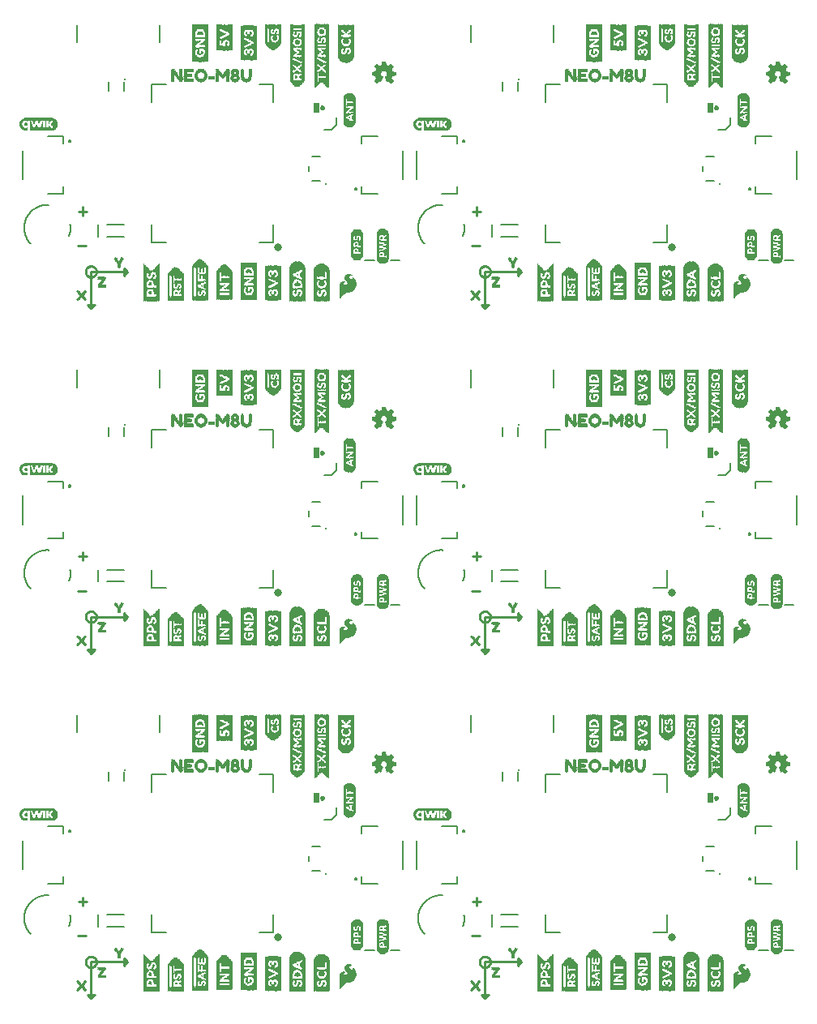
<source format=gto>
G04 EAGLE Gerber RS-274X export*
G75*
%MOMM*%
%FSLAX34Y34*%
%LPD*%
%INSilkscreen Top*%
%IPPOS*%
%AMOC8*
5,1,8,0,0,1.08239X$1,22.5*%
G01*
%ADD10C,0.228600*%
%ADD11C,0.254000*%
%ADD12C,0.203200*%
%ADD13C,0.152400*%
%ADD14R,0.040000X3.520000*%
%ADD15R,0.040000X3.640000*%
%ADD16R,0.040000X3.720000*%
%ADD17R,0.040000X3.800000*%
%ADD18R,0.040000X3.840000*%
%ADD19R,0.040000X3.880000*%
%ADD20R,0.040000X3.920000*%
%ADD21R,0.040000X0.720000*%
%ADD22R,0.040000X3.040000*%
%ADD23R,0.040000X0.640000*%
%ADD24R,0.040000X0.280000*%
%ADD25R,0.040000X0.800000*%
%ADD26R,0.040000X1.160000*%
%ADD27R,0.040000X0.560000*%
%ADD28R,0.040000X0.200000*%
%ADD29R,0.040000X0.680000*%
%ADD30R,0.040000X1.120000*%
%ADD31R,0.040000X0.520000*%
%ADD32R,0.040000X0.160000*%
%ADD33R,0.040000X0.480000*%
%ADD34R,0.040000X0.440000*%
%ADD35R,0.040000X0.400000*%
%ADD36R,0.040000X0.240000*%
%ADD37R,0.040000X0.600000*%
%ADD38R,0.040000X0.320000*%
%ADD39R,0.040000X0.360000*%
%ADD40R,0.040000X1.080000*%
%ADD41R,0.040000X0.080000*%
%ADD42R,0.040000X1.040000*%
%ADD43R,0.040000X0.120000*%
%ADD44R,0.040000X1.000000*%
%ADD45R,0.040000X0.840000*%
%ADD46R,0.040000X0.960000*%
%ADD47R,0.040000X0.880000*%
%ADD48R,0.040000X0.760000*%
%ADD49R,0.040000X3.280000*%
%ADD50R,0.040000X3.400000*%
%ADD51R,0.040000X3.480000*%
%ADD52R,0.040000X3.560000*%
%ADD53R,0.040000X3.600000*%
%ADD54R,0.040000X3.680000*%
%ADD55R,0.040000X1.800000*%
%ADD56R,0.040000X1.240000*%
%ADD57R,0.040000X1.280000*%
%ADD58R,0.040000X1.320000*%
%ADD59R,0.040000X0.920000*%
%ADD60R,0.040000X0.040000*%
%ADD61R,0.040000X2.800000*%
%ADD62R,0.040000X2.840000*%
%ADD63R,0.040000X2.920000*%
%ADD64R,0.040000X2.960000*%
%ADD65R,0.040000X3.240000*%
%ADD66R,0.040000X3.320000*%
%ADD67R,0.040000X3.360000*%
%ADD68R,0.040000X3.000000*%
%ADD69R,0.040000X3.760000*%
%ADD70R,0.040000X4.040000*%
%ADD71R,0.040000X4.080000*%
%ADD72R,0.040000X4.120000*%
%ADD73R,0.040000X4.160000*%
%ADD74R,0.040000X2.520000*%
%ADD75R,0.030000X2.310000*%
%ADD76R,0.030000X2.490000*%
%ADD77R,0.020000X2.610000*%
%ADD78R,0.040000X2.730000*%
%ADD79R,0.030000X2.790000*%
%ADD80R,0.030000X2.850000*%
%ADD81R,0.020000X2.910000*%
%ADD82R,0.030000X2.070000*%
%ADD83R,0.030000X0.720000*%
%ADD84R,0.040000X0.570000*%
%ADD85R,0.040000X0.270000*%
%ADD86R,0.040000X0.660000*%
%ADD87R,0.030000X0.570000*%
%ADD88R,0.030000X0.210000*%
%ADD89R,0.030000X0.270000*%
%ADD90R,0.030000X0.630000*%
%ADD91R,0.030000X0.600000*%
%ADD92R,0.030000X0.180000*%
%ADD93R,0.030000X0.150000*%
%ADD94R,0.040000X0.630000*%
%ADD95R,0.030000X0.120000*%
%ADD96R,0.030000X0.090000*%
%ADD97R,0.030000X0.690000*%
%ADD98R,0.030000X0.660000*%
%ADD99R,0.030000X0.240000*%
%ADD100R,0.030000X0.060000*%
%ADD101R,0.030000X1.020000*%
%ADD102R,0.040000X0.090000*%
%ADD103R,0.040000X0.060000*%
%ADD104R,0.040000X0.990000*%
%ADD105R,0.030000X0.930000*%
%ADD106R,0.030000X0.810000*%
%ADD107R,0.040000X0.150000*%
%ADD108R,0.040000X0.690000*%
%ADD109R,0.030000X0.300000*%
%ADD110R,0.030000X0.420000*%
%ADD111R,0.040000X0.180000*%
%ADD112R,0.040000X0.540000*%
%ADD113R,0.030000X0.330000*%
%ADD114R,0.030000X0.510000*%
%ADD115R,0.030000X0.480000*%
%ADD116R,0.040000X0.510000*%
%ADD117R,0.030000X0.540000*%
%ADD118R,0.030000X2.910000*%
%ADD119R,0.030000X2.730000*%
%ADD120R,0.030000X2.610000*%
%ADD121C,0.254000*%
%ADD122R,0.020000X3.030000*%
%ADD123R,0.040000X3.150000*%
%ADD124R,0.030000X3.210000*%
%ADD125R,0.030000X3.270000*%
%ADD126R,0.020000X3.330000*%
%ADD127R,0.030000X1.260000*%
%ADD128R,0.030000X0.780000*%
%ADD129R,0.030000X1.290000*%
%ADD130R,0.040000X0.300000*%
%ADD131R,0.040000X0.030000*%
%ADD132R,0.040000X0.210000*%
%ADD133R,0.030000X0.360000*%
%ADD134R,0.030000X3.330000*%
%ADD135R,0.030000X3.150000*%
%ADD136R,0.030000X3.030000*%
%ADD137R,0.040000X2.680000*%
%ADD138R,0.040000X2.000000*%
%ADD139R,0.040000X2.040000*%
%ADD140R,0.040000X2.120000*%
%ADD141R,0.040000X2.160000*%
%ADD142R,0.040000X2.440000*%
%ADD143R,0.040000X2.480000*%
%ADD144R,0.040000X2.560000*%
%ADD145R,0.040000X2.200000*%
%ADD146C,0.300000*%
%ADD147R,0.030000X2.670000*%
%ADD148R,0.020000X2.970000*%
%ADD149R,0.040000X3.090000*%
%ADD150R,0.020000X3.270000*%
%ADD151R,0.040000X0.420000*%
%ADD152R,0.040000X0.330000*%
%ADD153R,0.030000X0.390000*%
%ADD154R,0.030000X0.840000*%
%ADD155R,0.030000X0.870000*%
%ADD156R,0.030000X0.900000*%
%ADD157R,0.040000X0.810000*%
%ADD158R,0.040000X0.900000*%
%ADD159R,0.030000X0.030000*%
%ADD160R,0.040000X0.750000*%
%ADD161R,0.030000X0.750000*%
%ADD162R,0.040000X0.870000*%
%ADD163R,0.030000X0.450000*%
%ADD164R,0.030000X3.090000*%
%ADD165R,0.030000X2.970000*%
%ADD166C,0.177800*%
%ADD167C,0.812800*%
%ADD168R,0.120000X0.040000*%
%ADD169R,0.200000X0.040000*%
%ADD170R,0.240000X0.040000*%
%ADD171R,0.280000X0.040000*%
%ADD172R,0.320000X0.040000*%
%ADD173R,0.360000X0.040000*%
%ADD174R,0.680000X0.040000*%
%ADD175R,0.600000X0.040000*%
%ADD176R,0.520000X0.040000*%
%ADD177R,0.440000X0.040000*%
%ADD178R,0.560000X0.040000*%
%ADD179R,0.640000X0.040000*%
%ADD180R,0.720000X0.040000*%
%ADD181R,0.160000X0.040000*%
%ADD182R,0.080000X0.040000*%
%ADD183R,0.400000X0.040000*%
%ADD184R,0.800000X0.040000*%
%ADD185R,0.840000X0.040000*%
%ADD186R,0.760000X0.040000*%
%ADD187R,0.040000X5.950000*%
%ADD188R,0.030000X5.980000*%
%ADD189R,0.040000X6.050000*%
%ADD190R,0.030000X6.090000*%
%ADD191R,0.040000X6.120000*%
%ADD192R,0.030000X6.160000*%
%ADD193R,0.040000X3.530000*%
%ADD194R,0.030000X0.560000*%
%ADD195R,0.030000X1.540000*%
%ADD196R,0.030000X0.700000*%
%ADD197R,0.030000X0.940000*%
%ADD198R,0.040000X0.450000*%
%ADD199R,0.040000X0.490000*%
%ADD200R,0.040000X0.110000*%
%ADD201R,0.040000X0.390000*%
%ADD202R,0.040000X0.460000*%
%ADD203R,0.040000X0.250000*%
%ADD204R,0.040000X0.380000*%
%ADD205R,0.030000X0.490000*%
%ADD206R,0.030000X0.110000*%
%ADD207R,0.030000X0.520000*%
%ADD208R,0.030000X0.280000*%
%ADD209R,0.030000X0.380000*%
%ADD210R,0.040000X0.140000*%
%ADD211R,0.040000X0.350000*%
%ADD212R,0.030000X0.100000*%
%ADD213R,0.030000X0.320000*%
%ADD214R,0.030000X0.140000*%
%ADD215R,0.030000X0.250000*%
%ADD216R,0.040000X0.590000*%
%ADD217R,0.040000X0.170000*%
%ADD218R,0.030000X0.170000*%
%ADD219R,0.040000X0.100000*%
%ADD220R,0.030000X0.040000*%
%ADD221R,0.030000X0.460000*%
%ADD222R,0.030000X0.530000*%
%ADD223R,0.040000X0.700000*%
%ADD224R,0.030000X0.730000*%
%ADD225R,0.040000X0.730000*%
%ADD226R,0.030000X0.070000*%
%ADD227R,0.040000X0.070000*%
%ADD228R,0.030000X0.350000*%
%ADD229R,0.030000X0.310000*%
%ADD230R,0.040000X0.310000*%
%ADD231R,0.040000X2.100000*%
%ADD232R,0.030000X2.140000*%
%ADD233R,0.030000X3.920000*%
%ADD234R,0.040000X6.680000*%
%ADD235R,0.030000X6.650000*%
%ADD236R,0.040000X6.610000*%
%ADD237R,0.030000X6.580000*%
%ADD238R,0.040000X6.540000*%
%ADD239R,0.030000X6.510000*%
%ADD240R,0.040000X3.570000*%
%ADD241R,0.030000X1.470000*%
%ADD242R,0.030000X1.720000*%
%ADD243R,0.030000X0.770000*%
%ADD244R,0.030000X0.590000*%
%ADD245R,0.030000X0.670000*%
%ADD246R,0.030000X0.740000*%
%ADD247R,0.040000X0.770000*%
%ADD248R,0.040000X2.380000*%
%ADD249R,0.030000X3.950000*%
%ADD250R,0.040000X3.080000*%
%ADD251R,0.040000X3.120000*%
%ADD252R,0.040000X3.160000*%
%ADD253R,0.040000X3.200000*%
%ADD254R,0.040000X1.200000*%
%ADD255R,0.050000X0.050000*%
%ADD256R,0.800000X0.050000*%
%ADD257R,0.300000X0.050000*%
%ADD258R,0.350000X0.050000*%
%ADD259R,0.150000X0.050000*%
%ADD260R,0.100000X0.050000*%
%ADD261R,1.000000X0.050000*%
%ADD262R,0.600000X0.050000*%
%ADD263R,0.550000X0.050000*%
%ADD264R,0.250000X0.050000*%
%ADD265R,1.050000X0.050000*%
%ADD266R,0.700000X0.050000*%
%ADD267R,0.650000X0.050000*%
%ADD268R,0.400000X0.050000*%
%ADD269R,0.900000X0.050000*%
%ADD270R,0.750000X0.050000*%
%ADD271R,0.450000X0.050000*%
%ADD272R,0.500000X0.050000*%
%ADD273R,1.100000X0.050000*%
%ADD274R,0.850000X0.050000*%
%ADD275R,1.450000X0.050000*%
%ADD276R,0.350000X0.060000*%
%ADD277R,0.750000X0.060000*%
%ADD278R,0.850000X0.060000*%
%ADD279R,0.500000X0.060000*%
%ADD280R,0.900000X0.060000*%
%ADD281R,0.200000X0.050000*%
%ADD282R,0.550000X0.060000*%
%ADD283R,0.950000X0.060000*%
%ADD284R,0.700000X0.060000*%
%ADD285R,0.450000X0.060000*%
%ADD286R,0.400000X0.060000*%
%ADD287R,0.950000X0.050000*%
%ADD288R,0.300000X0.060000*%
%ADD289R,1.050000X0.060000*%
%ADD290R,0.650000X0.060000*%

G36*
X10030Y919164D02*
X10030Y919164D01*
X10052Y919167D01*
X10060Y919184D01*
X10069Y919189D01*
X10067Y919199D01*
X10074Y919214D01*
X10086Y919630D01*
X10086Y919631D01*
X10086Y922810D01*
X10080Y922819D01*
X10083Y922830D01*
X10063Y922846D01*
X10050Y922867D01*
X10039Y922865D01*
X10030Y922872D01*
X9987Y922858D01*
X9982Y922857D01*
X9982Y922856D01*
X9981Y922856D01*
X9664Y922558D01*
X9253Y922243D01*
X8788Y922021D01*
X8285Y921901D01*
X7768Y921867D01*
X7250Y921915D01*
X6745Y922033D01*
X6261Y922218D01*
X5812Y922475D01*
X5426Y922820D01*
X5101Y923224D01*
X4836Y923670D01*
X4629Y924146D01*
X4504Y924652D01*
X4431Y925170D01*
X4395Y925691D01*
X4435Y926212D01*
X4518Y926728D01*
X4650Y927232D01*
X4866Y927704D01*
X5148Y928139D01*
X5490Y928527D01*
X5890Y928854D01*
X6343Y929106D01*
X6836Y929265D01*
X7348Y929353D01*
X7867Y929386D01*
X8382Y929330D01*
X8877Y929181D01*
X9335Y928944D01*
X9740Y928615D01*
X9741Y928614D01*
X9742Y928613D01*
X9986Y928428D01*
X9994Y928428D01*
X9998Y928421D01*
X10026Y928425D01*
X10054Y928423D01*
X10057Y928430D01*
X10065Y928431D01*
X10086Y928478D01*
X10086Y929083D01*
X10097Y929309D01*
X12397Y929309D01*
X12393Y929063D01*
X12401Y929051D01*
X12421Y919405D01*
X12421Y919404D01*
X12421Y919402D01*
X12430Y919212D01*
X12442Y919195D01*
X12445Y919174D01*
X12463Y919166D01*
X12470Y919157D01*
X12479Y919159D01*
X12493Y919153D01*
X35071Y919155D01*
X35073Y919156D01*
X35077Y919155D01*
X36131Y919261D01*
X36134Y919263D01*
X36138Y919262D01*
X36653Y919374D01*
X36656Y919376D01*
X36660Y919375D01*
X37665Y919704D01*
X37669Y919708D01*
X37676Y919709D01*
X38607Y920214D01*
X38609Y920218D01*
X38616Y920220D01*
X39445Y920876D01*
X39446Y920879D01*
X39450Y920881D01*
X39827Y921249D01*
X39828Y921252D01*
X39832Y921254D01*
X40499Y922077D01*
X40499Y922082D01*
X40505Y922086D01*
X41011Y923017D01*
X41010Y923022D01*
X41014Y923026D01*
X41198Y923520D01*
X41197Y923522D01*
X41199Y923524D01*
X41356Y924029D01*
X41355Y924031D01*
X41357Y924033D01*
X41481Y924546D01*
X41479Y924550D01*
X41482Y924554D01*
X41589Y925608D01*
X41586Y925613D01*
X41589Y925620D01*
X41499Y926674D01*
X41498Y926676D01*
X41499Y926680D01*
X41408Y927199D01*
X41406Y927202D01*
X41406Y927207D01*
X41092Y928219D01*
X41088Y928222D01*
X41088Y928230D01*
X40587Y929163D01*
X40584Y929164D01*
X40583Y929169D01*
X40280Y929601D01*
X40278Y929602D01*
X40277Y929605D01*
X39940Y930014D01*
X39939Y930014D01*
X39938Y930016D01*
X39908Y930050D01*
X39851Y930112D01*
X39851Y930113D01*
X39794Y930175D01*
X39737Y930238D01*
X39624Y930363D01*
X39624Y930364D01*
X39584Y930407D01*
X39580Y930408D01*
X39577Y930414D01*
X38760Y931088D01*
X38755Y931088D01*
X38751Y931094D01*
X37826Y931609D01*
X37823Y931609D01*
X37819Y931612D01*
X37333Y931814D01*
X37330Y931814D01*
X37326Y931817D01*
X36312Y932118D01*
X36307Y932117D01*
X36301Y932120D01*
X35246Y932227D01*
X35057Y932246D01*
X35054Y932244D01*
X35051Y932246D01*
X8035Y932246D01*
X8033Y932244D01*
X8029Y932246D01*
X6975Y932141D01*
X6972Y932139D01*
X6969Y932140D01*
X6452Y932036D01*
X6450Y932034D01*
X6445Y932035D01*
X5437Y931712D01*
X5433Y931708D01*
X5426Y931708D01*
X4495Y931202D01*
X4493Y931199D01*
X4487Y931198D01*
X4063Y930884D01*
X4062Y930883D01*
X4060Y930882D01*
X3651Y930545D01*
X3651Y930543D01*
X3648Y930542D01*
X3266Y930179D01*
X3265Y930175D01*
X3261Y930173D01*
X2588Y929355D01*
X2588Y929350D01*
X2582Y929345D01*
X2076Y928414D01*
X2076Y928410D01*
X2073Y928406D01*
X1883Y927915D01*
X1883Y927913D01*
X1881Y927910D01*
X1724Y927405D01*
X1725Y927403D01*
X1723Y927402D01*
X1592Y926890D01*
X1594Y926886D01*
X1591Y926881D01*
X1484Y925827D01*
X1486Y925823D01*
X1484Y925817D01*
X1513Y925290D01*
X1514Y925289D01*
X1513Y925287D01*
X1566Y924760D01*
X1567Y924759D01*
X1567Y924757D01*
X1650Y924236D01*
X1653Y924233D01*
X1652Y924227D01*
X1966Y923215D01*
X1970Y923212D01*
X1971Y923205D01*
X2465Y922269D01*
X2468Y922267D01*
X2468Y922263D01*
X2765Y921827D01*
X2768Y921826D01*
X2769Y921821D01*
X2886Y921684D01*
X2940Y921621D01*
X2993Y921559D01*
X3154Y921370D01*
X3207Y921308D01*
X3261Y921245D01*
X3314Y921182D01*
X3456Y921016D01*
X3460Y921015D01*
X3463Y921009D01*
X4281Y920334D01*
X4285Y920334D01*
X4290Y920328D01*
X5211Y919808D01*
X5214Y919808D01*
X5217Y919805D01*
X5701Y919596D01*
X5704Y919596D01*
X5707Y919593D01*
X6720Y919284D01*
X6725Y919286D01*
X6732Y919282D01*
X7786Y919176D01*
X7788Y919177D01*
X7790Y919176D01*
X8318Y919153D01*
X8319Y919153D01*
X8321Y919153D01*
X10012Y919153D01*
X10030Y919164D01*
G37*
G36*
X421510Y919164D02*
X421510Y919164D01*
X421532Y919167D01*
X421540Y919184D01*
X421549Y919189D01*
X421547Y919199D01*
X421554Y919214D01*
X421566Y919630D01*
X421566Y919631D01*
X421566Y922810D01*
X421560Y922819D01*
X421563Y922830D01*
X421543Y922846D01*
X421530Y922867D01*
X421519Y922865D01*
X421510Y922872D01*
X421467Y922858D01*
X421462Y922857D01*
X421462Y922856D01*
X421461Y922856D01*
X421144Y922558D01*
X420733Y922243D01*
X420268Y922021D01*
X419765Y921901D01*
X419248Y921867D01*
X418730Y921915D01*
X418225Y922033D01*
X417741Y922218D01*
X417292Y922475D01*
X416906Y922820D01*
X416581Y923224D01*
X416316Y923670D01*
X416109Y924146D01*
X415984Y924652D01*
X415911Y925170D01*
X415875Y925691D01*
X415915Y926212D01*
X415998Y926728D01*
X416130Y927232D01*
X416346Y927704D01*
X416628Y928139D01*
X416970Y928527D01*
X417370Y928854D01*
X417823Y929106D01*
X418316Y929265D01*
X418828Y929353D01*
X419347Y929386D01*
X419862Y929330D01*
X420357Y929181D01*
X420815Y928944D01*
X421220Y928615D01*
X421221Y928614D01*
X421222Y928613D01*
X421466Y928428D01*
X421474Y928428D01*
X421478Y928421D01*
X421506Y928425D01*
X421534Y928423D01*
X421537Y928430D01*
X421545Y928431D01*
X421566Y928478D01*
X421566Y929083D01*
X421577Y929309D01*
X423877Y929309D01*
X423873Y929063D01*
X423881Y929051D01*
X423901Y919405D01*
X423901Y919404D01*
X423901Y919402D01*
X423910Y919212D01*
X423922Y919195D01*
X423925Y919174D01*
X423943Y919166D01*
X423950Y919157D01*
X423959Y919159D01*
X423973Y919153D01*
X446551Y919155D01*
X446553Y919156D01*
X446557Y919155D01*
X447611Y919261D01*
X447614Y919263D01*
X447618Y919262D01*
X448133Y919374D01*
X448136Y919376D01*
X448140Y919375D01*
X449145Y919704D01*
X449149Y919708D01*
X449156Y919709D01*
X450087Y920214D01*
X450089Y920218D01*
X450096Y920220D01*
X450925Y920876D01*
X450926Y920879D01*
X450930Y920881D01*
X451307Y921249D01*
X451308Y921252D01*
X451312Y921254D01*
X451979Y922077D01*
X451979Y922082D01*
X451985Y922086D01*
X452491Y923017D01*
X452490Y923022D01*
X452494Y923026D01*
X452678Y923520D01*
X452677Y923522D01*
X452679Y923524D01*
X452836Y924029D01*
X452835Y924031D01*
X452837Y924033D01*
X452961Y924546D01*
X452959Y924550D01*
X452962Y924554D01*
X453069Y925608D01*
X453066Y925613D01*
X453069Y925620D01*
X452979Y926674D01*
X452978Y926676D01*
X452979Y926680D01*
X452888Y927199D01*
X452886Y927202D01*
X452886Y927207D01*
X452572Y928219D01*
X452568Y928222D01*
X452568Y928230D01*
X452067Y929163D01*
X452064Y929164D01*
X452063Y929169D01*
X451760Y929601D01*
X451758Y929602D01*
X451757Y929605D01*
X451420Y930014D01*
X451419Y930014D01*
X451418Y930016D01*
X451388Y930050D01*
X451331Y930112D01*
X451331Y930113D01*
X451274Y930175D01*
X451217Y930238D01*
X451104Y930363D01*
X451104Y930364D01*
X451064Y930407D01*
X451060Y930408D01*
X451057Y930414D01*
X450240Y931088D01*
X450235Y931088D01*
X450231Y931094D01*
X449306Y931609D01*
X449303Y931609D01*
X449299Y931612D01*
X448813Y931814D01*
X448810Y931814D01*
X448806Y931817D01*
X447792Y932118D01*
X447787Y932117D01*
X447781Y932120D01*
X446726Y932227D01*
X446537Y932246D01*
X446534Y932244D01*
X446531Y932246D01*
X419515Y932246D01*
X419513Y932244D01*
X419509Y932246D01*
X418455Y932141D01*
X418452Y932139D01*
X418449Y932140D01*
X417932Y932036D01*
X417930Y932034D01*
X417925Y932035D01*
X416917Y931712D01*
X416913Y931708D01*
X416906Y931708D01*
X415975Y931202D01*
X415973Y931199D01*
X415967Y931198D01*
X415543Y930884D01*
X415542Y930883D01*
X415540Y930882D01*
X415131Y930545D01*
X415131Y930543D01*
X415128Y930542D01*
X414746Y930179D01*
X414745Y930175D01*
X414741Y930173D01*
X414068Y929355D01*
X414068Y929350D01*
X414062Y929345D01*
X413556Y928414D01*
X413556Y928410D01*
X413553Y928406D01*
X413363Y927915D01*
X413363Y927913D01*
X413361Y927910D01*
X413204Y927405D01*
X413205Y927403D01*
X413203Y927402D01*
X413072Y926890D01*
X413074Y926886D01*
X413071Y926881D01*
X412964Y925827D01*
X412966Y925823D01*
X412964Y925817D01*
X412993Y925290D01*
X412994Y925289D01*
X412993Y925287D01*
X413046Y924760D01*
X413047Y924759D01*
X413047Y924757D01*
X413130Y924236D01*
X413133Y924233D01*
X413132Y924227D01*
X413446Y923215D01*
X413450Y923212D01*
X413451Y923205D01*
X413945Y922269D01*
X413948Y922267D01*
X413948Y922263D01*
X414245Y921827D01*
X414248Y921826D01*
X414249Y921821D01*
X414366Y921684D01*
X414420Y921621D01*
X414473Y921559D01*
X414634Y921370D01*
X414687Y921308D01*
X414741Y921245D01*
X414794Y921182D01*
X414936Y921016D01*
X414940Y921015D01*
X414943Y921009D01*
X415761Y920334D01*
X415765Y920334D01*
X415770Y920328D01*
X416691Y919808D01*
X416694Y919808D01*
X416697Y919805D01*
X417181Y919596D01*
X417184Y919596D01*
X417187Y919593D01*
X418200Y919284D01*
X418205Y919286D01*
X418212Y919282D01*
X419266Y919176D01*
X419268Y919177D01*
X419270Y919176D01*
X419798Y919153D01*
X419799Y919153D01*
X419801Y919153D01*
X421492Y919153D01*
X421510Y919164D01*
G37*
G36*
X10030Y198312D02*
X10030Y198312D01*
X10052Y198315D01*
X10060Y198332D01*
X10069Y198337D01*
X10067Y198347D01*
X10074Y198362D01*
X10086Y198778D01*
X10086Y198779D01*
X10086Y201958D01*
X10080Y201967D01*
X10083Y201978D01*
X10063Y201994D01*
X10050Y202015D01*
X10039Y202013D01*
X10030Y202020D01*
X9987Y202006D01*
X9982Y202005D01*
X9982Y202004D01*
X9981Y202004D01*
X9664Y201706D01*
X9253Y201391D01*
X8788Y201169D01*
X8285Y201049D01*
X7768Y201015D01*
X7250Y201063D01*
X6745Y201181D01*
X6261Y201366D01*
X5812Y201623D01*
X5426Y201968D01*
X5101Y202372D01*
X4836Y202818D01*
X4629Y203294D01*
X4504Y203800D01*
X4431Y204318D01*
X4395Y204839D01*
X4435Y205360D01*
X4518Y205876D01*
X4650Y206380D01*
X4866Y206852D01*
X5148Y207287D01*
X5490Y207675D01*
X5890Y208002D01*
X6343Y208254D01*
X6836Y208413D01*
X7348Y208501D01*
X7867Y208534D01*
X8382Y208478D01*
X8877Y208329D01*
X9335Y208092D01*
X9740Y207763D01*
X9741Y207762D01*
X9742Y207761D01*
X9986Y207576D01*
X9994Y207576D01*
X9998Y207569D01*
X10026Y207573D01*
X10054Y207571D01*
X10057Y207578D01*
X10065Y207579D01*
X10086Y207626D01*
X10086Y208231D01*
X10097Y208457D01*
X12397Y208457D01*
X12393Y208211D01*
X12401Y208199D01*
X12421Y198553D01*
X12421Y198552D01*
X12421Y198550D01*
X12430Y198360D01*
X12442Y198343D01*
X12445Y198322D01*
X12463Y198314D01*
X12470Y198305D01*
X12479Y198307D01*
X12493Y198301D01*
X35071Y198303D01*
X35073Y198304D01*
X35077Y198303D01*
X36131Y198409D01*
X36134Y198411D01*
X36138Y198410D01*
X36653Y198522D01*
X36656Y198524D01*
X36660Y198523D01*
X37665Y198852D01*
X37669Y198856D01*
X37676Y198857D01*
X38607Y199362D01*
X38609Y199366D01*
X38616Y199368D01*
X39445Y200024D01*
X39446Y200027D01*
X39450Y200029D01*
X39827Y200397D01*
X39828Y200400D01*
X39832Y200402D01*
X40499Y201225D01*
X40499Y201230D01*
X40505Y201234D01*
X41011Y202165D01*
X41010Y202170D01*
X41014Y202174D01*
X41198Y202668D01*
X41197Y202670D01*
X41199Y202672D01*
X41356Y203177D01*
X41355Y203179D01*
X41357Y203181D01*
X41481Y203694D01*
X41479Y203698D01*
X41482Y203702D01*
X41589Y204756D01*
X41586Y204761D01*
X41589Y204768D01*
X41499Y205822D01*
X41498Y205824D01*
X41499Y205828D01*
X41408Y206347D01*
X41406Y206350D01*
X41406Y206355D01*
X41092Y207367D01*
X41088Y207370D01*
X41088Y207378D01*
X40587Y208311D01*
X40584Y208312D01*
X40583Y208317D01*
X40280Y208749D01*
X40278Y208750D01*
X40277Y208753D01*
X39940Y209162D01*
X39939Y209162D01*
X39938Y209164D01*
X39908Y209198D01*
X39851Y209260D01*
X39851Y209261D01*
X39794Y209323D01*
X39737Y209386D01*
X39624Y209511D01*
X39624Y209512D01*
X39584Y209555D01*
X39580Y209556D01*
X39577Y209562D01*
X38760Y210236D01*
X38755Y210236D01*
X38751Y210242D01*
X37826Y210757D01*
X37823Y210757D01*
X37819Y210760D01*
X37333Y210962D01*
X37330Y210962D01*
X37326Y210965D01*
X36312Y211266D01*
X36307Y211265D01*
X36301Y211268D01*
X35246Y211375D01*
X35057Y211394D01*
X35054Y211392D01*
X35051Y211394D01*
X8035Y211394D01*
X8033Y211392D01*
X8029Y211394D01*
X6975Y211289D01*
X6972Y211287D01*
X6969Y211288D01*
X6452Y211184D01*
X6450Y211182D01*
X6445Y211183D01*
X5437Y210860D01*
X5433Y210856D01*
X5426Y210856D01*
X4495Y210350D01*
X4493Y210347D01*
X4487Y210346D01*
X4063Y210032D01*
X4062Y210031D01*
X4060Y210030D01*
X3651Y209693D01*
X3651Y209691D01*
X3648Y209690D01*
X3266Y209327D01*
X3265Y209323D01*
X3261Y209321D01*
X2588Y208503D01*
X2588Y208498D01*
X2582Y208493D01*
X2076Y207562D01*
X2076Y207558D01*
X2073Y207554D01*
X1883Y207063D01*
X1883Y207061D01*
X1881Y207058D01*
X1724Y206553D01*
X1725Y206551D01*
X1723Y206550D01*
X1592Y206038D01*
X1594Y206034D01*
X1591Y206029D01*
X1484Y204975D01*
X1486Y204971D01*
X1484Y204965D01*
X1513Y204438D01*
X1514Y204437D01*
X1513Y204435D01*
X1566Y203908D01*
X1567Y203907D01*
X1567Y203905D01*
X1650Y203384D01*
X1653Y203381D01*
X1652Y203375D01*
X1966Y202363D01*
X1970Y202360D01*
X1971Y202353D01*
X2465Y201417D01*
X2468Y201415D01*
X2468Y201411D01*
X2765Y200975D01*
X2768Y200974D01*
X2769Y200969D01*
X2886Y200832D01*
X2940Y200769D01*
X2993Y200707D01*
X3154Y200518D01*
X3207Y200456D01*
X3261Y200393D01*
X3314Y200330D01*
X3456Y200164D01*
X3460Y200163D01*
X3463Y200157D01*
X4281Y199482D01*
X4285Y199482D01*
X4290Y199476D01*
X5211Y198956D01*
X5214Y198956D01*
X5217Y198953D01*
X5701Y198744D01*
X5704Y198744D01*
X5707Y198741D01*
X6720Y198432D01*
X6725Y198434D01*
X6732Y198430D01*
X7786Y198324D01*
X7788Y198325D01*
X7790Y198324D01*
X8318Y198301D01*
X8319Y198301D01*
X8321Y198301D01*
X10012Y198301D01*
X10030Y198312D01*
G37*
G36*
X421510Y198312D02*
X421510Y198312D01*
X421532Y198315D01*
X421540Y198332D01*
X421549Y198337D01*
X421547Y198347D01*
X421554Y198362D01*
X421566Y198778D01*
X421566Y198779D01*
X421566Y201958D01*
X421560Y201967D01*
X421563Y201978D01*
X421543Y201994D01*
X421530Y202015D01*
X421519Y202013D01*
X421510Y202020D01*
X421467Y202006D01*
X421462Y202005D01*
X421462Y202004D01*
X421461Y202004D01*
X421144Y201706D01*
X420733Y201391D01*
X420268Y201169D01*
X419765Y201049D01*
X419248Y201015D01*
X418730Y201063D01*
X418225Y201181D01*
X417741Y201366D01*
X417292Y201623D01*
X416906Y201968D01*
X416581Y202372D01*
X416316Y202818D01*
X416109Y203294D01*
X415984Y203800D01*
X415911Y204318D01*
X415875Y204839D01*
X415915Y205360D01*
X415998Y205876D01*
X416130Y206380D01*
X416346Y206852D01*
X416628Y207287D01*
X416970Y207675D01*
X417370Y208002D01*
X417823Y208254D01*
X418316Y208413D01*
X418828Y208501D01*
X419347Y208534D01*
X419862Y208478D01*
X420357Y208329D01*
X420815Y208092D01*
X421220Y207763D01*
X421221Y207762D01*
X421222Y207761D01*
X421466Y207576D01*
X421474Y207576D01*
X421478Y207569D01*
X421506Y207573D01*
X421534Y207571D01*
X421537Y207578D01*
X421545Y207579D01*
X421566Y207626D01*
X421566Y208231D01*
X421577Y208457D01*
X423877Y208457D01*
X423873Y208211D01*
X423881Y208199D01*
X423901Y198553D01*
X423901Y198552D01*
X423901Y198550D01*
X423910Y198360D01*
X423922Y198343D01*
X423925Y198322D01*
X423943Y198314D01*
X423950Y198305D01*
X423959Y198307D01*
X423973Y198301D01*
X446551Y198303D01*
X446553Y198304D01*
X446557Y198303D01*
X447611Y198409D01*
X447614Y198411D01*
X447618Y198410D01*
X448133Y198522D01*
X448136Y198524D01*
X448140Y198523D01*
X449145Y198852D01*
X449149Y198856D01*
X449156Y198857D01*
X450087Y199362D01*
X450089Y199366D01*
X450096Y199368D01*
X450925Y200024D01*
X450926Y200027D01*
X450930Y200029D01*
X451307Y200397D01*
X451308Y200400D01*
X451312Y200402D01*
X451979Y201225D01*
X451979Y201230D01*
X451985Y201234D01*
X452491Y202165D01*
X452490Y202170D01*
X452494Y202174D01*
X452678Y202668D01*
X452677Y202670D01*
X452679Y202672D01*
X452836Y203177D01*
X452835Y203179D01*
X452837Y203181D01*
X452961Y203694D01*
X452959Y203698D01*
X452962Y203702D01*
X453069Y204756D01*
X453066Y204761D01*
X453069Y204768D01*
X452979Y205822D01*
X452978Y205824D01*
X452979Y205828D01*
X452888Y206347D01*
X452886Y206350D01*
X452886Y206355D01*
X452572Y207367D01*
X452568Y207370D01*
X452568Y207378D01*
X452067Y208311D01*
X452064Y208312D01*
X452063Y208317D01*
X451760Y208749D01*
X451758Y208750D01*
X451757Y208753D01*
X451420Y209162D01*
X451419Y209162D01*
X451418Y209164D01*
X451388Y209198D01*
X451331Y209260D01*
X451331Y209261D01*
X451274Y209323D01*
X451217Y209386D01*
X451104Y209511D01*
X451104Y209512D01*
X451064Y209555D01*
X451060Y209556D01*
X451057Y209562D01*
X450240Y210236D01*
X450235Y210236D01*
X450231Y210242D01*
X449306Y210757D01*
X449303Y210757D01*
X449299Y210760D01*
X448813Y210962D01*
X448810Y210962D01*
X448806Y210965D01*
X447792Y211266D01*
X447787Y211265D01*
X447781Y211268D01*
X446726Y211375D01*
X446537Y211394D01*
X446534Y211392D01*
X446531Y211394D01*
X419515Y211394D01*
X419513Y211392D01*
X419509Y211394D01*
X418455Y211289D01*
X418452Y211287D01*
X418449Y211288D01*
X417932Y211184D01*
X417930Y211182D01*
X417925Y211183D01*
X416917Y210860D01*
X416913Y210856D01*
X416906Y210856D01*
X415975Y210350D01*
X415973Y210347D01*
X415967Y210346D01*
X415543Y210032D01*
X415542Y210031D01*
X415540Y210030D01*
X415131Y209693D01*
X415131Y209691D01*
X415128Y209690D01*
X414746Y209327D01*
X414745Y209323D01*
X414741Y209321D01*
X414068Y208503D01*
X414068Y208498D01*
X414062Y208493D01*
X413556Y207562D01*
X413556Y207558D01*
X413553Y207554D01*
X413363Y207063D01*
X413363Y207061D01*
X413361Y207058D01*
X413204Y206553D01*
X413205Y206551D01*
X413203Y206550D01*
X413072Y206038D01*
X413074Y206034D01*
X413071Y206029D01*
X412964Y204975D01*
X412966Y204971D01*
X412964Y204965D01*
X412993Y204438D01*
X412994Y204437D01*
X412993Y204435D01*
X413046Y203908D01*
X413047Y203907D01*
X413047Y203905D01*
X413130Y203384D01*
X413133Y203381D01*
X413132Y203375D01*
X413446Y202363D01*
X413450Y202360D01*
X413451Y202353D01*
X413945Y201417D01*
X413948Y201415D01*
X413948Y201411D01*
X414245Y200975D01*
X414248Y200974D01*
X414249Y200969D01*
X414366Y200832D01*
X414420Y200769D01*
X414473Y200707D01*
X414634Y200518D01*
X414687Y200456D01*
X414741Y200393D01*
X414794Y200330D01*
X414936Y200164D01*
X414940Y200163D01*
X414943Y200157D01*
X415761Y199482D01*
X415765Y199482D01*
X415770Y199476D01*
X416691Y198956D01*
X416694Y198956D01*
X416697Y198953D01*
X417181Y198744D01*
X417184Y198744D01*
X417187Y198741D01*
X418200Y198432D01*
X418205Y198434D01*
X418212Y198430D01*
X419266Y198324D01*
X419268Y198325D01*
X419270Y198324D01*
X419798Y198301D01*
X419799Y198301D01*
X419801Y198301D01*
X421492Y198301D01*
X421510Y198312D01*
G37*
G36*
X421510Y558738D02*
X421510Y558738D01*
X421532Y558741D01*
X421540Y558758D01*
X421549Y558763D01*
X421547Y558773D01*
X421554Y558788D01*
X421566Y559204D01*
X421566Y559205D01*
X421566Y562384D01*
X421560Y562393D01*
X421563Y562404D01*
X421543Y562420D01*
X421530Y562441D01*
X421519Y562439D01*
X421510Y562446D01*
X421467Y562432D01*
X421462Y562431D01*
X421462Y562430D01*
X421461Y562430D01*
X421144Y562132D01*
X420733Y561817D01*
X420268Y561595D01*
X419765Y561475D01*
X419248Y561441D01*
X418730Y561489D01*
X418225Y561607D01*
X417741Y561792D01*
X417292Y562049D01*
X416906Y562394D01*
X416581Y562798D01*
X416316Y563244D01*
X416109Y563720D01*
X415984Y564226D01*
X415911Y564744D01*
X415875Y565265D01*
X415915Y565786D01*
X415998Y566302D01*
X416130Y566806D01*
X416346Y567278D01*
X416628Y567713D01*
X416970Y568101D01*
X417370Y568428D01*
X417823Y568680D01*
X418316Y568839D01*
X418828Y568927D01*
X419347Y568960D01*
X419862Y568904D01*
X420357Y568755D01*
X420815Y568518D01*
X421220Y568189D01*
X421221Y568188D01*
X421222Y568187D01*
X421466Y568002D01*
X421474Y568002D01*
X421478Y567995D01*
X421506Y567999D01*
X421534Y567997D01*
X421537Y568004D01*
X421545Y568005D01*
X421566Y568052D01*
X421566Y568657D01*
X421577Y568883D01*
X423877Y568883D01*
X423873Y568637D01*
X423881Y568625D01*
X423901Y558979D01*
X423901Y558978D01*
X423901Y558976D01*
X423910Y558786D01*
X423922Y558769D01*
X423925Y558748D01*
X423943Y558740D01*
X423950Y558731D01*
X423959Y558733D01*
X423973Y558727D01*
X446551Y558729D01*
X446553Y558730D01*
X446557Y558729D01*
X447611Y558835D01*
X447614Y558837D01*
X447618Y558836D01*
X448133Y558948D01*
X448136Y558950D01*
X448140Y558949D01*
X449145Y559278D01*
X449149Y559282D01*
X449156Y559283D01*
X450087Y559788D01*
X450089Y559792D01*
X450096Y559794D01*
X450925Y560450D01*
X450926Y560453D01*
X450930Y560455D01*
X451307Y560823D01*
X451308Y560826D01*
X451312Y560828D01*
X451979Y561651D01*
X451979Y561656D01*
X451985Y561660D01*
X452491Y562591D01*
X452490Y562596D01*
X452494Y562600D01*
X452678Y563094D01*
X452677Y563096D01*
X452679Y563098D01*
X452836Y563603D01*
X452835Y563605D01*
X452837Y563607D01*
X452961Y564120D01*
X452959Y564124D01*
X452962Y564128D01*
X453069Y565182D01*
X453066Y565187D01*
X453069Y565194D01*
X452979Y566248D01*
X452978Y566250D01*
X452979Y566254D01*
X452888Y566773D01*
X452886Y566776D01*
X452886Y566781D01*
X452572Y567793D01*
X452568Y567796D01*
X452568Y567804D01*
X452067Y568737D01*
X452064Y568738D01*
X452063Y568743D01*
X451760Y569175D01*
X451758Y569176D01*
X451757Y569179D01*
X451420Y569588D01*
X451419Y569588D01*
X451418Y569590D01*
X451388Y569624D01*
X451331Y569686D01*
X451331Y569687D01*
X451274Y569749D01*
X451217Y569812D01*
X451104Y569937D01*
X451104Y569938D01*
X451064Y569981D01*
X451060Y569982D01*
X451057Y569988D01*
X450240Y570662D01*
X450235Y570662D01*
X450231Y570668D01*
X449306Y571183D01*
X449303Y571183D01*
X449299Y571186D01*
X448813Y571388D01*
X448810Y571388D01*
X448806Y571391D01*
X447792Y571692D01*
X447787Y571691D01*
X447781Y571694D01*
X446726Y571801D01*
X446537Y571820D01*
X446534Y571818D01*
X446531Y571820D01*
X419515Y571820D01*
X419513Y571818D01*
X419509Y571820D01*
X418455Y571715D01*
X418452Y571713D01*
X418449Y571714D01*
X417932Y571610D01*
X417930Y571608D01*
X417925Y571609D01*
X416917Y571286D01*
X416913Y571282D01*
X416906Y571282D01*
X415975Y570776D01*
X415973Y570773D01*
X415967Y570772D01*
X415543Y570458D01*
X415542Y570457D01*
X415540Y570456D01*
X415131Y570119D01*
X415131Y570117D01*
X415128Y570116D01*
X414746Y569753D01*
X414745Y569749D01*
X414741Y569747D01*
X414068Y568929D01*
X414068Y568924D01*
X414062Y568919D01*
X413556Y567988D01*
X413556Y567984D01*
X413553Y567980D01*
X413363Y567489D01*
X413363Y567487D01*
X413361Y567484D01*
X413204Y566979D01*
X413205Y566977D01*
X413203Y566976D01*
X413072Y566464D01*
X413074Y566460D01*
X413071Y566455D01*
X412964Y565401D01*
X412966Y565397D01*
X412964Y565391D01*
X412993Y564864D01*
X412994Y564863D01*
X412993Y564861D01*
X413046Y564334D01*
X413047Y564333D01*
X413047Y564331D01*
X413130Y563810D01*
X413133Y563807D01*
X413132Y563801D01*
X413446Y562789D01*
X413450Y562786D01*
X413451Y562779D01*
X413945Y561843D01*
X413948Y561841D01*
X413948Y561837D01*
X414245Y561401D01*
X414248Y561400D01*
X414249Y561395D01*
X414366Y561258D01*
X414420Y561195D01*
X414473Y561133D01*
X414634Y560944D01*
X414687Y560882D01*
X414741Y560819D01*
X414794Y560756D01*
X414936Y560590D01*
X414940Y560589D01*
X414943Y560583D01*
X415761Y559908D01*
X415765Y559908D01*
X415770Y559902D01*
X416691Y559382D01*
X416694Y559382D01*
X416697Y559379D01*
X417181Y559170D01*
X417184Y559170D01*
X417187Y559167D01*
X418200Y558858D01*
X418205Y558860D01*
X418212Y558856D01*
X419266Y558750D01*
X419268Y558751D01*
X419270Y558750D01*
X419798Y558727D01*
X419799Y558727D01*
X419801Y558727D01*
X421492Y558727D01*
X421510Y558738D01*
G37*
G36*
X10030Y558738D02*
X10030Y558738D01*
X10052Y558741D01*
X10060Y558758D01*
X10069Y558763D01*
X10067Y558773D01*
X10074Y558788D01*
X10086Y559204D01*
X10086Y559205D01*
X10086Y562384D01*
X10080Y562393D01*
X10083Y562404D01*
X10063Y562420D01*
X10050Y562441D01*
X10039Y562439D01*
X10030Y562446D01*
X9987Y562432D01*
X9982Y562431D01*
X9982Y562430D01*
X9981Y562430D01*
X9664Y562132D01*
X9253Y561817D01*
X8788Y561595D01*
X8285Y561475D01*
X7768Y561441D01*
X7250Y561489D01*
X6745Y561607D01*
X6261Y561792D01*
X5812Y562049D01*
X5426Y562394D01*
X5101Y562798D01*
X4836Y563244D01*
X4629Y563720D01*
X4504Y564226D01*
X4431Y564744D01*
X4395Y565265D01*
X4435Y565786D01*
X4518Y566302D01*
X4650Y566806D01*
X4866Y567278D01*
X5148Y567713D01*
X5490Y568101D01*
X5890Y568428D01*
X6343Y568680D01*
X6836Y568839D01*
X7348Y568927D01*
X7867Y568960D01*
X8382Y568904D01*
X8877Y568755D01*
X9335Y568518D01*
X9740Y568189D01*
X9741Y568188D01*
X9742Y568187D01*
X9986Y568002D01*
X9994Y568002D01*
X9998Y567995D01*
X10026Y567999D01*
X10054Y567997D01*
X10057Y568004D01*
X10065Y568005D01*
X10086Y568052D01*
X10086Y568657D01*
X10097Y568883D01*
X12397Y568883D01*
X12393Y568637D01*
X12401Y568625D01*
X12421Y558979D01*
X12421Y558978D01*
X12421Y558976D01*
X12430Y558786D01*
X12442Y558769D01*
X12445Y558748D01*
X12463Y558740D01*
X12470Y558731D01*
X12479Y558733D01*
X12493Y558727D01*
X35071Y558729D01*
X35073Y558730D01*
X35077Y558729D01*
X36131Y558835D01*
X36134Y558837D01*
X36138Y558836D01*
X36653Y558948D01*
X36656Y558950D01*
X36660Y558949D01*
X37665Y559278D01*
X37669Y559282D01*
X37676Y559283D01*
X38607Y559788D01*
X38609Y559792D01*
X38616Y559794D01*
X39445Y560450D01*
X39446Y560453D01*
X39450Y560455D01*
X39827Y560823D01*
X39828Y560826D01*
X39832Y560828D01*
X40499Y561651D01*
X40499Y561656D01*
X40505Y561660D01*
X41011Y562591D01*
X41010Y562596D01*
X41014Y562600D01*
X41198Y563094D01*
X41197Y563096D01*
X41199Y563098D01*
X41356Y563603D01*
X41355Y563605D01*
X41357Y563607D01*
X41481Y564120D01*
X41479Y564124D01*
X41482Y564128D01*
X41589Y565182D01*
X41586Y565187D01*
X41589Y565194D01*
X41499Y566248D01*
X41498Y566250D01*
X41499Y566254D01*
X41408Y566773D01*
X41406Y566776D01*
X41406Y566781D01*
X41092Y567793D01*
X41088Y567796D01*
X41088Y567804D01*
X40587Y568737D01*
X40584Y568738D01*
X40583Y568743D01*
X40280Y569175D01*
X40278Y569176D01*
X40277Y569179D01*
X39940Y569588D01*
X39939Y569588D01*
X39938Y569590D01*
X39908Y569624D01*
X39851Y569686D01*
X39851Y569687D01*
X39794Y569749D01*
X39737Y569812D01*
X39624Y569937D01*
X39624Y569938D01*
X39584Y569981D01*
X39580Y569982D01*
X39577Y569988D01*
X38760Y570662D01*
X38755Y570662D01*
X38751Y570668D01*
X37826Y571183D01*
X37823Y571183D01*
X37819Y571186D01*
X37333Y571388D01*
X37330Y571388D01*
X37326Y571391D01*
X36312Y571692D01*
X36307Y571691D01*
X36301Y571694D01*
X35246Y571801D01*
X35057Y571820D01*
X35054Y571818D01*
X35051Y571820D01*
X8035Y571820D01*
X8033Y571818D01*
X8029Y571820D01*
X6975Y571715D01*
X6972Y571713D01*
X6969Y571714D01*
X6452Y571610D01*
X6450Y571608D01*
X6445Y571609D01*
X5437Y571286D01*
X5433Y571282D01*
X5426Y571282D01*
X4495Y570776D01*
X4493Y570773D01*
X4487Y570772D01*
X4063Y570458D01*
X4062Y570457D01*
X4060Y570456D01*
X3651Y570119D01*
X3651Y570117D01*
X3648Y570116D01*
X3266Y569753D01*
X3265Y569749D01*
X3261Y569747D01*
X2588Y568929D01*
X2588Y568924D01*
X2582Y568919D01*
X2076Y567988D01*
X2076Y567984D01*
X2073Y567980D01*
X1883Y567489D01*
X1883Y567487D01*
X1881Y567484D01*
X1724Y566979D01*
X1725Y566977D01*
X1723Y566976D01*
X1592Y566464D01*
X1594Y566460D01*
X1591Y566455D01*
X1484Y565401D01*
X1486Y565397D01*
X1484Y565391D01*
X1513Y564864D01*
X1514Y564863D01*
X1513Y564861D01*
X1566Y564334D01*
X1567Y564333D01*
X1567Y564331D01*
X1650Y563810D01*
X1653Y563807D01*
X1652Y563801D01*
X1966Y562789D01*
X1970Y562786D01*
X1971Y562779D01*
X2465Y561843D01*
X2468Y561841D01*
X2468Y561837D01*
X2765Y561401D01*
X2768Y561400D01*
X2769Y561395D01*
X2886Y561258D01*
X2940Y561195D01*
X2993Y561133D01*
X3154Y560944D01*
X3207Y560882D01*
X3261Y560819D01*
X3314Y560756D01*
X3456Y560590D01*
X3460Y560589D01*
X3463Y560583D01*
X4281Y559908D01*
X4285Y559908D01*
X4290Y559902D01*
X5211Y559382D01*
X5214Y559382D01*
X5217Y559379D01*
X5701Y559170D01*
X5704Y559170D01*
X5707Y559167D01*
X6720Y558858D01*
X6725Y558860D01*
X6732Y558856D01*
X7786Y558750D01*
X7788Y558751D01*
X7790Y558750D01*
X8318Y558727D01*
X8319Y558727D01*
X8321Y558727D01*
X10012Y558727D01*
X10030Y558738D01*
G37*
G36*
X389884Y968115D02*
X389884Y968115D01*
X389954Y968121D01*
X389969Y968130D01*
X389986Y968133D01*
X390092Y968205D01*
X390102Y968211D01*
X390103Y968213D01*
X390104Y968214D01*
X392404Y970514D01*
X392412Y970527D01*
X392413Y970528D01*
X392415Y970530D01*
X392417Y970534D01*
X392436Y970550D01*
X392462Y970607D01*
X392495Y970661D01*
X392498Y970685D01*
X392508Y970708D01*
X392506Y970770D01*
X392512Y970833D01*
X392503Y970856D01*
X392502Y970881D01*
X392462Y970963D01*
X392450Y970994D01*
X392444Y971000D01*
X392439Y971009D01*
X390494Y973603D01*
X390504Y973614D01*
X390523Y973644D01*
X390575Y973712D01*
X390675Y973912D01*
X390679Y973928D01*
X390688Y973941D01*
X390714Y974075D01*
X390715Y974080D01*
X390715Y974081D01*
X390715Y974082D01*
X390715Y974092D01*
X390748Y974157D01*
X390804Y974214D01*
X390823Y974244D01*
X390875Y974312D01*
X390975Y974512D01*
X390979Y974528D01*
X390988Y974541D01*
X391014Y974675D01*
X391015Y974680D01*
X391015Y974681D01*
X391015Y974682D01*
X391015Y974692D01*
X391175Y975012D01*
X391179Y975028D01*
X391188Y975041D01*
X391214Y975175D01*
X391215Y975180D01*
X391215Y975181D01*
X391215Y975182D01*
X391215Y975192D01*
X391275Y975312D01*
X391279Y975328D01*
X391288Y975341D01*
X391314Y975475D01*
X391315Y975480D01*
X391315Y975481D01*
X391315Y975482D01*
X391315Y975492D01*
X391375Y975612D01*
X391379Y975628D01*
X391388Y975641D01*
X391408Y975744D01*
X394700Y976308D01*
X394718Y976315D01*
X394737Y976316D01*
X394797Y976349D01*
X394859Y976375D01*
X394872Y976390D01*
X394889Y976399D01*
X394928Y976455D01*
X394972Y976506D01*
X394977Y976525D01*
X394988Y976541D01*
X395010Y976652D01*
X395015Y976674D01*
X395014Y976678D01*
X395015Y976682D01*
X395015Y979882D01*
X395011Y979901D01*
X395013Y979922D01*
X395002Y979954D01*
X395001Y979961D01*
X394996Y979970D01*
X394991Y979985D01*
X394976Y980050D01*
X394963Y980066D01*
X394956Y980085D01*
X394908Y980132D01*
X394866Y980184D01*
X394847Y980192D01*
X394833Y980206D01*
X394731Y980244D01*
X394708Y980254D01*
X394703Y980254D01*
X394698Y980256D01*
X391415Y980803D01*
X391415Y980882D01*
X391398Y980956D01*
X391384Y981031D01*
X391378Y981041D01*
X391376Y981050D01*
X391353Y981078D01*
X391315Y981133D01*
X391315Y981182D01*
X391298Y981256D01*
X391284Y981331D01*
X391278Y981341D01*
X391276Y981350D01*
X391253Y981378D01*
X391204Y981450D01*
X391148Y981506D01*
X391115Y981571D01*
X391115Y981682D01*
X391098Y981756D01*
X391084Y981831D01*
X391078Y981841D01*
X391076Y981850D01*
X391053Y981878D01*
X391015Y981933D01*
X391015Y981982D01*
X390998Y982056D01*
X390984Y982131D01*
X390978Y982141D01*
X390976Y982150D01*
X390953Y982178D01*
X390904Y982250D01*
X390848Y982306D01*
X390775Y982451D01*
X390752Y982479D01*
X390715Y982533D01*
X390715Y982582D01*
X390698Y982656D01*
X390684Y982731D01*
X390678Y982741D01*
X390676Y982750D01*
X390653Y982778D01*
X390604Y982850D01*
X390548Y982906D01*
X390508Y982986D01*
X392443Y985659D01*
X392453Y985683D01*
X392470Y985702D01*
X392486Y985762D01*
X392510Y985819D01*
X392508Y985844D01*
X392515Y985869D01*
X392503Y985930D01*
X392499Y985992D01*
X392486Y986014D01*
X392481Y986039D01*
X392430Y986111D01*
X392412Y986141D01*
X392405Y986146D01*
X392398Y986156D01*
X390098Y988356D01*
X390087Y988362D01*
X390079Y988373D01*
X390013Y988406D01*
X389949Y988444D01*
X389936Y988445D01*
X389925Y988450D01*
X389851Y988451D01*
X389777Y988456D01*
X389765Y988451D01*
X389752Y988451D01*
X389621Y988394D01*
X386947Y986550D01*
X386806Y986621D01*
X386790Y986625D01*
X386777Y986634D01*
X386643Y986660D01*
X386637Y986661D01*
X386636Y986661D01*
X386626Y986661D01*
X386561Y986693D01*
X386504Y986750D01*
X386474Y986769D01*
X386406Y986821D01*
X386206Y986921D01*
X386190Y986925D01*
X386177Y986934D01*
X386043Y986960D01*
X386037Y986961D01*
X386036Y986961D01*
X386026Y986961D01*
X385961Y986993D01*
X385904Y987050D01*
X385839Y987090D01*
X385777Y987134D01*
X385765Y987136D01*
X385757Y987141D01*
X385722Y987144D01*
X385636Y987161D01*
X385526Y987161D01*
X385406Y987221D01*
X385390Y987225D01*
X385377Y987234D01*
X385243Y987260D01*
X385237Y987261D01*
X385236Y987261D01*
X385226Y987261D01*
X385106Y987321D01*
X385090Y987325D01*
X385077Y987334D01*
X384943Y987360D01*
X384937Y987361D01*
X384936Y987361D01*
X384926Y987361D01*
X384806Y987421D01*
X384790Y987425D01*
X384777Y987434D01*
X384760Y987437D01*
X384210Y990646D01*
X384202Y990664D01*
X384201Y990683D01*
X384169Y990742D01*
X384142Y990805D01*
X384128Y990818D01*
X384118Y990835D01*
X384063Y990874D01*
X384011Y990918D01*
X383992Y990923D01*
X383977Y990934D01*
X383866Y990955D01*
X383844Y990961D01*
X383840Y990960D01*
X383836Y990961D01*
X380636Y990961D01*
X380617Y990957D01*
X380598Y990959D01*
X380534Y990937D01*
X380468Y990921D01*
X380453Y990909D01*
X380434Y990903D01*
X380387Y990855D01*
X380334Y990811D01*
X380326Y990794D01*
X380313Y990780D01*
X380273Y990674D01*
X380264Y990653D01*
X380264Y990650D01*
X380262Y990646D01*
X379704Y987390D01*
X379646Y987361D01*
X379536Y987361D01*
X379462Y987344D01*
X379386Y987330D01*
X379377Y987324D01*
X379368Y987321D01*
X379340Y987299D01*
X379284Y987261D01*
X379236Y987261D01*
X379220Y987257D01*
X379204Y987260D01*
X379073Y987223D01*
X379068Y987221D01*
X379067Y987221D01*
X379066Y987221D01*
X378946Y987161D01*
X378936Y987161D01*
X378920Y987157D01*
X378904Y987160D01*
X378773Y987123D01*
X378768Y987121D01*
X378767Y987121D01*
X378766Y987121D01*
X378566Y987021D01*
X378539Y986998D01*
X378484Y986961D01*
X378436Y986961D01*
X378362Y986944D01*
X378286Y986930D01*
X378277Y986924D01*
X378268Y986921D01*
X378240Y986899D01*
X378168Y986850D01*
X378111Y986793D01*
X377966Y986721D01*
X377939Y986698D01*
X377884Y986661D01*
X377836Y986661D01*
X377762Y986644D01*
X377686Y986630D01*
X377677Y986624D01*
X377668Y986621D01*
X377640Y986599D01*
X377568Y986550D01*
X377550Y986532D01*
X374851Y988394D01*
X374835Y988400D01*
X374823Y988412D01*
X374756Y988431D01*
X374690Y988457D01*
X374673Y988456D01*
X374657Y988460D01*
X374588Y988448D01*
X374518Y988442D01*
X374503Y988433D01*
X374486Y988430D01*
X374380Y988358D01*
X374370Y988352D01*
X374369Y988351D01*
X374368Y988350D01*
X372168Y986150D01*
X372159Y986135D01*
X372145Y986125D01*
X372114Y986062D01*
X372077Y986003D01*
X372075Y985986D01*
X372067Y985971D01*
X372067Y985900D01*
X372060Y985831D01*
X372066Y985815D01*
X372066Y985797D01*
X372118Y985680D01*
X372122Y985669D01*
X372123Y985668D01*
X372124Y985666D01*
X373975Y982983D01*
X373973Y982968D01*
X373957Y982882D01*
X373957Y982832D01*
X373949Y982819D01*
X373897Y982751D01*
X373824Y982606D01*
X373768Y982550D01*
X373728Y982485D01*
X373684Y982422D01*
X373682Y982411D01*
X373677Y982403D01*
X373673Y982368D01*
X373657Y982282D01*
X373657Y982232D01*
X373649Y982219D01*
X373597Y982151D01*
X373497Y981951D01*
X373493Y981936D01*
X373484Y981922D01*
X373467Y981835D01*
X373464Y981827D01*
X373464Y981819D01*
X373458Y981788D01*
X373457Y981783D01*
X373457Y981782D01*
X373457Y981771D01*
X373297Y981451D01*
X373293Y981436D01*
X373284Y981422D01*
X373258Y981288D01*
X373257Y981283D01*
X373257Y981282D01*
X373257Y981271D01*
X373197Y981151D01*
X373193Y981136D01*
X373184Y981122D01*
X373175Y981077D01*
X373171Y981069D01*
X373172Y981059D01*
X373158Y980988D01*
X373157Y980983D01*
X373157Y980982D01*
X373157Y980971D01*
X373097Y980851D01*
X373093Y980836D01*
X373084Y980822D01*
X373081Y980806D01*
X369872Y980256D01*
X369854Y980248D01*
X369835Y980247D01*
X369775Y980215D01*
X369713Y980188D01*
X369700Y980173D01*
X369683Y980164D01*
X369644Y980109D01*
X369600Y980057D01*
X369595Y980038D01*
X369584Y980022D01*
X369568Y979941D01*
X369564Y979931D01*
X369564Y979920D01*
X369562Y979911D01*
X369557Y979889D01*
X369558Y979886D01*
X369557Y979882D01*
X369557Y976682D01*
X369561Y976663D01*
X369559Y976644D01*
X369581Y976579D01*
X369596Y976513D01*
X369609Y976498D01*
X369615Y976480D01*
X369663Y976432D01*
X369706Y976380D01*
X369724Y976372D01*
X369738Y976358D01*
X369844Y976318D01*
X369864Y976309D01*
X369868Y976309D01*
X369872Y976308D01*
X373128Y975750D01*
X373157Y975692D01*
X373157Y975582D01*
X373174Y975507D01*
X373188Y975432D01*
X373194Y975422D01*
X373196Y975413D01*
X373219Y975386D01*
X373257Y975330D01*
X373257Y975282D01*
X373270Y975226D01*
X373271Y975207D01*
X373276Y975197D01*
X373288Y975132D01*
X373294Y975122D01*
X373296Y975113D01*
X373319Y975086D01*
X373368Y975014D01*
X373424Y974957D01*
X373457Y974892D01*
X373457Y974782D01*
X373474Y974707D01*
X373488Y974632D01*
X373494Y974622D01*
X373496Y974613D01*
X373519Y974586D01*
X373557Y974530D01*
X373557Y974482D01*
X373574Y974407D01*
X373588Y974332D01*
X373594Y974322D01*
X373596Y974313D01*
X373619Y974286D01*
X373668Y974214D01*
X373724Y974157D01*
X373797Y974012D01*
X373820Y973984D01*
X373863Y973921D01*
X373865Y973917D01*
X373866Y973917D01*
X373868Y973914D01*
X373924Y973857D01*
X373957Y973792D01*
X373957Y973782D01*
X373960Y973766D01*
X373958Y973750D01*
X373970Y973708D01*
X373971Y973690D01*
X373980Y973673D01*
X373995Y973619D01*
X373995Y973617D01*
X372127Y971002D01*
X372121Y970987D01*
X372110Y970976D01*
X372089Y970908D01*
X372062Y970842D01*
X372063Y970826D01*
X372058Y970811D01*
X372069Y970741D01*
X372074Y970669D01*
X372082Y970656D01*
X372084Y970640D01*
X372159Y970524D01*
X372161Y970520D01*
X372162Y970520D01*
X374362Y968220D01*
X374380Y968208D01*
X374393Y968191D01*
X374452Y968161D01*
X374507Y968125D01*
X374528Y968123D01*
X374547Y968113D01*
X374613Y968113D01*
X374679Y968105D01*
X374699Y968112D01*
X374720Y968112D01*
X374815Y968154D01*
X374842Y968163D01*
X374845Y968167D01*
X374851Y968169D01*
X377572Y970046D01*
X377595Y970029D01*
X377607Y970027D01*
X377615Y970022D01*
X377650Y970019D01*
X377665Y970016D01*
X377668Y970014D01*
X377733Y969973D01*
X377795Y969929D01*
X377807Y969927D01*
X377815Y969922D01*
X377850Y969919D01*
X377865Y969916D01*
X377868Y969914D01*
X377933Y969873D01*
X377995Y969829D01*
X378007Y969827D01*
X378015Y969822D01*
X378050Y969819D01*
X378065Y969816D01*
X378068Y969814D01*
X378133Y969773D01*
X378195Y969729D01*
X378207Y969727D01*
X378215Y969722D01*
X378250Y969719D01*
X378265Y969716D01*
X378268Y969714D01*
X378333Y969673D01*
X378395Y969629D01*
X378407Y969627D01*
X378415Y969622D01*
X378450Y969619D01*
X378465Y969616D01*
X378468Y969614D01*
X378533Y969573D01*
X378595Y969529D01*
X378607Y969527D01*
X378615Y969522D01*
X378650Y969519D01*
X378736Y969502D01*
X378786Y969502D01*
X378807Y969489D01*
X378840Y969457D01*
X378879Y969444D01*
X378915Y969422D01*
X378960Y969418D01*
X379004Y969404D01*
X379046Y969410D01*
X379087Y969406D01*
X379130Y969422D01*
X379175Y969429D01*
X379210Y969453D01*
X379249Y969468D01*
X379280Y969501D01*
X379317Y969528D01*
X379343Y969570D01*
X379366Y969595D01*
X379373Y969620D01*
X379392Y969650D01*
X381392Y975050D01*
X381399Y975107D01*
X381415Y975162D01*
X381409Y975192D01*
X381413Y975222D01*
X381394Y975276D01*
X381384Y975333D01*
X381366Y975357D01*
X381356Y975385D01*
X381315Y975425D01*
X381281Y975471D01*
X381251Y975488D01*
X381232Y975506D01*
X381200Y975516D01*
X381156Y975541D01*
X380882Y975633D01*
X380561Y975793D01*
X380404Y975950D01*
X380374Y975969D01*
X380306Y976021D01*
X380161Y976093D01*
X380048Y976206D01*
X379975Y976351D01*
X379952Y976379D01*
X379904Y976450D01*
X379748Y976606D01*
X379587Y976927D01*
X379496Y977202D01*
X379484Y977221D01*
X379475Y977251D01*
X379315Y977571D01*
X379315Y977782D01*
X379307Y977817D01*
X379296Y977902D01*
X379215Y978143D01*
X379215Y978620D01*
X379580Y979714D01*
X379931Y980240D01*
X380078Y980387D01*
X380346Y980566D01*
X380368Y980589D01*
X380404Y980614D01*
X380578Y980787D01*
X380804Y980938D01*
X381056Y981022D01*
X381074Y981033D01*
X381088Y981036D01*
X381101Y981047D01*
X381146Y981066D01*
X381351Y981202D01*
X381536Y981202D01*
X381571Y981211D01*
X381628Y981214D01*
X381983Y981302D01*
X382574Y981302D01*
X382816Y981222D01*
X382852Y981219D01*
X382936Y981202D01*
X383121Y981202D01*
X383326Y981066D01*
X383361Y981053D01*
X383410Y981025D01*
X383412Y981024D01*
X383413Y981024D01*
X383416Y981022D01*
X383668Y980938D01*
X384195Y980587D01*
X384541Y980240D01*
X384892Y979714D01*
X384976Y979462D01*
X384996Y979430D01*
X385020Y979371D01*
X385157Y979167D01*
X385157Y978982D01*
X385165Y978947D01*
X385176Y978862D01*
X385257Y978620D01*
X385257Y977843D01*
X385176Y977602D01*
X385173Y977566D01*
X385157Y977482D01*
X385157Y977371D01*
X385097Y977251D01*
X385091Y977229D01*
X385076Y977202D01*
X384985Y976927D01*
X384924Y976806D01*
X384768Y976650D01*
X384749Y976619D01*
X384697Y976551D01*
X384624Y976406D01*
X384311Y976093D01*
X384166Y976021D01*
X384139Y975998D01*
X384068Y975950D01*
X383911Y975793D01*
X383366Y975521D01*
X383343Y975501D01*
X383314Y975489D01*
X383277Y975446D01*
X383233Y975410D01*
X383221Y975382D01*
X383201Y975359D01*
X383186Y975304D01*
X383163Y975252D01*
X383165Y975221D01*
X383157Y975191D01*
X383169Y975117D01*
X383171Y975079D01*
X383178Y975067D01*
X383180Y975050D01*
X385180Y969650D01*
X385192Y969633D01*
X385196Y969613D01*
X385239Y969562D01*
X385276Y969506D01*
X385294Y969495D01*
X385306Y969480D01*
X385368Y969453D01*
X385426Y969419D01*
X385446Y969418D01*
X385464Y969409D01*
X385531Y969412D01*
X385598Y969408D01*
X385617Y969415D01*
X385637Y969416D01*
X385696Y969448D01*
X385758Y969474D01*
X385771Y969490D01*
X385789Y969499D01*
X385802Y969518D01*
X385810Y969520D01*
X385886Y969533D01*
X385895Y969540D01*
X385904Y969542D01*
X385932Y969565D01*
X386004Y969614D01*
X386011Y969620D01*
X386086Y969633D01*
X386095Y969640D01*
X386104Y969642D01*
X386132Y969665D01*
X386204Y969714D01*
X386211Y969720D01*
X386286Y969733D01*
X386295Y969740D01*
X386304Y969742D01*
X386332Y969765D01*
X386388Y969802D01*
X386436Y969802D01*
X386510Y969820D01*
X386586Y969833D01*
X386595Y969840D01*
X386604Y969842D01*
X386632Y969865D01*
X386704Y969914D01*
X386711Y969920D01*
X386786Y969933D01*
X386795Y969940D01*
X386804Y969942D01*
X386832Y969965D01*
X386904Y970014D01*
X386922Y970031D01*
X389621Y968169D01*
X389637Y968163D01*
X389649Y968152D01*
X389717Y968132D01*
X389782Y968106D01*
X389799Y968108D01*
X389815Y968103D01*
X389884Y968115D01*
G37*
G36*
X801364Y968115D02*
X801364Y968115D01*
X801434Y968121D01*
X801449Y968130D01*
X801466Y968133D01*
X801572Y968205D01*
X801582Y968211D01*
X801583Y968213D01*
X801584Y968214D01*
X803884Y970514D01*
X803892Y970527D01*
X803893Y970528D01*
X803895Y970530D01*
X803897Y970534D01*
X803916Y970550D01*
X803942Y970607D01*
X803975Y970661D01*
X803978Y970685D01*
X803988Y970708D01*
X803986Y970770D01*
X803992Y970833D01*
X803983Y970856D01*
X803982Y970881D01*
X803942Y970963D01*
X803930Y970994D01*
X803924Y971000D01*
X803919Y971009D01*
X801974Y973603D01*
X801984Y973614D01*
X802003Y973644D01*
X802055Y973712D01*
X802155Y973912D01*
X802159Y973928D01*
X802168Y973941D01*
X802194Y974075D01*
X802195Y974080D01*
X802195Y974081D01*
X802195Y974082D01*
X802195Y974092D01*
X802228Y974157D01*
X802284Y974214D01*
X802303Y974244D01*
X802355Y974312D01*
X802455Y974512D01*
X802459Y974528D01*
X802468Y974541D01*
X802494Y974675D01*
X802495Y974680D01*
X802495Y974681D01*
X802495Y974682D01*
X802495Y974692D01*
X802655Y975012D01*
X802659Y975028D01*
X802668Y975041D01*
X802694Y975175D01*
X802695Y975180D01*
X802695Y975181D01*
X802695Y975182D01*
X802695Y975192D01*
X802755Y975312D01*
X802759Y975328D01*
X802768Y975341D01*
X802794Y975475D01*
X802795Y975480D01*
X802795Y975481D01*
X802795Y975482D01*
X802795Y975492D01*
X802855Y975612D01*
X802859Y975628D01*
X802868Y975641D01*
X802888Y975744D01*
X806180Y976308D01*
X806198Y976315D01*
X806217Y976316D01*
X806277Y976349D01*
X806339Y976375D01*
X806352Y976390D01*
X806369Y976399D01*
X806408Y976455D01*
X806452Y976506D01*
X806457Y976525D01*
X806468Y976541D01*
X806490Y976652D01*
X806495Y976674D01*
X806494Y976678D01*
X806495Y976682D01*
X806495Y979882D01*
X806491Y979901D01*
X806493Y979922D01*
X806482Y979954D01*
X806481Y979961D01*
X806476Y979970D01*
X806471Y979985D01*
X806456Y980050D01*
X806443Y980066D01*
X806436Y980085D01*
X806388Y980132D01*
X806346Y980184D01*
X806327Y980192D01*
X806313Y980206D01*
X806211Y980244D01*
X806188Y980254D01*
X806183Y980254D01*
X806178Y980256D01*
X802895Y980803D01*
X802895Y980882D01*
X802878Y980956D01*
X802864Y981031D01*
X802858Y981041D01*
X802856Y981050D01*
X802833Y981078D01*
X802795Y981133D01*
X802795Y981182D01*
X802778Y981256D01*
X802764Y981331D01*
X802758Y981341D01*
X802756Y981350D01*
X802733Y981378D01*
X802684Y981450D01*
X802628Y981506D01*
X802595Y981571D01*
X802595Y981682D01*
X802578Y981756D01*
X802564Y981831D01*
X802558Y981841D01*
X802556Y981850D01*
X802533Y981878D01*
X802495Y981933D01*
X802495Y981982D01*
X802478Y982056D01*
X802464Y982131D01*
X802458Y982141D01*
X802456Y982150D01*
X802433Y982178D01*
X802384Y982250D01*
X802328Y982306D01*
X802255Y982451D01*
X802232Y982479D01*
X802195Y982533D01*
X802195Y982582D01*
X802178Y982656D01*
X802164Y982731D01*
X802158Y982741D01*
X802156Y982750D01*
X802133Y982778D01*
X802084Y982850D01*
X802028Y982906D01*
X801988Y982986D01*
X803923Y985659D01*
X803933Y985683D01*
X803950Y985702D01*
X803966Y985762D01*
X803990Y985819D01*
X803988Y985844D01*
X803995Y985869D01*
X803983Y985930D01*
X803979Y985992D01*
X803966Y986014D01*
X803961Y986039D01*
X803910Y986111D01*
X803892Y986141D01*
X803885Y986146D01*
X803878Y986156D01*
X801578Y988356D01*
X801567Y988362D01*
X801559Y988373D01*
X801493Y988406D01*
X801429Y988444D01*
X801416Y988445D01*
X801405Y988450D01*
X801331Y988451D01*
X801257Y988456D01*
X801245Y988451D01*
X801232Y988451D01*
X801101Y988394D01*
X798427Y986550D01*
X798286Y986621D01*
X798270Y986625D01*
X798257Y986634D01*
X798123Y986660D01*
X798117Y986661D01*
X798116Y986661D01*
X798106Y986661D01*
X798041Y986693D01*
X797984Y986750D01*
X797954Y986769D01*
X797886Y986821D01*
X797686Y986921D01*
X797670Y986925D01*
X797657Y986934D01*
X797523Y986960D01*
X797517Y986961D01*
X797516Y986961D01*
X797506Y986961D01*
X797441Y986993D01*
X797384Y987050D01*
X797319Y987090D01*
X797257Y987134D01*
X797245Y987136D01*
X797237Y987141D01*
X797202Y987144D01*
X797116Y987161D01*
X797006Y987161D01*
X796886Y987221D01*
X796870Y987225D01*
X796857Y987234D01*
X796723Y987260D01*
X796717Y987261D01*
X796716Y987261D01*
X796706Y987261D01*
X796586Y987321D01*
X796570Y987325D01*
X796557Y987334D01*
X796423Y987360D01*
X796417Y987361D01*
X796416Y987361D01*
X796406Y987361D01*
X796286Y987421D01*
X796270Y987425D01*
X796257Y987434D01*
X796240Y987437D01*
X795690Y990646D01*
X795682Y990664D01*
X795681Y990683D01*
X795649Y990742D01*
X795622Y990805D01*
X795608Y990818D01*
X795598Y990835D01*
X795543Y990874D01*
X795491Y990918D01*
X795472Y990923D01*
X795457Y990934D01*
X795346Y990955D01*
X795324Y990961D01*
X795320Y990960D01*
X795316Y990961D01*
X792116Y990961D01*
X792097Y990957D01*
X792078Y990959D01*
X792014Y990937D01*
X791948Y990921D01*
X791933Y990909D01*
X791914Y990903D01*
X791867Y990855D01*
X791814Y990811D01*
X791806Y990794D01*
X791793Y990780D01*
X791753Y990674D01*
X791744Y990653D01*
X791744Y990650D01*
X791742Y990646D01*
X791184Y987390D01*
X791126Y987361D01*
X791016Y987361D01*
X790942Y987344D01*
X790866Y987330D01*
X790857Y987324D01*
X790848Y987321D01*
X790820Y987299D01*
X790764Y987261D01*
X790716Y987261D01*
X790700Y987257D01*
X790684Y987260D01*
X790553Y987223D01*
X790548Y987221D01*
X790547Y987221D01*
X790546Y987221D01*
X790426Y987161D01*
X790416Y987161D01*
X790400Y987157D01*
X790384Y987160D01*
X790253Y987123D01*
X790248Y987121D01*
X790247Y987121D01*
X790246Y987121D01*
X790046Y987021D01*
X790019Y986998D01*
X789964Y986961D01*
X789916Y986961D01*
X789842Y986944D01*
X789766Y986930D01*
X789757Y986924D01*
X789748Y986921D01*
X789720Y986899D01*
X789648Y986850D01*
X789591Y986793D01*
X789446Y986721D01*
X789419Y986698D01*
X789364Y986661D01*
X789316Y986661D01*
X789242Y986644D01*
X789166Y986630D01*
X789157Y986624D01*
X789148Y986621D01*
X789120Y986599D01*
X789048Y986550D01*
X789030Y986532D01*
X786331Y988394D01*
X786315Y988400D01*
X786303Y988412D01*
X786236Y988431D01*
X786170Y988457D01*
X786153Y988456D01*
X786137Y988460D01*
X786068Y988448D01*
X785998Y988442D01*
X785983Y988433D01*
X785966Y988430D01*
X785860Y988358D01*
X785850Y988352D01*
X785849Y988351D01*
X785848Y988350D01*
X783648Y986150D01*
X783639Y986135D01*
X783625Y986125D01*
X783594Y986062D01*
X783557Y986003D01*
X783555Y985986D01*
X783547Y985971D01*
X783547Y985900D01*
X783540Y985831D01*
X783546Y985815D01*
X783546Y985797D01*
X783598Y985680D01*
X783602Y985669D01*
X783603Y985668D01*
X783604Y985666D01*
X785455Y982983D01*
X785453Y982968D01*
X785437Y982882D01*
X785437Y982832D01*
X785429Y982819D01*
X785377Y982751D01*
X785304Y982606D01*
X785248Y982550D01*
X785208Y982485D01*
X785164Y982422D01*
X785162Y982411D01*
X785157Y982403D01*
X785153Y982368D01*
X785137Y982282D01*
X785137Y982232D01*
X785129Y982219D01*
X785077Y982151D01*
X784977Y981951D01*
X784973Y981936D01*
X784964Y981922D01*
X784947Y981835D01*
X784944Y981827D01*
X784944Y981819D01*
X784938Y981788D01*
X784937Y981783D01*
X784937Y981782D01*
X784937Y981771D01*
X784777Y981451D01*
X784773Y981436D01*
X784764Y981422D01*
X784738Y981288D01*
X784737Y981283D01*
X784737Y981282D01*
X784737Y981271D01*
X784677Y981151D01*
X784673Y981136D01*
X784664Y981122D01*
X784655Y981077D01*
X784651Y981069D01*
X784652Y981059D01*
X784638Y980988D01*
X784637Y980983D01*
X784637Y980982D01*
X784637Y980971D01*
X784577Y980851D01*
X784573Y980836D01*
X784564Y980822D01*
X784561Y980806D01*
X781352Y980256D01*
X781334Y980248D01*
X781315Y980247D01*
X781255Y980215D01*
X781193Y980188D01*
X781180Y980173D01*
X781163Y980164D01*
X781124Y980109D01*
X781080Y980057D01*
X781075Y980038D01*
X781064Y980022D01*
X781048Y979941D01*
X781044Y979931D01*
X781044Y979920D01*
X781042Y979911D01*
X781037Y979889D01*
X781038Y979886D01*
X781037Y979882D01*
X781037Y976682D01*
X781041Y976663D01*
X781039Y976644D01*
X781061Y976579D01*
X781076Y976513D01*
X781089Y976498D01*
X781095Y976480D01*
X781143Y976432D01*
X781186Y976380D01*
X781204Y976372D01*
X781218Y976358D01*
X781324Y976318D01*
X781344Y976309D01*
X781348Y976309D01*
X781352Y976308D01*
X784608Y975750D01*
X784637Y975692D01*
X784637Y975582D01*
X784654Y975507D01*
X784668Y975432D01*
X784674Y975422D01*
X784676Y975413D01*
X784699Y975386D01*
X784737Y975330D01*
X784737Y975282D01*
X784750Y975226D01*
X784751Y975207D01*
X784756Y975197D01*
X784768Y975132D01*
X784774Y975122D01*
X784776Y975113D01*
X784799Y975086D01*
X784848Y975014D01*
X784904Y974957D01*
X784937Y974892D01*
X784937Y974782D01*
X784954Y974707D01*
X784968Y974632D01*
X784974Y974622D01*
X784976Y974613D01*
X784999Y974586D01*
X785037Y974530D01*
X785037Y974482D01*
X785054Y974407D01*
X785068Y974332D01*
X785074Y974322D01*
X785076Y974313D01*
X785099Y974286D01*
X785148Y974214D01*
X785204Y974157D01*
X785277Y974012D01*
X785300Y973984D01*
X785343Y973921D01*
X785345Y973917D01*
X785346Y973917D01*
X785348Y973914D01*
X785404Y973857D01*
X785437Y973792D01*
X785437Y973782D01*
X785440Y973766D01*
X785438Y973750D01*
X785450Y973708D01*
X785451Y973690D01*
X785460Y973673D01*
X785475Y973619D01*
X785475Y973617D01*
X783607Y971002D01*
X783601Y970987D01*
X783590Y970976D01*
X783569Y970908D01*
X783542Y970842D01*
X783543Y970826D01*
X783538Y970811D01*
X783549Y970741D01*
X783554Y970669D01*
X783562Y970656D01*
X783564Y970640D01*
X783639Y970524D01*
X783641Y970520D01*
X783642Y970520D01*
X785842Y968220D01*
X785860Y968208D01*
X785873Y968191D01*
X785932Y968161D01*
X785987Y968125D01*
X786008Y968123D01*
X786027Y968113D01*
X786093Y968113D01*
X786159Y968105D01*
X786179Y968112D01*
X786200Y968112D01*
X786295Y968154D01*
X786322Y968163D01*
X786325Y968167D01*
X786331Y968169D01*
X789052Y970046D01*
X789075Y970029D01*
X789087Y970027D01*
X789095Y970022D01*
X789130Y970019D01*
X789145Y970016D01*
X789148Y970014D01*
X789213Y969973D01*
X789275Y969929D01*
X789287Y969927D01*
X789295Y969922D01*
X789330Y969919D01*
X789345Y969916D01*
X789348Y969914D01*
X789413Y969873D01*
X789475Y969829D01*
X789487Y969827D01*
X789495Y969822D01*
X789530Y969819D01*
X789545Y969816D01*
X789548Y969814D01*
X789613Y969773D01*
X789675Y969729D01*
X789687Y969727D01*
X789695Y969722D01*
X789730Y969719D01*
X789745Y969716D01*
X789748Y969714D01*
X789813Y969673D01*
X789875Y969629D01*
X789887Y969627D01*
X789895Y969622D01*
X789930Y969619D01*
X789945Y969616D01*
X789948Y969614D01*
X790013Y969573D01*
X790075Y969529D01*
X790087Y969527D01*
X790095Y969522D01*
X790130Y969519D01*
X790216Y969502D01*
X790266Y969502D01*
X790287Y969489D01*
X790320Y969457D01*
X790359Y969444D01*
X790395Y969422D01*
X790440Y969418D01*
X790484Y969404D01*
X790526Y969410D01*
X790567Y969406D01*
X790610Y969422D01*
X790655Y969429D01*
X790690Y969453D01*
X790729Y969468D01*
X790760Y969501D01*
X790797Y969528D01*
X790823Y969570D01*
X790846Y969595D01*
X790853Y969620D01*
X790872Y969650D01*
X792872Y975050D01*
X792879Y975107D01*
X792895Y975162D01*
X792889Y975192D01*
X792893Y975222D01*
X792874Y975276D01*
X792864Y975333D01*
X792846Y975357D01*
X792836Y975385D01*
X792795Y975425D01*
X792761Y975471D01*
X792731Y975488D01*
X792712Y975506D01*
X792680Y975516D01*
X792636Y975541D01*
X792362Y975633D01*
X792041Y975793D01*
X791884Y975950D01*
X791854Y975969D01*
X791786Y976021D01*
X791641Y976093D01*
X791528Y976206D01*
X791455Y976351D01*
X791432Y976379D01*
X791384Y976450D01*
X791228Y976606D01*
X791067Y976927D01*
X790976Y977202D01*
X790964Y977221D01*
X790955Y977251D01*
X790795Y977571D01*
X790795Y977782D01*
X790787Y977817D01*
X790776Y977902D01*
X790695Y978143D01*
X790695Y978620D01*
X791060Y979714D01*
X791411Y980240D01*
X791558Y980387D01*
X791826Y980566D01*
X791848Y980589D01*
X791884Y980614D01*
X792058Y980787D01*
X792284Y980938D01*
X792536Y981022D01*
X792554Y981033D01*
X792568Y981036D01*
X792581Y981047D01*
X792626Y981066D01*
X792831Y981202D01*
X793016Y981202D01*
X793051Y981211D01*
X793108Y981214D01*
X793463Y981302D01*
X794054Y981302D01*
X794296Y981222D01*
X794332Y981219D01*
X794416Y981202D01*
X794601Y981202D01*
X794806Y981066D01*
X794841Y981053D01*
X794890Y981025D01*
X794892Y981024D01*
X794893Y981024D01*
X794896Y981022D01*
X795148Y980938D01*
X795675Y980587D01*
X796021Y980240D01*
X796372Y979714D01*
X796456Y979462D01*
X796476Y979430D01*
X796500Y979371D01*
X796637Y979167D01*
X796637Y978982D01*
X796645Y978947D01*
X796656Y978862D01*
X796737Y978620D01*
X796737Y977843D01*
X796656Y977602D01*
X796653Y977566D01*
X796637Y977482D01*
X796637Y977371D01*
X796577Y977251D01*
X796571Y977229D01*
X796556Y977202D01*
X796465Y976927D01*
X796404Y976806D01*
X796248Y976650D01*
X796229Y976619D01*
X796177Y976551D01*
X796104Y976406D01*
X795791Y976093D01*
X795646Y976021D01*
X795619Y975998D01*
X795548Y975950D01*
X795391Y975793D01*
X794846Y975521D01*
X794823Y975501D01*
X794794Y975489D01*
X794757Y975446D01*
X794713Y975410D01*
X794701Y975382D01*
X794681Y975359D01*
X794666Y975304D01*
X794643Y975252D01*
X794645Y975221D01*
X794637Y975191D01*
X794649Y975117D01*
X794651Y975079D01*
X794658Y975067D01*
X794660Y975050D01*
X796660Y969650D01*
X796672Y969633D01*
X796676Y969613D01*
X796719Y969562D01*
X796756Y969506D01*
X796774Y969495D01*
X796786Y969480D01*
X796848Y969453D01*
X796906Y969419D01*
X796926Y969418D01*
X796944Y969409D01*
X797011Y969412D01*
X797078Y969408D01*
X797097Y969415D01*
X797117Y969416D01*
X797176Y969448D01*
X797238Y969474D01*
X797251Y969490D01*
X797269Y969499D01*
X797282Y969518D01*
X797290Y969520D01*
X797366Y969533D01*
X797375Y969540D01*
X797384Y969542D01*
X797412Y969565D01*
X797484Y969614D01*
X797491Y969620D01*
X797566Y969633D01*
X797575Y969640D01*
X797584Y969642D01*
X797612Y969665D01*
X797684Y969714D01*
X797691Y969720D01*
X797766Y969733D01*
X797775Y969740D01*
X797784Y969742D01*
X797812Y969765D01*
X797868Y969802D01*
X797916Y969802D01*
X797990Y969820D01*
X798066Y969833D01*
X798075Y969840D01*
X798084Y969842D01*
X798112Y969865D01*
X798184Y969914D01*
X798191Y969920D01*
X798266Y969933D01*
X798275Y969940D01*
X798284Y969942D01*
X798312Y969965D01*
X798384Y970014D01*
X798402Y970031D01*
X801101Y968169D01*
X801117Y968163D01*
X801129Y968152D01*
X801197Y968132D01*
X801262Y968106D01*
X801279Y968108D01*
X801295Y968103D01*
X801364Y968115D01*
G37*
G36*
X801364Y607689D02*
X801364Y607689D01*
X801434Y607695D01*
X801449Y607704D01*
X801466Y607707D01*
X801572Y607779D01*
X801582Y607785D01*
X801583Y607787D01*
X801584Y607788D01*
X803884Y610088D01*
X803892Y610101D01*
X803893Y610102D01*
X803895Y610104D01*
X803897Y610108D01*
X803916Y610124D01*
X803942Y610181D01*
X803975Y610235D01*
X803978Y610259D01*
X803988Y610282D01*
X803986Y610344D01*
X803992Y610407D01*
X803983Y610430D01*
X803982Y610455D01*
X803942Y610537D01*
X803930Y610568D01*
X803924Y610574D01*
X803919Y610583D01*
X801974Y613177D01*
X801984Y613188D01*
X802003Y613218D01*
X802055Y613286D01*
X802155Y613486D01*
X802159Y613502D01*
X802168Y613515D01*
X802194Y613649D01*
X802195Y613654D01*
X802195Y613655D01*
X802195Y613656D01*
X802195Y613666D01*
X802228Y613731D01*
X802284Y613788D01*
X802303Y613818D01*
X802355Y613886D01*
X802455Y614086D01*
X802459Y614102D01*
X802468Y614115D01*
X802494Y614249D01*
X802495Y614254D01*
X802495Y614255D01*
X802495Y614256D01*
X802495Y614266D01*
X802655Y614586D01*
X802659Y614602D01*
X802668Y614615D01*
X802694Y614749D01*
X802695Y614754D01*
X802695Y614755D01*
X802695Y614756D01*
X802695Y614766D01*
X802755Y614886D01*
X802759Y614902D01*
X802768Y614915D01*
X802794Y615049D01*
X802795Y615054D01*
X802795Y615055D01*
X802795Y615056D01*
X802795Y615066D01*
X802855Y615186D01*
X802859Y615202D01*
X802868Y615215D01*
X802888Y615318D01*
X806180Y615882D01*
X806198Y615889D01*
X806217Y615890D01*
X806277Y615923D01*
X806339Y615949D01*
X806352Y615964D01*
X806369Y615973D01*
X806408Y616029D01*
X806452Y616080D01*
X806457Y616099D01*
X806468Y616115D01*
X806490Y616226D01*
X806495Y616248D01*
X806494Y616252D01*
X806495Y616256D01*
X806495Y619456D01*
X806491Y619475D01*
X806493Y619496D01*
X806482Y619528D01*
X806481Y619535D01*
X806476Y619544D01*
X806471Y619559D01*
X806456Y619624D01*
X806443Y619640D01*
X806436Y619659D01*
X806388Y619706D01*
X806346Y619758D01*
X806327Y619766D01*
X806313Y619780D01*
X806211Y619818D01*
X806188Y619828D01*
X806183Y619828D01*
X806178Y619830D01*
X802895Y620377D01*
X802895Y620456D01*
X802878Y620530D01*
X802864Y620605D01*
X802858Y620615D01*
X802856Y620624D01*
X802833Y620652D01*
X802795Y620707D01*
X802795Y620756D01*
X802778Y620830D01*
X802764Y620905D01*
X802758Y620915D01*
X802756Y620924D01*
X802733Y620952D01*
X802684Y621024D01*
X802628Y621080D01*
X802595Y621145D01*
X802595Y621256D01*
X802578Y621330D01*
X802564Y621405D01*
X802558Y621415D01*
X802556Y621424D01*
X802533Y621452D01*
X802495Y621507D01*
X802495Y621556D01*
X802478Y621630D01*
X802464Y621705D01*
X802458Y621715D01*
X802456Y621724D01*
X802433Y621752D01*
X802384Y621824D01*
X802328Y621880D01*
X802255Y622025D01*
X802232Y622053D01*
X802195Y622107D01*
X802195Y622156D01*
X802178Y622230D01*
X802164Y622305D01*
X802158Y622315D01*
X802156Y622324D01*
X802133Y622352D01*
X802084Y622424D01*
X802028Y622480D01*
X801988Y622560D01*
X803923Y625233D01*
X803933Y625257D01*
X803950Y625276D01*
X803966Y625336D01*
X803990Y625393D01*
X803988Y625418D01*
X803995Y625443D01*
X803983Y625504D01*
X803979Y625566D01*
X803966Y625588D01*
X803961Y625613D01*
X803910Y625685D01*
X803892Y625715D01*
X803885Y625720D01*
X803878Y625730D01*
X801578Y627930D01*
X801567Y627936D01*
X801559Y627947D01*
X801493Y627980D01*
X801429Y628018D01*
X801416Y628019D01*
X801405Y628024D01*
X801331Y628025D01*
X801257Y628030D01*
X801245Y628025D01*
X801232Y628025D01*
X801101Y627968D01*
X798427Y626124D01*
X798286Y626195D01*
X798270Y626199D01*
X798257Y626208D01*
X798123Y626234D01*
X798117Y626235D01*
X798116Y626235D01*
X798106Y626235D01*
X798041Y626267D01*
X797984Y626324D01*
X797954Y626343D01*
X797886Y626395D01*
X797686Y626495D01*
X797670Y626499D01*
X797657Y626508D01*
X797523Y626534D01*
X797517Y626535D01*
X797516Y626535D01*
X797506Y626535D01*
X797441Y626567D01*
X797384Y626624D01*
X797319Y626664D01*
X797257Y626708D01*
X797245Y626710D01*
X797237Y626715D01*
X797202Y626718D01*
X797116Y626735D01*
X797006Y626735D01*
X796886Y626795D01*
X796870Y626799D01*
X796857Y626808D01*
X796723Y626834D01*
X796717Y626835D01*
X796716Y626835D01*
X796706Y626835D01*
X796586Y626895D01*
X796570Y626899D01*
X796557Y626908D01*
X796423Y626934D01*
X796417Y626935D01*
X796416Y626935D01*
X796406Y626935D01*
X796286Y626995D01*
X796270Y626999D01*
X796257Y627008D01*
X796240Y627011D01*
X795690Y630220D01*
X795682Y630238D01*
X795681Y630257D01*
X795649Y630316D01*
X795622Y630379D01*
X795608Y630392D01*
X795598Y630409D01*
X795543Y630448D01*
X795491Y630492D01*
X795472Y630497D01*
X795457Y630508D01*
X795346Y630529D01*
X795324Y630535D01*
X795320Y630534D01*
X795316Y630535D01*
X792116Y630535D01*
X792097Y630531D01*
X792078Y630533D01*
X792014Y630511D01*
X791948Y630495D01*
X791933Y630483D01*
X791914Y630477D01*
X791867Y630429D01*
X791814Y630385D01*
X791806Y630368D01*
X791793Y630354D01*
X791753Y630248D01*
X791744Y630227D01*
X791744Y630224D01*
X791742Y630220D01*
X791184Y626964D01*
X791126Y626935D01*
X791016Y626935D01*
X790942Y626918D01*
X790866Y626904D01*
X790857Y626898D01*
X790848Y626895D01*
X790820Y626873D01*
X790764Y626835D01*
X790716Y626835D01*
X790700Y626831D01*
X790684Y626834D01*
X790553Y626797D01*
X790548Y626795D01*
X790547Y626795D01*
X790546Y626795D01*
X790426Y626735D01*
X790416Y626735D01*
X790400Y626731D01*
X790384Y626734D01*
X790253Y626697D01*
X790248Y626695D01*
X790247Y626695D01*
X790246Y626695D01*
X790046Y626595D01*
X790019Y626572D01*
X789964Y626535D01*
X789916Y626535D01*
X789842Y626518D01*
X789766Y626504D01*
X789757Y626498D01*
X789748Y626495D01*
X789720Y626473D01*
X789648Y626424D01*
X789591Y626367D01*
X789446Y626295D01*
X789419Y626272D01*
X789364Y626235D01*
X789316Y626235D01*
X789242Y626218D01*
X789166Y626204D01*
X789157Y626198D01*
X789148Y626195D01*
X789120Y626173D01*
X789048Y626124D01*
X789030Y626106D01*
X786331Y627968D01*
X786315Y627974D01*
X786303Y627986D01*
X786236Y628005D01*
X786170Y628031D01*
X786153Y628030D01*
X786137Y628034D01*
X786068Y628022D01*
X785998Y628016D01*
X785983Y628007D01*
X785966Y628004D01*
X785860Y627932D01*
X785850Y627926D01*
X785849Y627925D01*
X785848Y627924D01*
X783648Y625724D01*
X783639Y625709D01*
X783625Y625699D01*
X783594Y625636D01*
X783557Y625577D01*
X783555Y625560D01*
X783547Y625545D01*
X783547Y625474D01*
X783540Y625405D01*
X783546Y625389D01*
X783546Y625371D01*
X783598Y625254D01*
X783602Y625243D01*
X783603Y625242D01*
X783604Y625240D01*
X785455Y622557D01*
X785453Y622542D01*
X785437Y622456D01*
X785437Y622406D01*
X785429Y622393D01*
X785377Y622325D01*
X785304Y622180D01*
X785248Y622124D01*
X785208Y622059D01*
X785164Y621996D01*
X785162Y621985D01*
X785157Y621977D01*
X785153Y621942D01*
X785137Y621856D01*
X785137Y621806D01*
X785129Y621793D01*
X785077Y621725D01*
X784977Y621525D01*
X784973Y621510D01*
X784964Y621496D01*
X784947Y621409D01*
X784944Y621401D01*
X784944Y621393D01*
X784938Y621362D01*
X784937Y621357D01*
X784937Y621356D01*
X784937Y621345D01*
X784777Y621025D01*
X784773Y621010D01*
X784764Y620996D01*
X784738Y620862D01*
X784737Y620857D01*
X784737Y620856D01*
X784737Y620845D01*
X784677Y620725D01*
X784673Y620710D01*
X784664Y620696D01*
X784655Y620651D01*
X784651Y620643D01*
X784652Y620633D01*
X784638Y620562D01*
X784637Y620557D01*
X784637Y620556D01*
X784637Y620545D01*
X784577Y620425D01*
X784573Y620410D01*
X784564Y620396D01*
X784561Y620380D01*
X781352Y619830D01*
X781334Y619822D01*
X781315Y619821D01*
X781255Y619789D01*
X781193Y619762D01*
X781180Y619747D01*
X781163Y619738D01*
X781124Y619683D01*
X781080Y619631D01*
X781075Y619612D01*
X781064Y619596D01*
X781048Y619515D01*
X781044Y619505D01*
X781044Y619494D01*
X781042Y619485D01*
X781037Y619463D01*
X781038Y619460D01*
X781037Y619456D01*
X781037Y616256D01*
X781041Y616237D01*
X781039Y616218D01*
X781061Y616153D01*
X781076Y616087D01*
X781089Y616072D01*
X781095Y616054D01*
X781143Y616006D01*
X781186Y615954D01*
X781204Y615946D01*
X781218Y615932D01*
X781324Y615892D01*
X781344Y615883D01*
X781348Y615883D01*
X781352Y615882D01*
X784608Y615324D01*
X784637Y615266D01*
X784637Y615156D01*
X784654Y615081D01*
X784668Y615006D01*
X784674Y614996D01*
X784676Y614987D01*
X784699Y614960D01*
X784737Y614904D01*
X784737Y614856D01*
X784750Y614800D01*
X784751Y614781D01*
X784756Y614771D01*
X784768Y614706D01*
X784774Y614696D01*
X784776Y614687D01*
X784799Y614660D01*
X784848Y614588D01*
X784904Y614531D01*
X784937Y614466D01*
X784937Y614356D01*
X784954Y614281D01*
X784968Y614206D01*
X784974Y614196D01*
X784976Y614187D01*
X784999Y614160D01*
X785037Y614104D01*
X785037Y614056D01*
X785054Y613981D01*
X785068Y613906D01*
X785074Y613896D01*
X785076Y613887D01*
X785099Y613860D01*
X785148Y613788D01*
X785204Y613731D01*
X785277Y613586D01*
X785300Y613558D01*
X785343Y613495D01*
X785345Y613491D01*
X785346Y613491D01*
X785348Y613488D01*
X785404Y613431D01*
X785437Y613366D01*
X785437Y613356D01*
X785440Y613340D01*
X785438Y613324D01*
X785450Y613282D01*
X785451Y613264D01*
X785460Y613247D01*
X785475Y613193D01*
X785475Y613191D01*
X783607Y610576D01*
X783601Y610561D01*
X783590Y610550D01*
X783569Y610482D01*
X783542Y610416D01*
X783543Y610400D01*
X783538Y610385D01*
X783549Y610315D01*
X783554Y610243D01*
X783562Y610230D01*
X783564Y610214D01*
X783639Y610098D01*
X783641Y610094D01*
X783642Y610094D01*
X785842Y607794D01*
X785860Y607782D01*
X785873Y607765D01*
X785932Y607735D01*
X785987Y607699D01*
X786008Y607697D01*
X786027Y607687D01*
X786093Y607687D01*
X786159Y607679D01*
X786179Y607686D01*
X786200Y607686D01*
X786295Y607728D01*
X786322Y607737D01*
X786325Y607741D01*
X786331Y607743D01*
X789052Y609620D01*
X789075Y609603D01*
X789087Y609601D01*
X789095Y609596D01*
X789130Y609593D01*
X789145Y609590D01*
X789148Y609588D01*
X789213Y609547D01*
X789275Y609503D01*
X789287Y609501D01*
X789295Y609496D01*
X789330Y609493D01*
X789345Y609490D01*
X789348Y609488D01*
X789413Y609447D01*
X789475Y609403D01*
X789487Y609401D01*
X789495Y609396D01*
X789530Y609393D01*
X789545Y609390D01*
X789548Y609388D01*
X789613Y609347D01*
X789675Y609303D01*
X789687Y609301D01*
X789695Y609296D01*
X789730Y609293D01*
X789745Y609290D01*
X789748Y609288D01*
X789813Y609247D01*
X789875Y609203D01*
X789887Y609201D01*
X789895Y609196D01*
X789930Y609193D01*
X789945Y609190D01*
X789948Y609188D01*
X790013Y609147D01*
X790075Y609103D01*
X790087Y609101D01*
X790095Y609096D01*
X790130Y609093D01*
X790216Y609076D01*
X790266Y609076D01*
X790287Y609063D01*
X790320Y609031D01*
X790359Y609018D01*
X790395Y608996D01*
X790440Y608992D01*
X790484Y608978D01*
X790526Y608984D01*
X790567Y608980D01*
X790610Y608996D01*
X790655Y609003D01*
X790690Y609027D01*
X790729Y609042D01*
X790760Y609075D01*
X790797Y609102D01*
X790823Y609144D01*
X790846Y609169D01*
X790853Y609194D01*
X790872Y609224D01*
X792872Y614624D01*
X792879Y614681D01*
X792895Y614736D01*
X792889Y614766D01*
X792893Y614796D01*
X792874Y614850D01*
X792864Y614907D01*
X792846Y614931D01*
X792836Y614959D01*
X792795Y614999D01*
X792761Y615045D01*
X792731Y615062D01*
X792712Y615080D01*
X792680Y615090D01*
X792636Y615115D01*
X792362Y615207D01*
X792041Y615367D01*
X791884Y615524D01*
X791854Y615543D01*
X791786Y615595D01*
X791641Y615667D01*
X791528Y615780D01*
X791455Y615925D01*
X791432Y615953D01*
X791384Y616024D01*
X791228Y616180D01*
X791067Y616501D01*
X790976Y616776D01*
X790964Y616795D01*
X790955Y616825D01*
X790795Y617145D01*
X790795Y617356D01*
X790787Y617391D01*
X790776Y617476D01*
X790695Y617717D01*
X790695Y618194D01*
X791060Y619288D01*
X791411Y619814D01*
X791558Y619961D01*
X791826Y620140D01*
X791848Y620163D01*
X791884Y620188D01*
X792058Y620361D01*
X792284Y620512D01*
X792536Y620596D01*
X792554Y620607D01*
X792568Y620610D01*
X792581Y620621D01*
X792626Y620640D01*
X792831Y620776D01*
X793016Y620776D01*
X793051Y620785D01*
X793108Y620788D01*
X793463Y620876D01*
X794054Y620876D01*
X794296Y620796D01*
X794332Y620793D01*
X794416Y620776D01*
X794601Y620776D01*
X794806Y620640D01*
X794841Y620627D01*
X794890Y620599D01*
X794892Y620598D01*
X794893Y620598D01*
X794896Y620596D01*
X795148Y620512D01*
X795675Y620161D01*
X796021Y619814D01*
X796372Y619288D01*
X796456Y619036D01*
X796476Y619004D01*
X796500Y618945D01*
X796637Y618741D01*
X796637Y618556D01*
X796645Y618521D01*
X796656Y618436D01*
X796737Y618194D01*
X796737Y617417D01*
X796656Y617176D01*
X796653Y617140D01*
X796637Y617056D01*
X796637Y616945D01*
X796577Y616825D01*
X796571Y616803D01*
X796556Y616776D01*
X796465Y616501D01*
X796404Y616380D01*
X796248Y616224D01*
X796229Y616193D01*
X796177Y616125D01*
X796104Y615980D01*
X795791Y615667D01*
X795646Y615595D01*
X795619Y615572D01*
X795548Y615524D01*
X795391Y615367D01*
X794846Y615095D01*
X794823Y615075D01*
X794794Y615063D01*
X794757Y615020D01*
X794713Y614984D01*
X794701Y614956D01*
X794681Y614933D01*
X794666Y614878D01*
X794643Y614826D01*
X794645Y614795D01*
X794637Y614765D01*
X794649Y614691D01*
X794651Y614653D01*
X794658Y614641D01*
X794660Y614624D01*
X796660Y609224D01*
X796672Y609207D01*
X796676Y609187D01*
X796719Y609136D01*
X796756Y609080D01*
X796774Y609069D01*
X796786Y609054D01*
X796848Y609027D01*
X796906Y608993D01*
X796926Y608992D01*
X796944Y608983D01*
X797011Y608986D01*
X797078Y608982D01*
X797097Y608989D01*
X797117Y608990D01*
X797176Y609022D01*
X797238Y609048D01*
X797251Y609064D01*
X797269Y609073D01*
X797282Y609092D01*
X797290Y609094D01*
X797366Y609107D01*
X797375Y609114D01*
X797384Y609116D01*
X797412Y609139D01*
X797484Y609188D01*
X797491Y609194D01*
X797566Y609207D01*
X797575Y609214D01*
X797584Y609216D01*
X797612Y609239D01*
X797684Y609288D01*
X797691Y609294D01*
X797766Y609307D01*
X797775Y609314D01*
X797784Y609316D01*
X797812Y609339D01*
X797868Y609376D01*
X797916Y609376D01*
X797990Y609394D01*
X798066Y609407D01*
X798075Y609414D01*
X798084Y609416D01*
X798112Y609439D01*
X798184Y609488D01*
X798191Y609494D01*
X798266Y609507D01*
X798275Y609514D01*
X798284Y609516D01*
X798312Y609539D01*
X798384Y609588D01*
X798402Y609605D01*
X801101Y607743D01*
X801117Y607737D01*
X801129Y607726D01*
X801197Y607706D01*
X801262Y607680D01*
X801279Y607682D01*
X801295Y607677D01*
X801364Y607689D01*
G37*
G36*
X389884Y607689D02*
X389884Y607689D01*
X389954Y607695D01*
X389969Y607704D01*
X389986Y607707D01*
X390092Y607779D01*
X390102Y607785D01*
X390103Y607787D01*
X390104Y607788D01*
X392404Y610088D01*
X392412Y610101D01*
X392413Y610102D01*
X392415Y610104D01*
X392417Y610108D01*
X392436Y610124D01*
X392462Y610181D01*
X392495Y610235D01*
X392498Y610259D01*
X392508Y610282D01*
X392506Y610344D01*
X392512Y610407D01*
X392503Y610430D01*
X392502Y610455D01*
X392462Y610537D01*
X392450Y610568D01*
X392444Y610574D01*
X392439Y610583D01*
X390494Y613177D01*
X390504Y613188D01*
X390523Y613218D01*
X390575Y613286D01*
X390675Y613486D01*
X390679Y613502D01*
X390688Y613515D01*
X390714Y613649D01*
X390715Y613654D01*
X390715Y613655D01*
X390715Y613656D01*
X390715Y613666D01*
X390748Y613731D01*
X390804Y613788D01*
X390823Y613818D01*
X390875Y613886D01*
X390975Y614086D01*
X390979Y614102D01*
X390988Y614115D01*
X391014Y614249D01*
X391015Y614254D01*
X391015Y614255D01*
X391015Y614256D01*
X391015Y614266D01*
X391175Y614586D01*
X391179Y614602D01*
X391188Y614615D01*
X391214Y614749D01*
X391215Y614754D01*
X391215Y614755D01*
X391215Y614756D01*
X391215Y614766D01*
X391275Y614886D01*
X391279Y614902D01*
X391288Y614915D01*
X391314Y615049D01*
X391315Y615054D01*
X391315Y615055D01*
X391315Y615056D01*
X391315Y615066D01*
X391375Y615186D01*
X391379Y615202D01*
X391388Y615215D01*
X391408Y615318D01*
X394700Y615882D01*
X394718Y615889D01*
X394737Y615890D01*
X394797Y615923D01*
X394859Y615949D01*
X394872Y615964D01*
X394889Y615973D01*
X394928Y616029D01*
X394972Y616080D01*
X394977Y616099D01*
X394988Y616115D01*
X395010Y616226D01*
X395015Y616248D01*
X395014Y616252D01*
X395015Y616256D01*
X395015Y619456D01*
X395011Y619475D01*
X395013Y619496D01*
X395002Y619528D01*
X395001Y619535D01*
X394996Y619544D01*
X394991Y619559D01*
X394976Y619624D01*
X394963Y619640D01*
X394956Y619659D01*
X394908Y619706D01*
X394866Y619758D01*
X394847Y619766D01*
X394833Y619780D01*
X394731Y619818D01*
X394708Y619828D01*
X394703Y619828D01*
X394698Y619830D01*
X391415Y620377D01*
X391415Y620456D01*
X391398Y620530D01*
X391384Y620605D01*
X391378Y620615D01*
X391376Y620624D01*
X391353Y620652D01*
X391315Y620707D01*
X391315Y620756D01*
X391298Y620830D01*
X391284Y620905D01*
X391278Y620915D01*
X391276Y620924D01*
X391253Y620952D01*
X391204Y621024D01*
X391148Y621080D01*
X391115Y621145D01*
X391115Y621256D01*
X391098Y621330D01*
X391084Y621405D01*
X391078Y621415D01*
X391076Y621424D01*
X391053Y621452D01*
X391015Y621507D01*
X391015Y621556D01*
X390998Y621630D01*
X390984Y621705D01*
X390978Y621715D01*
X390976Y621724D01*
X390953Y621752D01*
X390904Y621824D01*
X390848Y621880D01*
X390775Y622025D01*
X390752Y622053D01*
X390715Y622107D01*
X390715Y622156D01*
X390698Y622230D01*
X390684Y622305D01*
X390678Y622315D01*
X390676Y622324D01*
X390653Y622352D01*
X390604Y622424D01*
X390548Y622480D01*
X390508Y622560D01*
X392443Y625233D01*
X392453Y625257D01*
X392470Y625276D01*
X392486Y625336D01*
X392510Y625393D01*
X392508Y625418D01*
X392515Y625443D01*
X392503Y625504D01*
X392499Y625566D01*
X392486Y625588D01*
X392481Y625613D01*
X392430Y625685D01*
X392412Y625715D01*
X392405Y625720D01*
X392398Y625730D01*
X390098Y627930D01*
X390087Y627936D01*
X390079Y627947D01*
X390013Y627980D01*
X389949Y628018D01*
X389936Y628019D01*
X389925Y628024D01*
X389851Y628025D01*
X389777Y628030D01*
X389765Y628025D01*
X389752Y628025D01*
X389621Y627968D01*
X386947Y626124D01*
X386806Y626195D01*
X386790Y626199D01*
X386777Y626208D01*
X386643Y626234D01*
X386637Y626235D01*
X386636Y626235D01*
X386626Y626235D01*
X386561Y626267D01*
X386504Y626324D01*
X386474Y626343D01*
X386406Y626395D01*
X386206Y626495D01*
X386190Y626499D01*
X386177Y626508D01*
X386043Y626534D01*
X386037Y626535D01*
X386036Y626535D01*
X386026Y626535D01*
X385961Y626567D01*
X385904Y626624D01*
X385839Y626664D01*
X385777Y626708D01*
X385765Y626710D01*
X385757Y626715D01*
X385722Y626718D01*
X385636Y626735D01*
X385526Y626735D01*
X385406Y626795D01*
X385390Y626799D01*
X385377Y626808D01*
X385243Y626834D01*
X385237Y626835D01*
X385236Y626835D01*
X385226Y626835D01*
X385106Y626895D01*
X385090Y626899D01*
X385077Y626908D01*
X384943Y626934D01*
X384937Y626935D01*
X384936Y626935D01*
X384926Y626935D01*
X384806Y626995D01*
X384790Y626999D01*
X384777Y627008D01*
X384760Y627011D01*
X384210Y630220D01*
X384202Y630238D01*
X384201Y630257D01*
X384169Y630316D01*
X384142Y630379D01*
X384128Y630392D01*
X384118Y630409D01*
X384063Y630448D01*
X384011Y630492D01*
X383992Y630497D01*
X383977Y630508D01*
X383866Y630529D01*
X383844Y630535D01*
X383840Y630534D01*
X383836Y630535D01*
X380636Y630535D01*
X380617Y630531D01*
X380598Y630533D01*
X380534Y630511D01*
X380468Y630495D01*
X380453Y630483D01*
X380434Y630477D01*
X380387Y630429D01*
X380334Y630385D01*
X380326Y630368D01*
X380313Y630354D01*
X380273Y630248D01*
X380264Y630227D01*
X380264Y630224D01*
X380262Y630220D01*
X379704Y626964D01*
X379646Y626935D01*
X379536Y626935D01*
X379462Y626918D01*
X379386Y626904D01*
X379377Y626898D01*
X379368Y626895D01*
X379340Y626873D01*
X379284Y626835D01*
X379236Y626835D01*
X379220Y626831D01*
X379204Y626834D01*
X379073Y626797D01*
X379068Y626795D01*
X379067Y626795D01*
X379066Y626795D01*
X378946Y626735D01*
X378936Y626735D01*
X378920Y626731D01*
X378904Y626734D01*
X378773Y626697D01*
X378768Y626695D01*
X378767Y626695D01*
X378766Y626695D01*
X378566Y626595D01*
X378539Y626572D01*
X378484Y626535D01*
X378436Y626535D01*
X378362Y626518D01*
X378286Y626504D01*
X378277Y626498D01*
X378268Y626495D01*
X378240Y626473D01*
X378168Y626424D01*
X378111Y626367D01*
X377966Y626295D01*
X377939Y626272D01*
X377884Y626235D01*
X377836Y626235D01*
X377762Y626218D01*
X377686Y626204D01*
X377677Y626198D01*
X377668Y626195D01*
X377640Y626173D01*
X377568Y626124D01*
X377550Y626106D01*
X374851Y627968D01*
X374835Y627974D01*
X374823Y627986D01*
X374756Y628005D01*
X374690Y628031D01*
X374673Y628030D01*
X374657Y628034D01*
X374588Y628022D01*
X374518Y628016D01*
X374503Y628007D01*
X374486Y628004D01*
X374380Y627932D01*
X374370Y627926D01*
X374369Y627925D01*
X374368Y627924D01*
X372168Y625724D01*
X372159Y625709D01*
X372145Y625699D01*
X372114Y625636D01*
X372077Y625577D01*
X372075Y625560D01*
X372067Y625545D01*
X372067Y625474D01*
X372060Y625405D01*
X372066Y625389D01*
X372066Y625371D01*
X372118Y625254D01*
X372122Y625243D01*
X372123Y625242D01*
X372124Y625240D01*
X373975Y622557D01*
X373973Y622542D01*
X373957Y622456D01*
X373957Y622406D01*
X373949Y622393D01*
X373897Y622325D01*
X373824Y622180D01*
X373768Y622124D01*
X373728Y622059D01*
X373684Y621996D01*
X373682Y621985D01*
X373677Y621977D01*
X373673Y621942D01*
X373657Y621856D01*
X373657Y621806D01*
X373649Y621793D01*
X373597Y621725D01*
X373497Y621525D01*
X373493Y621510D01*
X373484Y621496D01*
X373467Y621409D01*
X373464Y621401D01*
X373464Y621393D01*
X373458Y621362D01*
X373457Y621357D01*
X373457Y621356D01*
X373457Y621345D01*
X373297Y621025D01*
X373293Y621010D01*
X373284Y620996D01*
X373258Y620862D01*
X373257Y620857D01*
X373257Y620856D01*
X373257Y620845D01*
X373197Y620725D01*
X373193Y620710D01*
X373184Y620696D01*
X373175Y620651D01*
X373171Y620643D01*
X373172Y620633D01*
X373158Y620562D01*
X373157Y620557D01*
X373157Y620556D01*
X373157Y620545D01*
X373097Y620425D01*
X373093Y620410D01*
X373084Y620396D01*
X373081Y620380D01*
X369872Y619830D01*
X369854Y619822D01*
X369835Y619821D01*
X369775Y619789D01*
X369713Y619762D01*
X369700Y619747D01*
X369683Y619738D01*
X369644Y619683D01*
X369600Y619631D01*
X369595Y619612D01*
X369584Y619596D01*
X369568Y619515D01*
X369564Y619505D01*
X369564Y619494D01*
X369562Y619485D01*
X369557Y619463D01*
X369558Y619460D01*
X369557Y619456D01*
X369557Y616256D01*
X369561Y616237D01*
X369559Y616218D01*
X369581Y616153D01*
X369596Y616087D01*
X369609Y616072D01*
X369615Y616054D01*
X369663Y616006D01*
X369706Y615954D01*
X369724Y615946D01*
X369738Y615932D01*
X369844Y615892D01*
X369864Y615883D01*
X369868Y615883D01*
X369872Y615882D01*
X373128Y615324D01*
X373157Y615266D01*
X373157Y615156D01*
X373174Y615081D01*
X373188Y615006D01*
X373194Y614996D01*
X373196Y614987D01*
X373219Y614960D01*
X373257Y614904D01*
X373257Y614856D01*
X373270Y614800D01*
X373271Y614781D01*
X373276Y614771D01*
X373288Y614706D01*
X373294Y614696D01*
X373296Y614687D01*
X373319Y614660D01*
X373368Y614588D01*
X373424Y614531D01*
X373457Y614466D01*
X373457Y614356D01*
X373474Y614281D01*
X373488Y614206D01*
X373494Y614196D01*
X373496Y614187D01*
X373519Y614160D01*
X373557Y614104D01*
X373557Y614056D01*
X373574Y613981D01*
X373588Y613906D01*
X373594Y613896D01*
X373596Y613887D01*
X373619Y613860D01*
X373668Y613788D01*
X373724Y613731D01*
X373797Y613586D01*
X373820Y613558D01*
X373863Y613495D01*
X373865Y613491D01*
X373866Y613491D01*
X373868Y613488D01*
X373924Y613431D01*
X373957Y613366D01*
X373957Y613356D01*
X373960Y613340D01*
X373958Y613324D01*
X373970Y613282D01*
X373971Y613264D01*
X373980Y613247D01*
X373995Y613193D01*
X373995Y613191D01*
X372127Y610576D01*
X372121Y610561D01*
X372110Y610550D01*
X372089Y610482D01*
X372062Y610416D01*
X372063Y610400D01*
X372058Y610385D01*
X372069Y610315D01*
X372074Y610243D01*
X372082Y610230D01*
X372084Y610214D01*
X372159Y610098D01*
X372161Y610094D01*
X372162Y610094D01*
X374362Y607794D01*
X374380Y607782D01*
X374393Y607765D01*
X374452Y607735D01*
X374507Y607699D01*
X374528Y607697D01*
X374547Y607687D01*
X374613Y607687D01*
X374679Y607679D01*
X374699Y607686D01*
X374720Y607686D01*
X374815Y607728D01*
X374842Y607737D01*
X374845Y607741D01*
X374851Y607743D01*
X377572Y609620D01*
X377595Y609603D01*
X377607Y609601D01*
X377615Y609596D01*
X377650Y609593D01*
X377665Y609590D01*
X377668Y609588D01*
X377733Y609547D01*
X377795Y609503D01*
X377807Y609501D01*
X377815Y609496D01*
X377850Y609493D01*
X377865Y609490D01*
X377868Y609488D01*
X377933Y609447D01*
X377995Y609403D01*
X378007Y609401D01*
X378015Y609396D01*
X378050Y609393D01*
X378065Y609390D01*
X378068Y609388D01*
X378133Y609347D01*
X378195Y609303D01*
X378207Y609301D01*
X378215Y609296D01*
X378250Y609293D01*
X378265Y609290D01*
X378268Y609288D01*
X378333Y609247D01*
X378395Y609203D01*
X378407Y609201D01*
X378415Y609196D01*
X378450Y609193D01*
X378465Y609190D01*
X378468Y609188D01*
X378533Y609147D01*
X378595Y609103D01*
X378607Y609101D01*
X378615Y609096D01*
X378650Y609093D01*
X378736Y609076D01*
X378786Y609076D01*
X378807Y609063D01*
X378840Y609031D01*
X378879Y609018D01*
X378915Y608996D01*
X378960Y608992D01*
X379004Y608978D01*
X379046Y608984D01*
X379087Y608980D01*
X379130Y608996D01*
X379175Y609003D01*
X379210Y609027D01*
X379249Y609042D01*
X379280Y609075D01*
X379317Y609102D01*
X379343Y609144D01*
X379366Y609169D01*
X379373Y609194D01*
X379392Y609224D01*
X381392Y614624D01*
X381399Y614681D01*
X381415Y614736D01*
X381409Y614766D01*
X381413Y614796D01*
X381394Y614850D01*
X381384Y614907D01*
X381366Y614931D01*
X381356Y614959D01*
X381315Y614999D01*
X381281Y615045D01*
X381251Y615062D01*
X381232Y615080D01*
X381200Y615090D01*
X381156Y615115D01*
X380882Y615207D01*
X380561Y615367D01*
X380404Y615524D01*
X380374Y615543D01*
X380306Y615595D01*
X380161Y615667D01*
X380048Y615780D01*
X379975Y615925D01*
X379952Y615953D01*
X379904Y616024D01*
X379748Y616180D01*
X379587Y616501D01*
X379496Y616776D01*
X379484Y616795D01*
X379475Y616825D01*
X379315Y617145D01*
X379315Y617356D01*
X379307Y617391D01*
X379296Y617476D01*
X379215Y617717D01*
X379215Y618194D01*
X379580Y619288D01*
X379931Y619814D01*
X380078Y619961D01*
X380346Y620140D01*
X380368Y620163D01*
X380404Y620188D01*
X380578Y620361D01*
X380804Y620512D01*
X381056Y620596D01*
X381074Y620607D01*
X381088Y620610D01*
X381101Y620621D01*
X381146Y620640D01*
X381351Y620776D01*
X381536Y620776D01*
X381571Y620785D01*
X381628Y620788D01*
X381983Y620876D01*
X382574Y620876D01*
X382816Y620796D01*
X382852Y620793D01*
X382936Y620776D01*
X383121Y620776D01*
X383326Y620640D01*
X383361Y620627D01*
X383410Y620599D01*
X383412Y620598D01*
X383413Y620598D01*
X383416Y620596D01*
X383668Y620512D01*
X384195Y620161D01*
X384541Y619814D01*
X384892Y619288D01*
X384976Y619036D01*
X384996Y619004D01*
X385020Y618945D01*
X385157Y618741D01*
X385157Y618556D01*
X385165Y618521D01*
X385176Y618436D01*
X385257Y618194D01*
X385257Y617417D01*
X385176Y617176D01*
X385173Y617140D01*
X385157Y617056D01*
X385157Y616945D01*
X385097Y616825D01*
X385091Y616803D01*
X385076Y616776D01*
X384985Y616501D01*
X384924Y616380D01*
X384768Y616224D01*
X384749Y616193D01*
X384697Y616125D01*
X384624Y615980D01*
X384311Y615667D01*
X384166Y615595D01*
X384139Y615572D01*
X384068Y615524D01*
X383911Y615367D01*
X383366Y615095D01*
X383343Y615075D01*
X383314Y615063D01*
X383277Y615020D01*
X383233Y614984D01*
X383221Y614956D01*
X383201Y614933D01*
X383186Y614878D01*
X383163Y614826D01*
X383165Y614795D01*
X383157Y614765D01*
X383169Y614691D01*
X383171Y614653D01*
X383178Y614641D01*
X383180Y614624D01*
X385180Y609224D01*
X385192Y609207D01*
X385196Y609187D01*
X385239Y609136D01*
X385276Y609080D01*
X385294Y609069D01*
X385306Y609054D01*
X385368Y609027D01*
X385426Y608993D01*
X385446Y608992D01*
X385464Y608983D01*
X385531Y608986D01*
X385598Y608982D01*
X385617Y608989D01*
X385637Y608990D01*
X385696Y609022D01*
X385758Y609048D01*
X385771Y609064D01*
X385789Y609073D01*
X385802Y609092D01*
X385810Y609094D01*
X385886Y609107D01*
X385895Y609114D01*
X385904Y609116D01*
X385932Y609139D01*
X386004Y609188D01*
X386011Y609194D01*
X386086Y609207D01*
X386095Y609214D01*
X386104Y609216D01*
X386132Y609239D01*
X386204Y609288D01*
X386211Y609294D01*
X386286Y609307D01*
X386295Y609314D01*
X386304Y609316D01*
X386332Y609339D01*
X386388Y609376D01*
X386436Y609376D01*
X386510Y609394D01*
X386586Y609407D01*
X386595Y609414D01*
X386604Y609416D01*
X386632Y609439D01*
X386704Y609488D01*
X386711Y609494D01*
X386786Y609507D01*
X386795Y609514D01*
X386804Y609516D01*
X386832Y609539D01*
X386904Y609588D01*
X386922Y609605D01*
X389621Y607743D01*
X389637Y607737D01*
X389649Y607726D01*
X389717Y607706D01*
X389782Y607680D01*
X389799Y607682D01*
X389815Y607677D01*
X389884Y607689D01*
G37*
G36*
X389884Y247263D02*
X389884Y247263D01*
X389954Y247269D01*
X389969Y247278D01*
X389986Y247281D01*
X390092Y247353D01*
X390102Y247359D01*
X390103Y247361D01*
X390104Y247362D01*
X392404Y249662D01*
X392412Y249675D01*
X392413Y249676D01*
X392415Y249678D01*
X392417Y249682D01*
X392436Y249698D01*
X392462Y249755D01*
X392495Y249809D01*
X392498Y249833D01*
X392508Y249856D01*
X392506Y249918D01*
X392512Y249981D01*
X392503Y250004D01*
X392502Y250029D01*
X392462Y250111D01*
X392450Y250142D01*
X392444Y250148D01*
X392439Y250157D01*
X390494Y252751D01*
X390504Y252762D01*
X390523Y252792D01*
X390575Y252860D01*
X390675Y253060D01*
X390679Y253076D01*
X390688Y253089D01*
X390714Y253223D01*
X390715Y253228D01*
X390715Y253229D01*
X390715Y253230D01*
X390715Y253240D01*
X390748Y253305D01*
X390804Y253362D01*
X390823Y253392D01*
X390875Y253460D01*
X390975Y253660D01*
X390979Y253676D01*
X390988Y253689D01*
X391014Y253823D01*
X391015Y253828D01*
X391015Y253829D01*
X391015Y253830D01*
X391015Y253840D01*
X391175Y254160D01*
X391179Y254176D01*
X391188Y254189D01*
X391214Y254323D01*
X391215Y254328D01*
X391215Y254329D01*
X391215Y254330D01*
X391215Y254340D01*
X391275Y254460D01*
X391279Y254476D01*
X391288Y254489D01*
X391314Y254623D01*
X391315Y254628D01*
X391315Y254629D01*
X391315Y254630D01*
X391315Y254640D01*
X391375Y254760D01*
X391379Y254776D01*
X391388Y254789D01*
X391408Y254892D01*
X394700Y255456D01*
X394718Y255463D01*
X394737Y255464D01*
X394797Y255497D01*
X394859Y255523D01*
X394872Y255538D01*
X394889Y255547D01*
X394928Y255603D01*
X394972Y255654D01*
X394977Y255673D01*
X394988Y255689D01*
X395010Y255800D01*
X395015Y255822D01*
X395014Y255826D01*
X395015Y255830D01*
X395015Y259030D01*
X395011Y259049D01*
X395013Y259070D01*
X395002Y259102D01*
X395001Y259108D01*
X394996Y259118D01*
X394991Y259133D01*
X394976Y259198D01*
X394963Y259214D01*
X394956Y259233D01*
X394908Y259280D01*
X394866Y259332D01*
X394847Y259340D01*
X394833Y259354D01*
X394731Y259392D01*
X394708Y259402D01*
X394703Y259402D01*
X394698Y259404D01*
X391415Y259951D01*
X391415Y260030D01*
X391398Y260104D01*
X391384Y260179D01*
X391378Y260189D01*
X391376Y260198D01*
X391353Y260226D01*
X391315Y260281D01*
X391315Y260330D01*
X391298Y260404D01*
X391284Y260479D01*
X391278Y260489D01*
X391276Y260498D01*
X391253Y260526D01*
X391204Y260598D01*
X391148Y260654D01*
X391115Y260719D01*
X391115Y260830D01*
X391098Y260904D01*
X391084Y260979D01*
X391078Y260989D01*
X391076Y260998D01*
X391053Y261026D01*
X391015Y261081D01*
X391015Y261130D01*
X390998Y261204D01*
X390984Y261279D01*
X390978Y261289D01*
X390976Y261298D01*
X390953Y261326D01*
X390904Y261398D01*
X390848Y261454D01*
X390775Y261599D01*
X390752Y261627D01*
X390715Y261681D01*
X390715Y261730D01*
X390698Y261804D01*
X390684Y261879D01*
X390678Y261889D01*
X390676Y261898D01*
X390653Y261926D01*
X390604Y261998D01*
X390548Y262054D01*
X390508Y262134D01*
X392443Y264807D01*
X392453Y264831D01*
X392470Y264850D01*
X392486Y264910D01*
X392510Y264967D01*
X392508Y264992D01*
X392515Y265017D01*
X392503Y265078D01*
X392499Y265140D01*
X392486Y265162D01*
X392481Y265187D01*
X392430Y265259D01*
X392412Y265289D01*
X392405Y265294D01*
X392398Y265304D01*
X390098Y267504D01*
X390087Y267510D01*
X390079Y267521D01*
X390013Y267554D01*
X389949Y267592D01*
X389936Y267593D01*
X389925Y267598D01*
X389851Y267599D01*
X389777Y267604D01*
X389765Y267599D01*
X389752Y267599D01*
X389621Y267542D01*
X386947Y265698D01*
X386806Y265769D01*
X386790Y265773D01*
X386777Y265782D01*
X386643Y265808D01*
X386637Y265809D01*
X386636Y265809D01*
X386626Y265809D01*
X386561Y265841D01*
X386504Y265898D01*
X386474Y265917D01*
X386406Y265969D01*
X386206Y266069D01*
X386190Y266073D01*
X386177Y266082D01*
X386043Y266108D01*
X386037Y266109D01*
X386036Y266109D01*
X386026Y266109D01*
X385961Y266141D01*
X385904Y266198D01*
X385839Y266238D01*
X385777Y266282D01*
X385765Y266284D01*
X385757Y266289D01*
X385722Y266292D01*
X385636Y266309D01*
X385526Y266309D01*
X385406Y266369D01*
X385390Y266373D01*
X385377Y266382D01*
X385243Y266408D01*
X385237Y266409D01*
X385236Y266409D01*
X385226Y266409D01*
X385106Y266469D01*
X385090Y266473D01*
X385077Y266482D01*
X384943Y266508D01*
X384937Y266509D01*
X384936Y266509D01*
X384926Y266509D01*
X384806Y266569D01*
X384790Y266573D01*
X384777Y266582D01*
X384760Y266585D01*
X384210Y269794D01*
X384202Y269812D01*
X384201Y269831D01*
X384169Y269890D01*
X384142Y269953D01*
X384128Y269966D01*
X384118Y269983D01*
X384063Y270022D01*
X384011Y270066D01*
X383992Y270071D01*
X383977Y270082D01*
X383866Y270103D01*
X383844Y270109D01*
X383840Y270108D01*
X383836Y270109D01*
X380636Y270109D01*
X380617Y270105D01*
X380598Y270107D01*
X380534Y270085D01*
X380468Y270069D01*
X380453Y270057D01*
X380434Y270051D01*
X380387Y270003D01*
X380334Y269959D01*
X380326Y269942D01*
X380313Y269928D01*
X380273Y269822D01*
X380264Y269801D01*
X380264Y269798D01*
X380262Y269794D01*
X379704Y266538D01*
X379646Y266509D01*
X379536Y266509D01*
X379462Y266492D01*
X379386Y266478D01*
X379377Y266472D01*
X379368Y266469D01*
X379340Y266447D01*
X379284Y266409D01*
X379236Y266409D01*
X379220Y266405D01*
X379204Y266408D01*
X379073Y266371D01*
X379068Y266369D01*
X379067Y266369D01*
X379066Y266369D01*
X378946Y266309D01*
X378936Y266309D01*
X378920Y266305D01*
X378904Y266308D01*
X378773Y266271D01*
X378768Y266269D01*
X378767Y266269D01*
X378766Y266269D01*
X378566Y266169D01*
X378539Y266146D01*
X378484Y266109D01*
X378436Y266109D01*
X378362Y266092D01*
X378286Y266078D01*
X378277Y266072D01*
X378268Y266069D01*
X378240Y266047D01*
X378168Y265998D01*
X378111Y265941D01*
X377966Y265869D01*
X377939Y265846D01*
X377884Y265809D01*
X377836Y265809D01*
X377762Y265792D01*
X377686Y265778D01*
X377677Y265772D01*
X377668Y265769D01*
X377640Y265747D01*
X377568Y265698D01*
X377550Y265680D01*
X374851Y267542D01*
X374835Y267548D01*
X374823Y267560D01*
X374756Y267579D01*
X374690Y267605D01*
X374673Y267604D01*
X374657Y267608D01*
X374588Y267596D01*
X374518Y267590D01*
X374503Y267581D01*
X374486Y267578D01*
X374380Y267506D01*
X374370Y267500D01*
X374369Y267499D01*
X374368Y267498D01*
X372168Y265298D01*
X372159Y265283D01*
X372145Y265273D01*
X372114Y265210D01*
X372077Y265151D01*
X372075Y265134D01*
X372067Y265119D01*
X372067Y265048D01*
X372060Y264979D01*
X372066Y264963D01*
X372066Y264945D01*
X372118Y264828D01*
X372122Y264817D01*
X372123Y264816D01*
X372124Y264814D01*
X373975Y262131D01*
X373973Y262116D01*
X373957Y262030D01*
X373957Y261980D01*
X373949Y261967D01*
X373897Y261899D01*
X373824Y261754D01*
X373768Y261698D01*
X373728Y261633D01*
X373684Y261570D01*
X373682Y261559D01*
X373677Y261551D01*
X373673Y261516D01*
X373657Y261430D01*
X373657Y261380D01*
X373649Y261367D01*
X373597Y261299D01*
X373497Y261099D01*
X373493Y261084D01*
X373484Y261070D01*
X373467Y260982D01*
X373464Y260975D01*
X373464Y260967D01*
X373458Y260936D01*
X373457Y260931D01*
X373457Y260930D01*
X373457Y260919D01*
X373297Y260599D01*
X373293Y260584D01*
X373284Y260570D01*
X373258Y260436D01*
X373257Y260431D01*
X373257Y260430D01*
X373257Y260419D01*
X373197Y260299D01*
X373193Y260284D01*
X373184Y260270D01*
X373175Y260225D01*
X373171Y260217D01*
X373172Y260207D01*
X373158Y260136D01*
X373157Y260131D01*
X373157Y260130D01*
X373157Y260119D01*
X373097Y259999D01*
X373093Y259984D01*
X373084Y259970D01*
X373081Y259954D01*
X369872Y259404D01*
X369854Y259396D01*
X369835Y259395D01*
X369775Y259363D01*
X369713Y259336D01*
X369700Y259321D01*
X369683Y259312D01*
X369644Y259257D01*
X369600Y259205D01*
X369595Y259186D01*
X369584Y259170D01*
X369568Y259089D01*
X369564Y259079D01*
X369564Y259067D01*
X369562Y259059D01*
X369557Y259037D01*
X369558Y259034D01*
X369557Y259030D01*
X369557Y255830D01*
X369561Y255811D01*
X369559Y255792D01*
X369581Y255727D01*
X369596Y255661D01*
X369609Y255646D01*
X369615Y255628D01*
X369663Y255580D01*
X369706Y255528D01*
X369724Y255520D01*
X369738Y255506D01*
X369844Y255466D01*
X369864Y255457D01*
X369868Y255457D01*
X369872Y255456D01*
X373128Y254898D01*
X373157Y254840D01*
X373157Y254730D01*
X373174Y254655D01*
X373188Y254580D01*
X373194Y254570D01*
X373196Y254561D01*
X373219Y254534D01*
X373257Y254478D01*
X373257Y254430D01*
X373270Y254374D01*
X373271Y254355D01*
X373276Y254345D01*
X373288Y254280D01*
X373294Y254270D01*
X373296Y254261D01*
X373319Y254234D01*
X373368Y254162D01*
X373424Y254105D01*
X373457Y254040D01*
X373457Y253930D01*
X373474Y253855D01*
X373488Y253780D01*
X373494Y253770D01*
X373496Y253761D01*
X373519Y253734D01*
X373557Y253678D01*
X373557Y253630D01*
X373574Y253555D01*
X373588Y253480D01*
X373594Y253470D01*
X373596Y253461D01*
X373619Y253434D01*
X373668Y253362D01*
X373724Y253305D01*
X373797Y253160D01*
X373820Y253132D01*
X373863Y253069D01*
X373865Y253065D01*
X373866Y253065D01*
X373868Y253062D01*
X373924Y253005D01*
X373957Y252940D01*
X373957Y252930D01*
X373960Y252914D01*
X373958Y252898D01*
X373970Y252856D01*
X373971Y252838D01*
X373980Y252821D01*
X373995Y252767D01*
X373995Y252765D01*
X372127Y250150D01*
X372121Y250135D01*
X372110Y250124D01*
X372089Y250056D01*
X372062Y249990D01*
X372063Y249974D01*
X372058Y249959D01*
X372069Y249889D01*
X372074Y249817D01*
X372082Y249804D01*
X372084Y249788D01*
X372159Y249672D01*
X372161Y249668D01*
X372162Y249668D01*
X374362Y247368D01*
X374380Y247356D01*
X374393Y247339D01*
X374452Y247309D01*
X374507Y247273D01*
X374528Y247271D01*
X374547Y247261D01*
X374613Y247261D01*
X374679Y247253D01*
X374699Y247260D01*
X374720Y247260D01*
X374815Y247302D01*
X374842Y247311D01*
X374845Y247315D01*
X374851Y247317D01*
X377572Y249194D01*
X377595Y249177D01*
X377607Y249175D01*
X377615Y249170D01*
X377650Y249167D01*
X377665Y249164D01*
X377668Y249162D01*
X377733Y249121D01*
X377795Y249077D01*
X377807Y249075D01*
X377815Y249070D01*
X377850Y249067D01*
X377865Y249064D01*
X377868Y249062D01*
X377933Y249021D01*
X377995Y248977D01*
X378007Y248975D01*
X378015Y248970D01*
X378050Y248967D01*
X378065Y248964D01*
X378068Y248962D01*
X378133Y248921D01*
X378195Y248877D01*
X378207Y248875D01*
X378215Y248870D01*
X378250Y248867D01*
X378265Y248864D01*
X378268Y248862D01*
X378333Y248821D01*
X378395Y248777D01*
X378407Y248775D01*
X378415Y248770D01*
X378450Y248767D01*
X378465Y248764D01*
X378468Y248762D01*
X378533Y248721D01*
X378595Y248677D01*
X378607Y248675D01*
X378615Y248670D01*
X378650Y248667D01*
X378736Y248650D01*
X378786Y248650D01*
X378807Y248637D01*
X378840Y248605D01*
X378879Y248592D01*
X378915Y248570D01*
X378960Y248566D01*
X379004Y248552D01*
X379046Y248558D01*
X379087Y248554D01*
X379130Y248570D01*
X379175Y248577D01*
X379210Y248601D01*
X379249Y248616D01*
X379280Y248649D01*
X379317Y248676D01*
X379343Y248718D01*
X379366Y248743D01*
X379373Y248768D01*
X379392Y248798D01*
X381392Y254198D01*
X381399Y254255D01*
X381415Y254310D01*
X381409Y254340D01*
X381413Y254370D01*
X381394Y254424D01*
X381384Y254481D01*
X381366Y254505D01*
X381356Y254533D01*
X381315Y254573D01*
X381281Y254619D01*
X381251Y254636D01*
X381232Y254654D01*
X381200Y254664D01*
X381156Y254689D01*
X380882Y254781D01*
X380561Y254941D01*
X380404Y255098D01*
X380374Y255117D01*
X380306Y255169D01*
X380161Y255241D01*
X380048Y255354D01*
X379975Y255499D01*
X379952Y255527D01*
X379904Y255598D01*
X379748Y255754D01*
X379587Y256075D01*
X379496Y256350D01*
X379484Y256369D01*
X379475Y256399D01*
X379315Y256719D01*
X379315Y256930D01*
X379307Y256965D01*
X379296Y257050D01*
X379215Y257291D01*
X379215Y257768D01*
X379580Y258862D01*
X379931Y259388D01*
X380078Y259535D01*
X380346Y259714D01*
X380368Y259737D01*
X380404Y259762D01*
X380578Y259935D01*
X380804Y260086D01*
X381056Y260170D01*
X381074Y260181D01*
X381088Y260184D01*
X381101Y260195D01*
X381146Y260214D01*
X381351Y260350D01*
X381536Y260350D01*
X381571Y260359D01*
X381628Y260362D01*
X381983Y260450D01*
X382574Y260450D01*
X382816Y260370D01*
X382852Y260367D01*
X382936Y260350D01*
X383121Y260350D01*
X383326Y260214D01*
X383361Y260201D01*
X383410Y260173D01*
X383412Y260172D01*
X383413Y260172D01*
X383416Y260170D01*
X383668Y260086D01*
X384195Y259735D01*
X384541Y259388D01*
X384892Y258862D01*
X384976Y258610D01*
X384996Y258578D01*
X385020Y258519D01*
X385157Y258315D01*
X385157Y258130D01*
X385165Y258095D01*
X385176Y258010D01*
X385257Y257768D01*
X385257Y256991D01*
X385176Y256750D01*
X385173Y256714D01*
X385157Y256630D01*
X385157Y256519D01*
X385097Y256399D01*
X385091Y256377D01*
X385076Y256350D01*
X384985Y256075D01*
X384924Y255954D01*
X384768Y255798D01*
X384749Y255767D01*
X384697Y255699D01*
X384624Y255554D01*
X384311Y255241D01*
X384166Y255169D01*
X384139Y255146D01*
X384068Y255098D01*
X383911Y254941D01*
X383366Y254669D01*
X383343Y254649D01*
X383314Y254637D01*
X383277Y254594D01*
X383233Y254558D01*
X383221Y254530D01*
X383201Y254507D01*
X383186Y254452D01*
X383163Y254400D01*
X383165Y254369D01*
X383157Y254339D01*
X383169Y254265D01*
X383171Y254227D01*
X383178Y254215D01*
X383180Y254198D01*
X385180Y248798D01*
X385192Y248781D01*
X385196Y248761D01*
X385239Y248710D01*
X385276Y248654D01*
X385294Y248643D01*
X385306Y248628D01*
X385368Y248601D01*
X385426Y248567D01*
X385446Y248566D01*
X385464Y248557D01*
X385531Y248560D01*
X385598Y248556D01*
X385617Y248563D01*
X385637Y248564D01*
X385696Y248596D01*
X385758Y248622D01*
X385771Y248638D01*
X385789Y248647D01*
X385802Y248666D01*
X385810Y248668D01*
X385886Y248681D01*
X385895Y248688D01*
X385904Y248690D01*
X385932Y248713D01*
X386004Y248762D01*
X386011Y248768D01*
X386086Y248781D01*
X386095Y248788D01*
X386104Y248790D01*
X386132Y248813D01*
X386204Y248862D01*
X386211Y248868D01*
X386286Y248881D01*
X386295Y248888D01*
X386304Y248890D01*
X386332Y248913D01*
X386388Y248950D01*
X386436Y248950D01*
X386510Y248968D01*
X386586Y248981D01*
X386595Y248988D01*
X386604Y248990D01*
X386632Y249013D01*
X386704Y249062D01*
X386711Y249068D01*
X386786Y249081D01*
X386795Y249088D01*
X386804Y249090D01*
X386832Y249113D01*
X386904Y249162D01*
X386922Y249179D01*
X389621Y247317D01*
X389637Y247311D01*
X389649Y247300D01*
X389717Y247280D01*
X389782Y247254D01*
X389799Y247256D01*
X389815Y247251D01*
X389884Y247263D01*
G37*
G36*
X801364Y247263D02*
X801364Y247263D01*
X801434Y247269D01*
X801449Y247278D01*
X801466Y247281D01*
X801572Y247353D01*
X801582Y247359D01*
X801583Y247361D01*
X801584Y247362D01*
X803884Y249662D01*
X803892Y249675D01*
X803893Y249676D01*
X803895Y249678D01*
X803897Y249682D01*
X803916Y249698D01*
X803942Y249755D01*
X803975Y249809D01*
X803978Y249833D01*
X803988Y249856D01*
X803986Y249918D01*
X803992Y249981D01*
X803983Y250004D01*
X803982Y250029D01*
X803942Y250111D01*
X803930Y250142D01*
X803924Y250148D01*
X803919Y250157D01*
X801974Y252751D01*
X801984Y252762D01*
X802003Y252792D01*
X802055Y252860D01*
X802155Y253060D01*
X802159Y253076D01*
X802168Y253089D01*
X802194Y253223D01*
X802195Y253228D01*
X802195Y253229D01*
X802195Y253230D01*
X802195Y253240D01*
X802228Y253305D01*
X802284Y253362D01*
X802303Y253392D01*
X802355Y253460D01*
X802455Y253660D01*
X802459Y253676D01*
X802468Y253689D01*
X802494Y253823D01*
X802495Y253828D01*
X802495Y253829D01*
X802495Y253830D01*
X802495Y253840D01*
X802655Y254160D01*
X802659Y254176D01*
X802668Y254189D01*
X802694Y254323D01*
X802695Y254328D01*
X802695Y254329D01*
X802695Y254330D01*
X802695Y254340D01*
X802755Y254460D01*
X802759Y254476D01*
X802768Y254489D01*
X802794Y254623D01*
X802795Y254628D01*
X802795Y254629D01*
X802795Y254630D01*
X802795Y254640D01*
X802855Y254760D01*
X802859Y254776D01*
X802868Y254789D01*
X802888Y254892D01*
X806180Y255456D01*
X806198Y255463D01*
X806217Y255464D01*
X806277Y255497D01*
X806339Y255523D01*
X806352Y255538D01*
X806369Y255547D01*
X806408Y255603D01*
X806452Y255654D01*
X806457Y255673D01*
X806468Y255689D01*
X806490Y255800D01*
X806495Y255822D01*
X806494Y255826D01*
X806495Y255830D01*
X806495Y259030D01*
X806491Y259049D01*
X806493Y259070D01*
X806482Y259102D01*
X806481Y259108D01*
X806476Y259118D01*
X806471Y259133D01*
X806456Y259198D01*
X806443Y259214D01*
X806436Y259233D01*
X806388Y259280D01*
X806346Y259332D01*
X806327Y259340D01*
X806313Y259354D01*
X806211Y259392D01*
X806188Y259402D01*
X806183Y259402D01*
X806178Y259404D01*
X802895Y259951D01*
X802895Y260030D01*
X802878Y260104D01*
X802864Y260179D01*
X802858Y260189D01*
X802856Y260198D01*
X802833Y260226D01*
X802795Y260281D01*
X802795Y260330D01*
X802778Y260404D01*
X802764Y260479D01*
X802758Y260489D01*
X802756Y260498D01*
X802733Y260526D01*
X802684Y260598D01*
X802628Y260654D01*
X802595Y260719D01*
X802595Y260830D01*
X802578Y260904D01*
X802564Y260979D01*
X802558Y260989D01*
X802556Y260998D01*
X802533Y261026D01*
X802495Y261081D01*
X802495Y261130D01*
X802478Y261204D01*
X802464Y261279D01*
X802458Y261289D01*
X802456Y261298D01*
X802433Y261326D01*
X802384Y261398D01*
X802328Y261454D01*
X802255Y261599D01*
X802232Y261627D01*
X802195Y261681D01*
X802195Y261730D01*
X802178Y261804D01*
X802164Y261879D01*
X802158Y261889D01*
X802156Y261898D01*
X802133Y261926D01*
X802084Y261998D01*
X802028Y262054D01*
X801988Y262134D01*
X803923Y264807D01*
X803933Y264831D01*
X803950Y264850D01*
X803966Y264910D01*
X803990Y264967D01*
X803988Y264992D01*
X803995Y265017D01*
X803983Y265078D01*
X803979Y265140D01*
X803966Y265162D01*
X803961Y265187D01*
X803910Y265259D01*
X803892Y265289D01*
X803885Y265294D01*
X803878Y265304D01*
X801578Y267504D01*
X801567Y267510D01*
X801559Y267521D01*
X801493Y267554D01*
X801429Y267592D01*
X801416Y267593D01*
X801405Y267598D01*
X801331Y267599D01*
X801257Y267604D01*
X801245Y267599D01*
X801232Y267599D01*
X801101Y267542D01*
X798427Y265698D01*
X798286Y265769D01*
X798270Y265773D01*
X798257Y265782D01*
X798123Y265808D01*
X798117Y265809D01*
X798116Y265809D01*
X798106Y265809D01*
X798041Y265841D01*
X797984Y265898D01*
X797954Y265917D01*
X797886Y265969D01*
X797686Y266069D01*
X797670Y266073D01*
X797657Y266082D01*
X797523Y266108D01*
X797517Y266109D01*
X797516Y266109D01*
X797506Y266109D01*
X797441Y266141D01*
X797384Y266198D01*
X797319Y266238D01*
X797257Y266282D01*
X797245Y266284D01*
X797237Y266289D01*
X797202Y266292D01*
X797116Y266309D01*
X797006Y266309D01*
X796886Y266369D01*
X796870Y266373D01*
X796857Y266382D01*
X796723Y266408D01*
X796717Y266409D01*
X796716Y266409D01*
X796706Y266409D01*
X796586Y266469D01*
X796570Y266473D01*
X796557Y266482D01*
X796423Y266508D01*
X796417Y266509D01*
X796416Y266509D01*
X796406Y266509D01*
X796286Y266569D01*
X796270Y266573D01*
X796257Y266582D01*
X796240Y266585D01*
X795690Y269794D01*
X795682Y269812D01*
X795681Y269831D01*
X795649Y269890D01*
X795622Y269953D01*
X795608Y269966D01*
X795598Y269983D01*
X795543Y270022D01*
X795491Y270066D01*
X795472Y270071D01*
X795457Y270082D01*
X795346Y270103D01*
X795324Y270109D01*
X795320Y270108D01*
X795316Y270109D01*
X792116Y270109D01*
X792097Y270105D01*
X792078Y270107D01*
X792014Y270085D01*
X791948Y270069D01*
X791933Y270057D01*
X791914Y270051D01*
X791867Y270003D01*
X791814Y269959D01*
X791806Y269942D01*
X791793Y269928D01*
X791753Y269822D01*
X791744Y269801D01*
X791744Y269798D01*
X791742Y269794D01*
X791184Y266538D01*
X791126Y266509D01*
X791016Y266509D01*
X790942Y266492D01*
X790866Y266478D01*
X790857Y266472D01*
X790848Y266469D01*
X790820Y266447D01*
X790764Y266409D01*
X790716Y266409D01*
X790700Y266405D01*
X790684Y266408D01*
X790553Y266371D01*
X790548Y266369D01*
X790547Y266369D01*
X790546Y266369D01*
X790426Y266309D01*
X790416Y266309D01*
X790400Y266305D01*
X790384Y266308D01*
X790253Y266271D01*
X790248Y266269D01*
X790247Y266269D01*
X790246Y266269D01*
X790046Y266169D01*
X790019Y266146D01*
X789964Y266109D01*
X789916Y266109D01*
X789842Y266092D01*
X789766Y266078D01*
X789757Y266072D01*
X789748Y266069D01*
X789720Y266047D01*
X789648Y265998D01*
X789591Y265941D01*
X789446Y265869D01*
X789419Y265846D01*
X789364Y265809D01*
X789316Y265809D01*
X789242Y265792D01*
X789166Y265778D01*
X789157Y265772D01*
X789148Y265769D01*
X789120Y265747D01*
X789048Y265698D01*
X789030Y265680D01*
X786331Y267542D01*
X786315Y267548D01*
X786303Y267560D01*
X786236Y267579D01*
X786170Y267605D01*
X786153Y267604D01*
X786137Y267608D01*
X786068Y267596D01*
X785998Y267590D01*
X785983Y267581D01*
X785966Y267578D01*
X785860Y267506D01*
X785850Y267500D01*
X785849Y267499D01*
X785848Y267498D01*
X783648Y265298D01*
X783639Y265283D01*
X783625Y265273D01*
X783594Y265210D01*
X783557Y265151D01*
X783555Y265134D01*
X783547Y265119D01*
X783547Y265048D01*
X783540Y264979D01*
X783546Y264963D01*
X783546Y264945D01*
X783598Y264828D01*
X783602Y264817D01*
X783603Y264816D01*
X783604Y264814D01*
X785455Y262131D01*
X785453Y262116D01*
X785437Y262030D01*
X785437Y261980D01*
X785429Y261967D01*
X785377Y261899D01*
X785304Y261754D01*
X785248Y261698D01*
X785208Y261633D01*
X785164Y261570D01*
X785162Y261559D01*
X785157Y261551D01*
X785153Y261516D01*
X785137Y261430D01*
X785137Y261380D01*
X785129Y261367D01*
X785077Y261299D01*
X784977Y261099D01*
X784973Y261084D01*
X784964Y261070D01*
X784947Y260982D01*
X784944Y260975D01*
X784944Y260967D01*
X784938Y260936D01*
X784937Y260931D01*
X784937Y260930D01*
X784937Y260919D01*
X784777Y260599D01*
X784773Y260584D01*
X784764Y260570D01*
X784738Y260436D01*
X784737Y260431D01*
X784737Y260430D01*
X784737Y260419D01*
X784677Y260299D01*
X784673Y260284D01*
X784664Y260270D01*
X784655Y260225D01*
X784651Y260217D01*
X784652Y260207D01*
X784638Y260136D01*
X784637Y260131D01*
X784637Y260130D01*
X784637Y260119D01*
X784577Y259999D01*
X784573Y259984D01*
X784564Y259970D01*
X784561Y259954D01*
X781352Y259404D01*
X781334Y259396D01*
X781315Y259395D01*
X781255Y259363D01*
X781193Y259336D01*
X781180Y259321D01*
X781163Y259312D01*
X781124Y259257D01*
X781080Y259205D01*
X781075Y259186D01*
X781064Y259170D01*
X781048Y259089D01*
X781044Y259079D01*
X781044Y259067D01*
X781042Y259059D01*
X781037Y259037D01*
X781038Y259034D01*
X781037Y259030D01*
X781037Y255830D01*
X781041Y255811D01*
X781039Y255792D01*
X781061Y255727D01*
X781076Y255661D01*
X781089Y255646D01*
X781095Y255628D01*
X781143Y255580D01*
X781186Y255528D01*
X781204Y255520D01*
X781218Y255506D01*
X781324Y255466D01*
X781344Y255457D01*
X781348Y255457D01*
X781352Y255456D01*
X784608Y254898D01*
X784637Y254840D01*
X784637Y254730D01*
X784654Y254655D01*
X784668Y254580D01*
X784674Y254570D01*
X784676Y254561D01*
X784699Y254534D01*
X784737Y254478D01*
X784737Y254430D01*
X784750Y254374D01*
X784751Y254355D01*
X784756Y254345D01*
X784768Y254280D01*
X784774Y254270D01*
X784776Y254261D01*
X784799Y254234D01*
X784848Y254162D01*
X784904Y254105D01*
X784937Y254040D01*
X784937Y253930D01*
X784954Y253855D01*
X784968Y253780D01*
X784974Y253770D01*
X784976Y253761D01*
X784999Y253734D01*
X785037Y253678D01*
X785037Y253630D01*
X785054Y253555D01*
X785068Y253480D01*
X785074Y253470D01*
X785076Y253461D01*
X785099Y253434D01*
X785148Y253362D01*
X785204Y253305D01*
X785277Y253160D01*
X785300Y253132D01*
X785343Y253069D01*
X785345Y253065D01*
X785346Y253065D01*
X785348Y253062D01*
X785404Y253005D01*
X785437Y252940D01*
X785437Y252930D01*
X785440Y252914D01*
X785438Y252898D01*
X785450Y252856D01*
X785451Y252838D01*
X785460Y252821D01*
X785475Y252767D01*
X785475Y252765D01*
X783607Y250150D01*
X783601Y250135D01*
X783590Y250124D01*
X783569Y250056D01*
X783542Y249990D01*
X783543Y249974D01*
X783538Y249959D01*
X783549Y249889D01*
X783554Y249817D01*
X783562Y249804D01*
X783564Y249788D01*
X783639Y249672D01*
X783641Y249668D01*
X783642Y249668D01*
X785842Y247368D01*
X785860Y247356D01*
X785873Y247339D01*
X785932Y247309D01*
X785987Y247273D01*
X786008Y247271D01*
X786027Y247261D01*
X786093Y247261D01*
X786159Y247253D01*
X786179Y247260D01*
X786200Y247260D01*
X786295Y247302D01*
X786322Y247311D01*
X786325Y247315D01*
X786331Y247317D01*
X789052Y249194D01*
X789075Y249177D01*
X789087Y249175D01*
X789095Y249170D01*
X789130Y249167D01*
X789145Y249164D01*
X789148Y249162D01*
X789213Y249121D01*
X789275Y249077D01*
X789287Y249075D01*
X789295Y249070D01*
X789330Y249067D01*
X789345Y249064D01*
X789348Y249062D01*
X789413Y249021D01*
X789475Y248977D01*
X789487Y248975D01*
X789495Y248970D01*
X789530Y248967D01*
X789545Y248964D01*
X789548Y248962D01*
X789613Y248921D01*
X789675Y248877D01*
X789687Y248875D01*
X789695Y248870D01*
X789730Y248867D01*
X789745Y248864D01*
X789748Y248862D01*
X789813Y248821D01*
X789875Y248777D01*
X789887Y248775D01*
X789895Y248770D01*
X789930Y248767D01*
X789945Y248764D01*
X789948Y248762D01*
X790013Y248721D01*
X790075Y248677D01*
X790087Y248675D01*
X790095Y248670D01*
X790130Y248667D01*
X790216Y248650D01*
X790266Y248650D01*
X790287Y248637D01*
X790320Y248605D01*
X790359Y248592D01*
X790395Y248570D01*
X790440Y248566D01*
X790484Y248552D01*
X790526Y248558D01*
X790567Y248554D01*
X790610Y248570D01*
X790655Y248577D01*
X790690Y248601D01*
X790729Y248616D01*
X790760Y248649D01*
X790797Y248676D01*
X790823Y248718D01*
X790846Y248743D01*
X790853Y248768D01*
X790872Y248798D01*
X792872Y254198D01*
X792879Y254255D01*
X792895Y254310D01*
X792889Y254340D01*
X792893Y254370D01*
X792874Y254424D01*
X792864Y254481D01*
X792846Y254505D01*
X792836Y254533D01*
X792795Y254573D01*
X792761Y254619D01*
X792731Y254636D01*
X792712Y254654D01*
X792680Y254664D01*
X792636Y254689D01*
X792362Y254781D01*
X792041Y254941D01*
X791884Y255098D01*
X791854Y255117D01*
X791786Y255169D01*
X791641Y255241D01*
X791528Y255354D01*
X791455Y255499D01*
X791432Y255527D01*
X791384Y255598D01*
X791228Y255754D01*
X791067Y256075D01*
X790976Y256350D01*
X790964Y256369D01*
X790955Y256399D01*
X790795Y256719D01*
X790795Y256930D01*
X790787Y256965D01*
X790776Y257050D01*
X790695Y257291D01*
X790695Y257768D01*
X791060Y258862D01*
X791411Y259388D01*
X791558Y259535D01*
X791826Y259714D01*
X791848Y259737D01*
X791884Y259762D01*
X792058Y259935D01*
X792284Y260086D01*
X792536Y260170D01*
X792554Y260181D01*
X792568Y260184D01*
X792581Y260195D01*
X792626Y260214D01*
X792831Y260350D01*
X793016Y260350D01*
X793051Y260359D01*
X793108Y260362D01*
X793463Y260450D01*
X794054Y260450D01*
X794296Y260370D01*
X794332Y260367D01*
X794416Y260350D01*
X794601Y260350D01*
X794806Y260214D01*
X794841Y260201D01*
X794890Y260173D01*
X794892Y260172D01*
X794893Y260172D01*
X794896Y260170D01*
X795148Y260086D01*
X795675Y259735D01*
X796021Y259388D01*
X796372Y258862D01*
X796456Y258610D01*
X796476Y258578D01*
X796500Y258519D01*
X796637Y258315D01*
X796637Y258130D01*
X796645Y258095D01*
X796656Y258010D01*
X796737Y257768D01*
X796737Y256991D01*
X796656Y256750D01*
X796653Y256714D01*
X796637Y256630D01*
X796637Y256519D01*
X796577Y256399D01*
X796571Y256377D01*
X796556Y256350D01*
X796465Y256075D01*
X796404Y255954D01*
X796248Y255798D01*
X796229Y255767D01*
X796177Y255699D01*
X796104Y255554D01*
X795791Y255241D01*
X795646Y255169D01*
X795619Y255146D01*
X795548Y255098D01*
X795391Y254941D01*
X794846Y254669D01*
X794823Y254649D01*
X794794Y254637D01*
X794757Y254594D01*
X794713Y254558D01*
X794701Y254530D01*
X794681Y254507D01*
X794666Y254452D01*
X794643Y254400D01*
X794645Y254369D01*
X794637Y254339D01*
X794649Y254265D01*
X794651Y254227D01*
X794658Y254215D01*
X794660Y254198D01*
X796660Y248798D01*
X796672Y248781D01*
X796676Y248761D01*
X796719Y248710D01*
X796756Y248654D01*
X796774Y248643D01*
X796786Y248628D01*
X796848Y248601D01*
X796906Y248567D01*
X796926Y248566D01*
X796944Y248557D01*
X797011Y248560D01*
X797078Y248556D01*
X797097Y248563D01*
X797117Y248564D01*
X797176Y248596D01*
X797238Y248622D01*
X797251Y248638D01*
X797269Y248647D01*
X797282Y248666D01*
X797290Y248668D01*
X797366Y248681D01*
X797375Y248688D01*
X797384Y248690D01*
X797412Y248713D01*
X797484Y248762D01*
X797491Y248768D01*
X797566Y248781D01*
X797575Y248788D01*
X797584Y248790D01*
X797612Y248813D01*
X797684Y248862D01*
X797691Y248868D01*
X797766Y248881D01*
X797775Y248888D01*
X797784Y248890D01*
X797812Y248913D01*
X797868Y248950D01*
X797916Y248950D01*
X797990Y248968D01*
X798066Y248981D01*
X798075Y248988D01*
X798084Y248990D01*
X798112Y249013D01*
X798184Y249062D01*
X798191Y249068D01*
X798266Y249081D01*
X798275Y249088D01*
X798284Y249090D01*
X798312Y249113D01*
X798384Y249162D01*
X798402Y249179D01*
X801101Y247317D01*
X801117Y247311D01*
X801129Y247300D01*
X801197Y247280D01*
X801262Y247254D01*
X801279Y247256D01*
X801295Y247251D01*
X801364Y247263D01*
G37*
G36*
X747713Y22535D02*
X747713Y22535D01*
X747775Y22537D01*
X747797Y22550D01*
X747823Y22554D01*
X747894Y22602D01*
X747927Y22620D01*
X747933Y22628D01*
X747943Y22635D01*
X748443Y23135D01*
X748462Y23166D01*
X748500Y23208D01*
X748776Y23668D01*
X749243Y24135D01*
X749251Y24148D01*
X749266Y24161D01*
X749755Y24747D01*
X750943Y25935D01*
X750950Y25946D01*
X750963Y25957D01*
X752153Y27346D01*
X753110Y28302D01*
X754008Y28841D01*
X754505Y28924D01*
X756374Y28924D01*
X756400Y28930D01*
X756437Y28929D01*
X757637Y29129D01*
X757652Y29136D01*
X757674Y29137D01*
X758774Y29437D01*
X758791Y29446D01*
X758815Y29451D01*
X759815Y29851D01*
X759837Y29866D01*
X759870Y29878D01*
X760870Y30478D01*
X760890Y30498D01*
X760924Y30518D01*
X761724Y31218D01*
X761731Y31227D01*
X761743Y31235D01*
X762543Y32035D01*
X762554Y32053D01*
X762574Y32071D01*
X763274Y32971D01*
X763285Y32994D01*
X763306Y33019D01*
X764306Y34819D01*
X764317Y34855D01*
X764342Y34907D01*
X764842Y36807D01*
X764843Y36839D01*
X764854Y36882D01*
X764954Y38582D01*
X764947Y38618D01*
X764948Y38674D01*
X764648Y40274D01*
X764639Y40295D01*
X764635Y40324D01*
X764135Y41824D01*
X764116Y41855D01*
X764095Y41908D01*
X763395Y43008D01*
X763376Y43027D01*
X763358Y43057D01*
X763133Y43310D01*
X762795Y43690D01*
X762558Y43957D01*
X762526Y43979D01*
X762476Y44026D01*
X761676Y44526D01*
X761646Y44537D01*
X761626Y44551D01*
X761591Y44557D01*
X761546Y44577D01*
X761529Y44577D01*
X761512Y44582D01*
X761480Y44578D01*
X761474Y44578D01*
X761466Y44576D01*
X761443Y44573D01*
X761373Y44571D01*
X761358Y44562D01*
X761340Y44560D01*
X761310Y44540D01*
X761305Y44539D01*
X761291Y44527D01*
X761282Y44521D01*
X761221Y44488D01*
X761211Y44473D01*
X761196Y44463D01*
X761180Y44435D01*
X761172Y44429D01*
X761158Y44398D01*
X761121Y44346D01*
X761118Y44327D01*
X761110Y44313D01*
X761108Y44287D01*
X761101Y44270D01*
X761102Y44245D01*
X761094Y44204D01*
X761094Y43366D01*
X761022Y43150D01*
X760962Y43029D01*
X760769Y42836D01*
X760612Y42784D01*
X760421Y42784D01*
X759707Y42963D01*
X759365Y43134D01*
X759094Y43315D01*
X758724Y43592D01*
X758170Y44146D01*
X757827Y44660D01*
X757754Y44951D01*
X757754Y45442D01*
X757826Y45658D01*
X757904Y45813D01*
X758054Y46039D01*
X758375Y46279D01*
X758698Y46441D01*
X759149Y46531D01*
X759156Y46535D01*
X759166Y46535D01*
X759521Y46624D01*
X759984Y46624D01*
X760104Y46564D01*
X760119Y46560D01*
X760132Y46551D01*
X760266Y46525D01*
X760273Y46524D01*
X760274Y46524D01*
X760374Y46524D01*
X760399Y46530D01*
X760425Y46527D01*
X760483Y46549D01*
X760543Y46563D01*
X760563Y46580D01*
X760587Y46589D01*
X760629Y46634D01*
X760676Y46673D01*
X760687Y46697D01*
X760704Y46716D01*
X760722Y46775D01*
X760747Y46832D01*
X760746Y46857D01*
X760754Y46882D01*
X760743Y46943D01*
X760741Y47005D01*
X760728Y47027D01*
X760724Y47053D01*
X760676Y47124D01*
X760658Y47157D01*
X760650Y47163D01*
X760643Y47173D01*
X760543Y47273D01*
X760523Y47285D01*
X760502Y47308D01*
X760102Y47608D01*
X760076Y47620D01*
X760044Y47644D01*
X758644Y48344D01*
X758632Y48347D01*
X758623Y48353D01*
X758594Y48359D01*
X758557Y48375D01*
X757657Y48575D01*
X757623Y48575D01*
X757574Y48584D01*
X756574Y48584D01*
X756546Y48578D01*
X756506Y48578D01*
X755406Y48378D01*
X755371Y48363D01*
X755314Y48345D01*
X755299Y48341D01*
X755296Y48339D01*
X755292Y48338D01*
X754192Y47738D01*
X754172Y47720D01*
X754141Y47704D01*
X753241Y47004D01*
X753221Y46980D01*
X753152Y46906D01*
X752652Y46106D01*
X752640Y46072D01*
X752613Y46024D01*
X752313Y45124D01*
X752310Y45087D01*
X752294Y45004D01*
X752294Y44204D01*
X752301Y44171D01*
X752303Y44122D01*
X752503Y43222D01*
X752520Y43186D01*
X752542Y43119D01*
X753042Y42219D01*
X753064Y42195D01*
X753088Y42154D01*
X753788Y41354D01*
X753789Y41353D01*
X753790Y41351D01*
X754590Y40451D01*
X754598Y40446D01*
X754605Y40435D01*
X755247Y39793D01*
X755494Y39135D01*
X755494Y38566D01*
X755335Y38089D01*
X755014Y37688D01*
X754518Y37357D01*
X753827Y37184D01*
X753112Y37184D01*
X752683Y37270D01*
X752288Y37428D01*
X751770Y37946D01*
X751619Y38173D01*
X751554Y38366D01*
X751554Y38642D01*
X751606Y38799D01*
X752079Y39272D01*
X752294Y39343D01*
X752314Y39356D01*
X752344Y39364D01*
X752744Y39564D01*
X752773Y39588D01*
X752843Y39635D01*
X752943Y39735D01*
X752956Y39756D01*
X752975Y39772D01*
X753001Y39829D01*
X753034Y39882D01*
X753037Y39907D01*
X753047Y39930D01*
X753045Y39993D01*
X753051Y40055D01*
X753042Y40078D01*
X753041Y40103D01*
X753011Y40158D01*
X752989Y40217D01*
X752971Y40234D01*
X752959Y40256D01*
X752889Y40310D01*
X752862Y40334D01*
X752853Y40337D01*
X752844Y40344D01*
X752444Y40544D01*
X752429Y40548D01*
X752416Y40557D01*
X752282Y40583D01*
X752276Y40584D01*
X752275Y40584D01*
X752274Y40584D01*
X751074Y40584D01*
X751048Y40578D01*
X751012Y40579D01*
X750412Y40479D01*
X750406Y40477D01*
X750399Y40477D01*
X749899Y40377D01*
X749873Y40365D01*
X749833Y40357D01*
X749333Y40157D01*
X749302Y40135D01*
X749246Y40108D01*
X748846Y39808D01*
X748842Y39804D01*
X748836Y39801D01*
X748336Y39401D01*
X748319Y39378D01*
X748248Y39300D01*
X747648Y38300D01*
X747636Y38264D01*
X747608Y38208D01*
X747408Y37508D01*
X747407Y37483D01*
X747397Y37451D01*
X747297Y36651D01*
X747299Y36630D01*
X747294Y36604D01*
X747294Y22904D01*
X747300Y22879D01*
X747297Y22853D01*
X747319Y22796D01*
X747333Y22735D01*
X747350Y22715D01*
X747359Y22691D01*
X747404Y22649D01*
X747443Y22602D01*
X747467Y22591D01*
X747486Y22574D01*
X747545Y22556D01*
X747602Y22531D01*
X747627Y22532D01*
X747652Y22524D01*
X747713Y22535D01*
G37*
G36*
X747713Y382961D02*
X747713Y382961D01*
X747775Y382963D01*
X747797Y382976D01*
X747823Y382980D01*
X747894Y383028D01*
X747927Y383046D01*
X747933Y383054D01*
X747943Y383061D01*
X748443Y383561D01*
X748462Y383592D01*
X748500Y383634D01*
X748776Y384094D01*
X749243Y384561D01*
X749251Y384574D01*
X749266Y384587D01*
X749755Y385173D01*
X750943Y386361D01*
X750950Y386372D01*
X750963Y386383D01*
X752153Y387772D01*
X753110Y388728D01*
X754008Y389267D01*
X754505Y389350D01*
X756374Y389350D01*
X756400Y389356D01*
X756437Y389355D01*
X757637Y389555D01*
X757652Y389562D01*
X757674Y389563D01*
X758774Y389863D01*
X758791Y389872D01*
X758815Y389877D01*
X759815Y390277D01*
X759837Y390292D01*
X759870Y390304D01*
X760870Y390904D01*
X760890Y390924D01*
X760924Y390944D01*
X761724Y391644D01*
X761731Y391653D01*
X761743Y391661D01*
X762543Y392461D01*
X762554Y392479D01*
X762574Y392497D01*
X763274Y393397D01*
X763285Y393420D01*
X763306Y393445D01*
X764306Y395245D01*
X764317Y395281D01*
X764342Y395333D01*
X764842Y397233D01*
X764843Y397265D01*
X764854Y397308D01*
X764954Y399008D01*
X764947Y399044D01*
X764948Y399100D01*
X764648Y400700D01*
X764639Y400721D01*
X764635Y400750D01*
X764135Y402250D01*
X764116Y402281D01*
X764095Y402334D01*
X763395Y403434D01*
X763376Y403453D01*
X763358Y403483D01*
X763133Y403736D01*
X762795Y404116D01*
X762558Y404383D01*
X762526Y404405D01*
X762476Y404452D01*
X761676Y404952D01*
X761646Y404963D01*
X761626Y404977D01*
X761591Y404983D01*
X761546Y405003D01*
X761529Y405003D01*
X761512Y405008D01*
X761480Y405004D01*
X761474Y405004D01*
X761466Y405002D01*
X761443Y404999D01*
X761373Y404997D01*
X761358Y404988D01*
X761340Y404986D01*
X761310Y404966D01*
X761305Y404965D01*
X761291Y404953D01*
X761282Y404947D01*
X761221Y404914D01*
X761211Y404899D01*
X761196Y404889D01*
X761180Y404861D01*
X761172Y404855D01*
X761158Y404824D01*
X761121Y404772D01*
X761118Y404753D01*
X761110Y404739D01*
X761108Y404713D01*
X761101Y404696D01*
X761102Y404671D01*
X761094Y404630D01*
X761094Y403792D01*
X761022Y403576D01*
X760962Y403455D01*
X760769Y403262D01*
X760612Y403210D01*
X760421Y403210D01*
X759707Y403389D01*
X759365Y403560D01*
X759094Y403741D01*
X758724Y404018D01*
X758170Y404572D01*
X757827Y405086D01*
X757754Y405377D01*
X757754Y405868D01*
X757826Y406084D01*
X757904Y406239D01*
X758054Y406465D01*
X758375Y406705D01*
X758698Y406867D01*
X759149Y406957D01*
X759156Y406961D01*
X759166Y406961D01*
X759521Y407050D01*
X759984Y407050D01*
X760104Y406990D01*
X760119Y406986D01*
X760132Y406977D01*
X760266Y406951D01*
X760273Y406950D01*
X760274Y406950D01*
X760374Y406950D01*
X760399Y406956D01*
X760425Y406953D01*
X760483Y406975D01*
X760543Y406989D01*
X760563Y407006D01*
X760587Y407015D01*
X760629Y407060D01*
X760676Y407099D01*
X760687Y407123D01*
X760704Y407142D01*
X760722Y407201D01*
X760747Y407258D01*
X760746Y407283D01*
X760754Y407308D01*
X760743Y407369D01*
X760741Y407431D01*
X760728Y407453D01*
X760724Y407479D01*
X760676Y407550D01*
X760658Y407583D01*
X760650Y407589D01*
X760643Y407599D01*
X760543Y407699D01*
X760523Y407711D01*
X760502Y407734D01*
X760102Y408034D01*
X760076Y408046D01*
X760044Y408070D01*
X758644Y408770D01*
X758632Y408773D01*
X758623Y408779D01*
X758594Y408785D01*
X758557Y408801D01*
X757657Y409001D01*
X757623Y409001D01*
X757574Y409010D01*
X756574Y409010D01*
X756546Y409004D01*
X756506Y409004D01*
X755406Y408804D01*
X755371Y408789D01*
X755314Y408771D01*
X755299Y408767D01*
X755296Y408765D01*
X755292Y408764D01*
X754192Y408164D01*
X754172Y408146D01*
X754141Y408130D01*
X753241Y407430D01*
X753221Y407406D01*
X753152Y407332D01*
X752652Y406532D01*
X752640Y406498D01*
X752613Y406450D01*
X752313Y405550D01*
X752310Y405513D01*
X752294Y405430D01*
X752294Y404630D01*
X752301Y404597D01*
X752303Y404548D01*
X752503Y403648D01*
X752520Y403612D01*
X752542Y403545D01*
X753042Y402645D01*
X753064Y402621D01*
X753088Y402580D01*
X753788Y401780D01*
X753789Y401779D01*
X753790Y401777D01*
X754590Y400877D01*
X754598Y400872D01*
X754605Y400861D01*
X755247Y400219D01*
X755494Y399561D01*
X755494Y398992D01*
X755335Y398515D01*
X755014Y398114D01*
X754518Y397783D01*
X753827Y397610D01*
X753112Y397610D01*
X752683Y397696D01*
X752288Y397854D01*
X751770Y398372D01*
X751619Y398599D01*
X751554Y398792D01*
X751554Y399068D01*
X751606Y399225D01*
X752079Y399698D01*
X752294Y399769D01*
X752314Y399782D01*
X752344Y399790D01*
X752744Y399990D01*
X752773Y400014D01*
X752843Y400061D01*
X752943Y400161D01*
X752956Y400182D01*
X752975Y400198D01*
X753001Y400255D01*
X753034Y400308D01*
X753037Y400333D01*
X753047Y400356D01*
X753045Y400419D01*
X753051Y400481D01*
X753042Y400504D01*
X753041Y400529D01*
X753011Y400584D01*
X752989Y400643D01*
X752971Y400660D01*
X752959Y400682D01*
X752889Y400736D01*
X752862Y400760D01*
X752853Y400763D01*
X752844Y400770D01*
X752444Y400970D01*
X752429Y400974D01*
X752416Y400983D01*
X752282Y401009D01*
X752276Y401010D01*
X752275Y401010D01*
X752274Y401010D01*
X751074Y401010D01*
X751048Y401004D01*
X751012Y401005D01*
X750412Y400905D01*
X750406Y400903D01*
X750399Y400903D01*
X749899Y400803D01*
X749873Y400791D01*
X749833Y400783D01*
X749333Y400583D01*
X749302Y400561D01*
X749246Y400534D01*
X748846Y400234D01*
X748842Y400230D01*
X748836Y400227D01*
X748336Y399827D01*
X748319Y399804D01*
X748248Y399726D01*
X747648Y398726D01*
X747636Y398690D01*
X747608Y398634D01*
X747408Y397934D01*
X747407Y397909D01*
X747397Y397877D01*
X747297Y397077D01*
X747299Y397056D01*
X747294Y397030D01*
X747294Y383330D01*
X747300Y383305D01*
X747297Y383279D01*
X747319Y383222D01*
X747333Y383161D01*
X747350Y383141D01*
X747359Y383117D01*
X747404Y383075D01*
X747443Y383028D01*
X747467Y383017D01*
X747486Y383000D01*
X747545Y382982D01*
X747602Y382957D01*
X747627Y382958D01*
X747652Y382950D01*
X747713Y382961D01*
G37*
G36*
X336233Y382961D02*
X336233Y382961D01*
X336295Y382963D01*
X336317Y382976D01*
X336343Y382980D01*
X336414Y383028D01*
X336447Y383046D01*
X336453Y383054D01*
X336463Y383061D01*
X336963Y383561D01*
X336982Y383592D01*
X337020Y383634D01*
X337296Y384094D01*
X337763Y384561D01*
X337771Y384574D01*
X337786Y384587D01*
X338275Y385173D01*
X339463Y386361D01*
X339470Y386372D01*
X339483Y386383D01*
X340673Y387772D01*
X341630Y388728D01*
X342528Y389267D01*
X343025Y389350D01*
X344894Y389350D01*
X344920Y389356D01*
X344957Y389355D01*
X346157Y389555D01*
X346172Y389562D01*
X346194Y389563D01*
X347294Y389863D01*
X347311Y389872D01*
X347335Y389877D01*
X348335Y390277D01*
X348357Y390292D01*
X348390Y390304D01*
X349390Y390904D01*
X349410Y390924D01*
X349444Y390944D01*
X350244Y391644D01*
X350251Y391653D01*
X350263Y391661D01*
X351063Y392461D01*
X351074Y392479D01*
X351094Y392497D01*
X351794Y393397D01*
X351805Y393420D01*
X351826Y393445D01*
X352826Y395245D01*
X352837Y395281D01*
X352862Y395333D01*
X353362Y397233D01*
X353363Y397265D01*
X353374Y397308D01*
X353474Y399008D01*
X353467Y399044D01*
X353468Y399100D01*
X353168Y400700D01*
X353159Y400721D01*
X353155Y400750D01*
X352655Y402250D01*
X352636Y402281D01*
X352615Y402334D01*
X351915Y403434D01*
X351896Y403453D01*
X351878Y403483D01*
X351653Y403736D01*
X351315Y404116D01*
X351078Y404383D01*
X351046Y404405D01*
X350996Y404452D01*
X350196Y404952D01*
X350166Y404963D01*
X350146Y404977D01*
X350111Y404983D01*
X350066Y405003D01*
X350049Y405003D01*
X350032Y405008D01*
X350000Y405004D01*
X349994Y405004D01*
X349986Y405002D01*
X349963Y404999D01*
X349893Y404997D01*
X349878Y404988D01*
X349860Y404986D01*
X349830Y404966D01*
X349825Y404965D01*
X349811Y404953D01*
X349802Y404947D01*
X349741Y404914D01*
X349731Y404899D01*
X349716Y404889D01*
X349700Y404861D01*
X349692Y404855D01*
X349678Y404824D01*
X349641Y404772D01*
X349638Y404753D01*
X349630Y404739D01*
X349628Y404713D01*
X349621Y404696D01*
X349622Y404671D01*
X349614Y404630D01*
X349614Y403792D01*
X349542Y403576D01*
X349482Y403455D01*
X349289Y403262D01*
X349132Y403210D01*
X348941Y403210D01*
X348227Y403389D01*
X347885Y403560D01*
X347614Y403741D01*
X347244Y404018D01*
X346690Y404572D01*
X346347Y405086D01*
X346274Y405377D01*
X346274Y405868D01*
X346346Y406084D01*
X346424Y406239D01*
X346574Y406465D01*
X346895Y406705D01*
X347218Y406867D01*
X347669Y406957D01*
X347676Y406961D01*
X347686Y406961D01*
X348041Y407050D01*
X348504Y407050D01*
X348624Y406990D01*
X348639Y406986D01*
X348652Y406977D01*
X348786Y406951D01*
X348793Y406950D01*
X348794Y406950D01*
X348894Y406950D01*
X348919Y406956D01*
X348945Y406953D01*
X349003Y406975D01*
X349063Y406989D01*
X349083Y407006D01*
X349107Y407015D01*
X349149Y407060D01*
X349196Y407099D01*
X349207Y407123D01*
X349224Y407142D01*
X349242Y407201D01*
X349267Y407258D01*
X349266Y407283D01*
X349274Y407308D01*
X349263Y407369D01*
X349261Y407431D01*
X349248Y407453D01*
X349244Y407479D01*
X349196Y407550D01*
X349178Y407583D01*
X349170Y407589D01*
X349163Y407599D01*
X349063Y407699D01*
X349043Y407711D01*
X349022Y407734D01*
X348622Y408034D01*
X348596Y408046D01*
X348564Y408070D01*
X347164Y408770D01*
X347152Y408773D01*
X347143Y408779D01*
X347114Y408785D01*
X347077Y408801D01*
X346177Y409001D01*
X346143Y409001D01*
X346094Y409010D01*
X345094Y409010D01*
X345066Y409004D01*
X345026Y409004D01*
X343926Y408804D01*
X343891Y408789D01*
X343834Y408771D01*
X343819Y408767D01*
X343816Y408765D01*
X343812Y408764D01*
X342712Y408164D01*
X342692Y408146D01*
X342661Y408130D01*
X341761Y407430D01*
X341741Y407406D01*
X341672Y407332D01*
X341172Y406532D01*
X341160Y406498D01*
X341133Y406450D01*
X340833Y405550D01*
X340830Y405513D01*
X340814Y405430D01*
X340814Y404630D01*
X340821Y404597D01*
X340823Y404548D01*
X341023Y403648D01*
X341040Y403612D01*
X341062Y403545D01*
X341562Y402645D01*
X341584Y402621D01*
X341608Y402580D01*
X342308Y401780D01*
X342309Y401779D01*
X342310Y401777D01*
X343110Y400877D01*
X343118Y400872D01*
X343125Y400861D01*
X343767Y400219D01*
X344014Y399561D01*
X344014Y398992D01*
X343855Y398515D01*
X343534Y398114D01*
X343038Y397783D01*
X342347Y397610D01*
X341632Y397610D01*
X341203Y397696D01*
X340808Y397854D01*
X340290Y398372D01*
X340139Y398599D01*
X340074Y398792D01*
X340074Y399068D01*
X340126Y399225D01*
X340599Y399698D01*
X340814Y399769D01*
X340834Y399782D01*
X340864Y399790D01*
X341264Y399990D01*
X341293Y400014D01*
X341363Y400061D01*
X341463Y400161D01*
X341476Y400182D01*
X341495Y400198D01*
X341521Y400255D01*
X341554Y400308D01*
X341557Y400333D01*
X341567Y400356D01*
X341565Y400419D01*
X341571Y400481D01*
X341562Y400504D01*
X341561Y400529D01*
X341531Y400584D01*
X341509Y400643D01*
X341491Y400660D01*
X341479Y400682D01*
X341409Y400736D01*
X341382Y400760D01*
X341373Y400763D01*
X341364Y400770D01*
X340964Y400970D01*
X340949Y400974D01*
X340936Y400983D01*
X340802Y401009D01*
X340796Y401010D01*
X340795Y401010D01*
X340794Y401010D01*
X339594Y401010D01*
X339568Y401004D01*
X339532Y401005D01*
X338932Y400905D01*
X338926Y400903D01*
X338919Y400903D01*
X338419Y400803D01*
X338393Y400791D01*
X338353Y400783D01*
X337853Y400583D01*
X337822Y400561D01*
X337766Y400534D01*
X337366Y400234D01*
X337362Y400230D01*
X337356Y400227D01*
X336856Y399827D01*
X336839Y399804D01*
X336768Y399726D01*
X336168Y398726D01*
X336156Y398690D01*
X336128Y398634D01*
X335928Y397934D01*
X335927Y397909D01*
X335917Y397877D01*
X335817Y397077D01*
X335819Y397056D01*
X335814Y397030D01*
X335814Y383330D01*
X335820Y383305D01*
X335817Y383279D01*
X335839Y383222D01*
X335853Y383161D01*
X335870Y383141D01*
X335879Y383117D01*
X335924Y383075D01*
X335963Y383028D01*
X335987Y383017D01*
X336006Y383000D01*
X336065Y382982D01*
X336122Y382957D01*
X336147Y382958D01*
X336172Y382950D01*
X336233Y382961D01*
G37*
G36*
X336233Y22535D02*
X336233Y22535D01*
X336295Y22537D01*
X336317Y22550D01*
X336343Y22554D01*
X336414Y22602D01*
X336447Y22620D01*
X336453Y22628D01*
X336463Y22635D01*
X336963Y23135D01*
X336982Y23166D01*
X337020Y23208D01*
X337296Y23668D01*
X337763Y24135D01*
X337771Y24148D01*
X337786Y24161D01*
X338275Y24747D01*
X339463Y25935D01*
X339470Y25946D01*
X339483Y25957D01*
X340673Y27346D01*
X341630Y28302D01*
X342528Y28841D01*
X343025Y28924D01*
X344894Y28924D01*
X344920Y28930D01*
X344957Y28929D01*
X346157Y29129D01*
X346172Y29136D01*
X346194Y29137D01*
X347294Y29437D01*
X347311Y29446D01*
X347335Y29451D01*
X348335Y29851D01*
X348357Y29866D01*
X348390Y29878D01*
X349390Y30478D01*
X349410Y30498D01*
X349444Y30518D01*
X350244Y31218D01*
X350251Y31227D01*
X350263Y31235D01*
X351063Y32035D01*
X351074Y32053D01*
X351094Y32071D01*
X351794Y32971D01*
X351805Y32994D01*
X351826Y33019D01*
X352826Y34819D01*
X352837Y34855D01*
X352862Y34907D01*
X353362Y36807D01*
X353363Y36839D01*
X353374Y36882D01*
X353474Y38582D01*
X353467Y38618D01*
X353468Y38674D01*
X353168Y40274D01*
X353159Y40295D01*
X353155Y40324D01*
X352655Y41824D01*
X352636Y41855D01*
X352615Y41908D01*
X351915Y43008D01*
X351896Y43027D01*
X351878Y43057D01*
X351653Y43310D01*
X351315Y43690D01*
X351078Y43957D01*
X351046Y43979D01*
X350996Y44026D01*
X350196Y44526D01*
X350166Y44537D01*
X350146Y44551D01*
X350111Y44557D01*
X350066Y44577D01*
X350049Y44577D01*
X350032Y44582D01*
X350000Y44578D01*
X349994Y44578D01*
X349986Y44576D01*
X349963Y44573D01*
X349893Y44571D01*
X349878Y44562D01*
X349860Y44560D01*
X349830Y44540D01*
X349825Y44539D01*
X349811Y44527D01*
X349802Y44521D01*
X349741Y44488D01*
X349731Y44473D01*
X349716Y44463D01*
X349700Y44435D01*
X349692Y44429D01*
X349678Y44398D01*
X349641Y44346D01*
X349638Y44327D01*
X349630Y44313D01*
X349628Y44287D01*
X349621Y44270D01*
X349622Y44245D01*
X349614Y44204D01*
X349614Y43366D01*
X349542Y43150D01*
X349482Y43029D01*
X349289Y42836D01*
X349132Y42784D01*
X348941Y42784D01*
X348227Y42963D01*
X347885Y43134D01*
X347614Y43315D01*
X347244Y43592D01*
X346690Y44146D01*
X346347Y44660D01*
X346274Y44951D01*
X346274Y45442D01*
X346346Y45658D01*
X346424Y45813D01*
X346574Y46039D01*
X346895Y46279D01*
X347218Y46441D01*
X347669Y46531D01*
X347676Y46535D01*
X347686Y46535D01*
X348041Y46624D01*
X348504Y46624D01*
X348624Y46564D01*
X348639Y46560D01*
X348652Y46551D01*
X348786Y46525D01*
X348793Y46524D01*
X348794Y46524D01*
X348894Y46524D01*
X348919Y46530D01*
X348945Y46527D01*
X349003Y46549D01*
X349063Y46563D01*
X349083Y46580D01*
X349107Y46589D01*
X349149Y46634D01*
X349196Y46673D01*
X349207Y46697D01*
X349224Y46716D01*
X349242Y46775D01*
X349267Y46832D01*
X349266Y46857D01*
X349274Y46882D01*
X349263Y46943D01*
X349261Y47005D01*
X349248Y47027D01*
X349244Y47053D01*
X349196Y47124D01*
X349178Y47157D01*
X349170Y47163D01*
X349163Y47173D01*
X349063Y47273D01*
X349043Y47285D01*
X349022Y47308D01*
X348622Y47608D01*
X348596Y47620D01*
X348564Y47644D01*
X347164Y48344D01*
X347152Y48347D01*
X347143Y48353D01*
X347114Y48359D01*
X347077Y48375D01*
X346177Y48575D01*
X346143Y48575D01*
X346094Y48584D01*
X345094Y48584D01*
X345066Y48578D01*
X345026Y48578D01*
X343926Y48378D01*
X343891Y48363D01*
X343834Y48345D01*
X343819Y48341D01*
X343816Y48339D01*
X343812Y48338D01*
X342712Y47738D01*
X342692Y47720D01*
X342661Y47704D01*
X341761Y47004D01*
X341741Y46980D01*
X341672Y46906D01*
X341172Y46106D01*
X341160Y46072D01*
X341133Y46024D01*
X340833Y45124D01*
X340830Y45087D01*
X340814Y45004D01*
X340814Y44204D01*
X340821Y44171D01*
X340823Y44122D01*
X341023Y43222D01*
X341040Y43186D01*
X341062Y43119D01*
X341562Y42219D01*
X341584Y42195D01*
X341608Y42154D01*
X342308Y41354D01*
X342309Y41353D01*
X342310Y41351D01*
X343110Y40451D01*
X343118Y40446D01*
X343125Y40435D01*
X343767Y39793D01*
X344014Y39135D01*
X344014Y38566D01*
X343855Y38089D01*
X343534Y37688D01*
X343038Y37357D01*
X342347Y37184D01*
X341632Y37184D01*
X341203Y37270D01*
X340808Y37428D01*
X340290Y37946D01*
X340139Y38173D01*
X340074Y38366D01*
X340074Y38642D01*
X340126Y38799D01*
X340599Y39272D01*
X340814Y39343D01*
X340834Y39356D01*
X340864Y39364D01*
X341264Y39564D01*
X341293Y39588D01*
X341363Y39635D01*
X341463Y39735D01*
X341476Y39756D01*
X341495Y39772D01*
X341521Y39829D01*
X341554Y39882D01*
X341557Y39907D01*
X341567Y39930D01*
X341565Y39993D01*
X341571Y40055D01*
X341562Y40078D01*
X341561Y40103D01*
X341531Y40158D01*
X341509Y40217D01*
X341491Y40234D01*
X341479Y40256D01*
X341409Y40310D01*
X341382Y40334D01*
X341373Y40337D01*
X341364Y40344D01*
X340964Y40544D01*
X340949Y40548D01*
X340936Y40557D01*
X340802Y40583D01*
X340796Y40584D01*
X340795Y40584D01*
X340794Y40584D01*
X339594Y40584D01*
X339568Y40578D01*
X339532Y40579D01*
X338932Y40479D01*
X338926Y40477D01*
X338919Y40477D01*
X338419Y40377D01*
X338393Y40365D01*
X338353Y40357D01*
X337853Y40157D01*
X337822Y40135D01*
X337766Y40108D01*
X337366Y39808D01*
X337362Y39804D01*
X337356Y39801D01*
X336856Y39401D01*
X336839Y39378D01*
X336768Y39300D01*
X336168Y38300D01*
X336156Y38264D01*
X336128Y38208D01*
X335928Y37508D01*
X335927Y37483D01*
X335917Y37451D01*
X335817Y36651D01*
X335819Y36630D01*
X335814Y36604D01*
X335814Y22904D01*
X335820Y22879D01*
X335817Y22853D01*
X335839Y22796D01*
X335853Y22735D01*
X335870Y22715D01*
X335879Y22691D01*
X335924Y22649D01*
X335963Y22602D01*
X335987Y22591D01*
X336006Y22574D01*
X336065Y22556D01*
X336122Y22531D01*
X336147Y22532D01*
X336172Y22524D01*
X336233Y22535D01*
G37*
G36*
X336233Y743387D02*
X336233Y743387D01*
X336295Y743389D01*
X336317Y743402D01*
X336343Y743406D01*
X336414Y743454D01*
X336447Y743472D01*
X336453Y743480D01*
X336463Y743487D01*
X336963Y743987D01*
X336982Y744018D01*
X337020Y744060D01*
X337296Y744520D01*
X337763Y744987D01*
X337771Y745000D01*
X337786Y745013D01*
X338275Y745599D01*
X339463Y746787D01*
X339470Y746798D01*
X339483Y746809D01*
X340673Y748198D01*
X341630Y749154D01*
X342528Y749693D01*
X343025Y749776D01*
X344894Y749776D01*
X344920Y749782D01*
X344957Y749781D01*
X346157Y749981D01*
X346172Y749988D01*
X346194Y749989D01*
X347294Y750289D01*
X347311Y750298D01*
X347335Y750303D01*
X348335Y750703D01*
X348357Y750718D01*
X348390Y750730D01*
X349390Y751330D01*
X349410Y751350D01*
X349444Y751370D01*
X350244Y752070D01*
X350251Y752079D01*
X350263Y752087D01*
X351063Y752887D01*
X351074Y752905D01*
X351094Y752923D01*
X351794Y753823D01*
X351805Y753846D01*
X351826Y753871D01*
X352826Y755671D01*
X352837Y755707D01*
X352862Y755759D01*
X353362Y757659D01*
X353363Y757691D01*
X353374Y757734D01*
X353474Y759434D01*
X353467Y759470D01*
X353468Y759526D01*
X353168Y761126D01*
X353159Y761147D01*
X353155Y761176D01*
X352655Y762676D01*
X352636Y762707D01*
X352615Y762760D01*
X351915Y763860D01*
X351896Y763879D01*
X351878Y763909D01*
X351653Y764162D01*
X351315Y764542D01*
X351078Y764809D01*
X351046Y764831D01*
X350996Y764878D01*
X350196Y765378D01*
X350166Y765389D01*
X350146Y765403D01*
X350111Y765409D01*
X350066Y765429D01*
X350049Y765429D01*
X350032Y765434D01*
X350000Y765430D01*
X349994Y765430D01*
X349986Y765428D01*
X349963Y765425D01*
X349893Y765423D01*
X349878Y765414D01*
X349860Y765412D01*
X349830Y765392D01*
X349825Y765391D01*
X349811Y765379D01*
X349802Y765373D01*
X349741Y765340D01*
X349731Y765325D01*
X349716Y765315D01*
X349700Y765287D01*
X349692Y765281D01*
X349678Y765250D01*
X349641Y765198D01*
X349638Y765179D01*
X349630Y765165D01*
X349628Y765139D01*
X349621Y765122D01*
X349622Y765097D01*
X349614Y765056D01*
X349614Y764218D01*
X349542Y764002D01*
X349482Y763881D01*
X349289Y763688D01*
X349132Y763636D01*
X348941Y763636D01*
X348227Y763815D01*
X347885Y763986D01*
X347614Y764167D01*
X347244Y764444D01*
X346690Y764998D01*
X346347Y765512D01*
X346274Y765803D01*
X346274Y766294D01*
X346346Y766510D01*
X346424Y766665D01*
X346574Y766891D01*
X346895Y767131D01*
X347218Y767293D01*
X347669Y767383D01*
X347676Y767387D01*
X347686Y767387D01*
X348041Y767476D01*
X348504Y767476D01*
X348624Y767416D01*
X348639Y767412D01*
X348652Y767403D01*
X348786Y767377D01*
X348793Y767376D01*
X348794Y767376D01*
X348894Y767376D01*
X348919Y767382D01*
X348945Y767379D01*
X349003Y767401D01*
X349063Y767415D01*
X349083Y767432D01*
X349107Y767441D01*
X349149Y767486D01*
X349196Y767525D01*
X349207Y767549D01*
X349224Y767568D01*
X349242Y767627D01*
X349267Y767684D01*
X349266Y767709D01*
X349274Y767734D01*
X349263Y767795D01*
X349261Y767857D01*
X349248Y767879D01*
X349244Y767905D01*
X349196Y767976D01*
X349178Y768009D01*
X349170Y768015D01*
X349163Y768025D01*
X349063Y768125D01*
X349043Y768137D01*
X349022Y768160D01*
X348622Y768460D01*
X348596Y768472D01*
X348564Y768496D01*
X347164Y769196D01*
X347152Y769199D01*
X347143Y769205D01*
X347114Y769211D01*
X347077Y769227D01*
X346177Y769427D01*
X346143Y769427D01*
X346094Y769436D01*
X345094Y769436D01*
X345066Y769430D01*
X345026Y769430D01*
X343926Y769230D01*
X343891Y769215D01*
X343834Y769197D01*
X343819Y769193D01*
X343816Y769191D01*
X343812Y769190D01*
X342712Y768590D01*
X342692Y768572D01*
X342661Y768556D01*
X341761Y767856D01*
X341741Y767832D01*
X341672Y767758D01*
X341172Y766958D01*
X341160Y766924D01*
X341133Y766876D01*
X340833Y765976D01*
X340830Y765939D01*
X340814Y765856D01*
X340814Y765056D01*
X340821Y765023D01*
X340823Y764974D01*
X341023Y764074D01*
X341040Y764038D01*
X341062Y763971D01*
X341562Y763071D01*
X341584Y763047D01*
X341608Y763006D01*
X342308Y762206D01*
X342309Y762205D01*
X342310Y762203D01*
X343110Y761303D01*
X343118Y761298D01*
X343125Y761287D01*
X343767Y760645D01*
X344014Y759987D01*
X344014Y759418D01*
X343855Y758941D01*
X343534Y758540D01*
X343038Y758209D01*
X342347Y758036D01*
X341632Y758036D01*
X341203Y758122D01*
X340808Y758280D01*
X340290Y758798D01*
X340139Y759025D01*
X340074Y759218D01*
X340074Y759494D01*
X340126Y759651D01*
X340599Y760124D01*
X340814Y760195D01*
X340834Y760208D01*
X340864Y760216D01*
X341264Y760416D01*
X341293Y760440D01*
X341363Y760487D01*
X341463Y760587D01*
X341476Y760608D01*
X341495Y760624D01*
X341521Y760681D01*
X341554Y760734D01*
X341557Y760759D01*
X341567Y760782D01*
X341565Y760845D01*
X341571Y760907D01*
X341562Y760930D01*
X341561Y760955D01*
X341531Y761010D01*
X341509Y761069D01*
X341491Y761086D01*
X341479Y761108D01*
X341409Y761162D01*
X341382Y761186D01*
X341373Y761189D01*
X341364Y761196D01*
X340964Y761396D01*
X340949Y761400D01*
X340936Y761409D01*
X340802Y761435D01*
X340796Y761436D01*
X340795Y761436D01*
X340794Y761436D01*
X339594Y761436D01*
X339568Y761430D01*
X339532Y761431D01*
X338932Y761331D01*
X338926Y761329D01*
X338919Y761329D01*
X338419Y761229D01*
X338393Y761217D01*
X338353Y761209D01*
X337853Y761009D01*
X337822Y760987D01*
X337766Y760960D01*
X337366Y760660D01*
X337362Y760656D01*
X337356Y760653D01*
X336856Y760253D01*
X336839Y760230D01*
X336768Y760152D01*
X336168Y759152D01*
X336156Y759116D01*
X336128Y759060D01*
X335928Y758360D01*
X335927Y758335D01*
X335917Y758303D01*
X335817Y757503D01*
X335819Y757482D01*
X335814Y757456D01*
X335814Y743756D01*
X335820Y743731D01*
X335817Y743705D01*
X335839Y743648D01*
X335853Y743587D01*
X335870Y743567D01*
X335879Y743543D01*
X335924Y743501D01*
X335963Y743454D01*
X335987Y743443D01*
X336006Y743426D01*
X336065Y743408D01*
X336122Y743383D01*
X336147Y743384D01*
X336172Y743376D01*
X336233Y743387D01*
G37*
G36*
X747713Y743387D02*
X747713Y743387D01*
X747775Y743389D01*
X747797Y743402D01*
X747823Y743406D01*
X747894Y743454D01*
X747927Y743472D01*
X747933Y743480D01*
X747943Y743487D01*
X748443Y743987D01*
X748462Y744018D01*
X748500Y744060D01*
X748776Y744520D01*
X749243Y744987D01*
X749251Y745000D01*
X749266Y745013D01*
X749755Y745599D01*
X750943Y746787D01*
X750950Y746798D01*
X750963Y746809D01*
X752153Y748198D01*
X753110Y749154D01*
X754008Y749693D01*
X754505Y749776D01*
X756374Y749776D01*
X756400Y749782D01*
X756437Y749781D01*
X757637Y749981D01*
X757652Y749988D01*
X757674Y749989D01*
X758774Y750289D01*
X758791Y750298D01*
X758815Y750303D01*
X759815Y750703D01*
X759837Y750718D01*
X759870Y750730D01*
X760870Y751330D01*
X760890Y751350D01*
X760924Y751370D01*
X761724Y752070D01*
X761731Y752079D01*
X761743Y752087D01*
X762543Y752887D01*
X762554Y752905D01*
X762574Y752923D01*
X763274Y753823D01*
X763285Y753846D01*
X763306Y753871D01*
X764306Y755671D01*
X764317Y755707D01*
X764342Y755759D01*
X764842Y757659D01*
X764843Y757691D01*
X764854Y757734D01*
X764954Y759434D01*
X764947Y759470D01*
X764948Y759526D01*
X764648Y761126D01*
X764639Y761147D01*
X764635Y761176D01*
X764135Y762676D01*
X764116Y762707D01*
X764095Y762760D01*
X763395Y763860D01*
X763376Y763879D01*
X763358Y763909D01*
X763133Y764162D01*
X762795Y764542D01*
X762558Y764809D01*
X762526Y764831D01*
X762476Y764878D01*
X761676Y765378D01*
X761646Y765389D01*
X761626Y765403D01*
X761591Y765409D01*
X761546Y765429D01*
X761529Y765429D01*
X761512Y765434D01*
X761480Y765430D01*
X761474Y765430D01*
X761466Y765428D01*
X761443Y765425D01*
X761373Y765423D01*
X761358Y765414D01*
X761340Y765412D01*
X761310Y765392D01*
X761305Y765391D01*
X761291Y765379D01*
X761282Y765373D01*
X761221Y765340D01*
X761211Y765325D01*
X761196Y765315D01*
X761180Y765287D01*
X761172Y765281D01*
X761158Y765250D01*
X761121Y765198D01*
X761118Y765179D01*
X761110Y765165D01*
X761108Y765139D01*
X761101Y765122D01*
X761102Y765097D01*
X761094Y765056D01*
X761094Y764218D01*
X761022Y764002D01*
X760962Y763881D01*
X760769Y763688D01*
X760612Y763636D01*
X760421Y763636D01*
X759707Y763815D01*
X759365Y763986D01*
X759094Y764167D01*
X758724Y764444D01*
X758170Y764998D01*
X757827Y765512D01*
X757754Y765803D01*
X757754Y766294D01*
X757826Y766510D01*
X757904Y766665D01*
X758054Y766891D01*
X758375Y767131D01*
X758698Y767293D01*
X759149Y767383D01*
X759156Y767387D01*
X759166Y767387D01*
X759521Y767476D01*
X759984Y767476D01*
X760104Y767416D01*
X760119Y767412D01*
X760132Y767403D01*
X760266Y767377D01*
X760273Y767376D01*
X760274Y767376D01*
X760374Y767376D01*
X760399Y767382D01*
X760425Y767379D01*
X760483Y767401D01*
X760543Y767415D01*
X760563Y767432D01*
X760587Y767441D01*
X760629Y767486D01*
X760676Y767525D01*
X760687Y767549D01*
X760704Y767568D01*
X760722Y767627D01*
X760747Y767684D01*
X760746Y767709D01*
X760754Y767734D01*
X760743Y767795D01*
X760741Y767857D01*
X760728Y767879D01*
X760724Y767905D01*
X760676Y767976D01*
X760658Y768009D01*
X760650Y768015D01*
X760643Y768025D01*
X760543Y768125D01*
X760523Y768137D01*
X760502Y768160D01*
X760102Y768460D01*
X760076Y768472D01*
X760044Y768496D01*
X758644Y769196D01*
X758632Y769199D01*
X758623Y769205D01*
X758594Y769211D01*
X758557Y769227D01*
X757657Y769427D01*
X757623Y769427D01*
X757574Y769436D01*
X756574Y769436D01*
X756546Y769430D01*
X756506Y769430D01*
X755406Y769230D01*
X755371Y769215D01*
X755314Y769197D01*
X755299Y769193D01*
X755296Y769191D01*
X755292Y769190D01*
X754192Y768590D01*
X754172Y768572D01*
X754141Y768556D01*
X753241Y767856D01*
X753221Y767832D01*
X753152Y767758D01*
X752652Y766958D01*
X752640Y766924D01*
X752613Y766876D01*
X752313Y765976D01*
X752310Y765939D01*
X752294Y765856D01*
X752294Y765056D01*
X752301Y765023D01*
X752303Y764974D01*
X752503Y764074D01*
X752520Y764038D01*
X752542Y763971D01*
X753042Y763071D01*
X753064Y763047D01*
X753088Y763006D01*
X753788Y762206D01*
X753789Y762205D01*
X753790Y762203D01*
X754590Y761303D01*
X754598Y761298D01*
X754605Y761287D01*
X755247Y760645D01*
X755494Y759987D01*
X755494Y759418D01*
X755335Y758941D01*
X755014Y758540D01*
X754518Y758209D01*
X753827Y758036D01*
X753112Y758036D01*
X752683Y758122D01*
X752288Y758280D01*
X751770Y758798D01*
X751619Y759025D01*
X751554Y759218D01*
X751554Y759494D01*
X751606Y759651D01*
X752079Y760124D01*
X752294Y760195D01*
X752314Y760208D01*
X752344Y760216D01*
X752744Y760416D01*
X752773Y760440D01*
X752843Y760487D01*
X752943Y760587D01*
X752956Y760608D01*
X752975Y760624D01*
X753001Y760681D01*
X753034Y760734D01*
X753037Y760759D01*
X753047Y760782D01*
X753045Y760845D01*
X753051Y760907D01*
X753042Y760930D01*
X753041Y760955D01*
X753011Y761010D01*
X752989Y761069D01*
X752971Y761086D01*
X752959Y761108D01*
X752889Y761162D01*
X752862Y761186D01*
X752853Y761189D01*
X752844Y761196D01*
X752444Y761396D01*
X752429Y761400D01*
X752416Y761409D01*
X752282Y761435D01*
X752276Y761436D01*
X752275Y761436D01*
X752274Y761436D01*
X751074Y761436D01*
X751048Y761430D01*
X751012Y761431D01*
X750412Y761331D01*
X750406Y761329D01*
X750399Y761329D01*
X749899Y761229D01*
X749873Y761217D01*
X749833Y761209D01*
X749333Y761009D01*
X749302Y760987D01*
X749246Y760960D01*
X748846Y760660D01*
X748842Y760656D01*
X748836Y760653D01*
X748336Y760253D01*
X748319Y760230D01*
X748248Y760152D01*
X747648Y759152D01*
X747636Y759116D01*
X747608Y759060D01*
X747408Y758360D01*
X747407Y758335D01*
X747397Y758303D01*
X747297Y757503D01*
X747299Y757482D01*
X747294Y757456D01*
X747294Y743756D01*
X747300Y743731D01*
X747297Y743705D01*
X747319Y743648D01*
X747333Y743587D01*
X747350Y743567D01*
X747359Y743543D01*
X747404Y743501D01*
X747443Y743454D01*
X747467Y743443D01*
X747486Y743426D01*
X747545Y743408D01*
X747602Y743383D01*
X747627Y743384D01*
X747652Y743376D01*
X747713Y743387D01*
G37*
G36*
X726442Y937643D02*
X726442Y937643D01*
X726444Y937642D01*
X726487Y937662D01*
X726531Y937680D01*
X726531Y937682D01*
X726533Y937683D01*
X726566Y937768D01*
X726566Y947928D01*
X726565Y947930D01*
X726566Y947932D01*
X726546Y947975D01*
X726528Y948019D01*
X726526Y948019D01*
X726525Y948021D01*
X726440Y948054D01*
X720090Y948054D01*
X720088Y948053D01*
X720086Y948054D01*
X720043Y948034D01*
X719999Y948016D01*
X719999Y948014D01*
X719997Y948013D01*
X719964Y947928D01*
X719964Y937768D01*
X719965Y937766D01*
X719964Y937764D01*
X719984Y937721D01*
X720002Y937677D01*
X720004Y937677D01*
X720005Y937675D01*
X720090Y937642D01*
X726440Y937642D01*
X726442Y937643D01*
G37*
G36*
X314962Y937643D02*
X314962Y937643D01*
X314964Y937642D01*
X315007Y937662D01*
X315051Y937680D01*
X315051Y937682D01*
X315053Y937683D01*
X315086Y937768D01*
X315086Y947928D01*
X315085Y947930D01*
X315086Y947932D01*
X315066Y947975D01*
X315048Y948019D01*
X315046Y948019D01*
X315045Y948021D01*
X314960Y948054D01*
X308610Y948054D01*
X308608Y948053D01*
X308606Y948054D01*
X308563Y948034D01*
X308519Y948016D01*
X308519Y948014D01*
X308517Y948013D01*
X308484Y947928D01*
X308484Y937768D01*
X308485Y937766D01*
X308484Y937764D01*
X308504Y937721D01*
X308522Y937677D01*
X308524Y937677D01*
X308525Y937675D01*
X308610Y937642D01*
X314960Y937642D01*
X314962Y937643D01*
G37*
G36*
X726442Y216791D02*
X726442Y216791D01*
X726444Y216790D01*
X726487Y216810D01*
X726531Y216828D01*
X726531Y216830D01*
X726533Y216831D01*
X726566Y216916D01*
X726566Y227076D01*
X726565Y227078D01*
X726566Y227080D01*
X726546Y227123D01*
X726528Y227167D01*
X726526Y227167D01*
X726525Y227169D01*
X726440Y227202D01*
X720090Y227202D01*
X720088Y227201D01*
X720086Y227202D01*
X720043Y227182D01*
X719999Y227164D01*
X719999Y227162D01*
X719997Y227161D01*
X719964Y227076D01*
X719964Y216916D01*
X719965Y216914D01*
X719964Y216912D01*
X719984Y216869D01*
X720002Y216825D01*
X720004Y216825D01*
X720005Y216823D01*
X720090Y216790D01*
X726440Y216790D01*
X726442Y216791D01*
G37*
G36*
X314962Y216791D02*
X314962Y216791D01*
X314964Y216790D01*
X315007Y216810D01*
X315051Y216828D01*
X315051Y216830D01*
X315053Y216831D01*
X315086Y216916D01*
X315086Y227076D01*
X315085Y227078D01*
X315086Y227080D01*
X315066Y227123D01*
X315048Y227167D01*
X315046Y227167D01*
X315045Y227169D01*
X314960Y227202D01*
X308610Y227202D01*
X308608Y227201D01*
X308606Y227202D01*
X308563Y227182D01*
X308519Y227164D01*
X308519Y227162D01*
X308517Y227161D01*
X308484Y227076D01*
X308484Y216916D01*
X308485Y216914D01*
X308484Y216912D01*
X308504Y216869D01*
X308522Y216825D01*
X308524Y216825D01*
X308525Y216823D01*
X308610Y216790D01*
X314960Y216790D01*
X314962Y216791D01*
G37*
G36*
X726442Y577217D02*
X726442Y577217D01*
X726444Y577216D01*
X726487Y577236D01*
X726531Y577254D01*
X726531Y577256D01*
X726533Y577257D01*
X726566Y577342D01*
X726566Y587502D01*
X726565Y587504D01*
X726566Y587506D01*
X726546Y587549D01*
X726528Y587593D01*
X726526Y587593D01*
X726525Y587595D01*
X726440Y587628D01*
X720090Y587628D01*
X720088Y587627D01*
X720086Y587628D01*
X720043Y587608D01*
X719999Y587590D01*
X719999Y587588D01*
X719997Y587587D01*
X719964Y587502D01*
X719964Y577342D01*
X719965Y577340D01*
X719964Y577338D01*
X719984Y577295D01*
X720002Y577251D01*
X720004Y577251D01*
X720005Y577249D01*
X720090Y577216D01*
X726440Y577216D01*
X726442Y577217D01*
G37*
G36*
X314962Y577217D02*
X314962Y577217D01*
X314964Y577216D01*
X315007Y577236D01*
X315051Y577254D01*
X315051Y577256D01*
X315053Y577257D01*
X315086Y577342D01*
X315086Y587502D01*
X315085Y587504D01*
X315086Y587506D01*
X315066Y587549D01*
X315048Y587593D01*
X315046Y587593D01*
X315045Y587595D01*
X314960Y587628D01*
X308610Y587628D01*
X308608Y587627D01*
X308606Y587628D01*
X308563Y587608D01*
X308519Y587590D01*
X308519Y587588D01*
X308517Y587587D01*
X308484Y587502D01*
X308484Y577342D01*
X308485Y577340D01*
X308484Y577338D01*
X308504Y577295D01*
X308522Y577251D01*
X308524Y577251D01*
X308525Y577249D01*
X308610Y577216D01*
X314960Y577216D01*
X314962Y577217D01*
G37*
%LPC*%
G36*
X16009Y921959D02*
X16009Y921959D01*
X15648Y921964D01*
X13060Y929082D01*
X13059Y929084D01*
X13061Y929118D01*
X12989Y929309D01*
X15325Y929309D01*
X15382Y929113D01*
X16731Y924540D01*
X16745Y924528D01*
X16751Y924510D01*
X16774Y924503D01*
X16783Y924496D01*
X16790Y924499D01*
X16800Y924496D01*
X16949Y924517D01*
X16957Y924524D01*
X16967Y924523D01*
X16999Y924561D01*
X17000Y924562D01*
X18340Y929300D01*
X18637Y929309D01*
X20225Y929309D01*
X20627Y929311D01*
X21977Y924704D01*
X22074Y924348D01*
X22088Y924336D01*
X22093Y924318D01*
X22111Y924315D01*
X22125Y924303D01*
X22142Y924310D01*
X22161Y924308D01*
X22176Y924325D01*
X22187Y924330D01*
X22189Y924339D01*
X22195Y924347D01*
X23595Y928970D01*
X23697Y929309D01*
X25771Y929309D01*
X25955Y929303D01*
X25865Y929041D01*
X23305Y921966D01*
X22976Y921959D01*
X21390Y921959D01*
X20924Y921982D01*
X19532Y926495D01*
X19519Y926506D01*
X19516Y926522D01*
X19496Y926526D01*
X19480Y926539D01*
X19465Y926532D01*
X19449Y926535D01*
X19429Y926515D01*
X19419Y926510D01*
X19418Y926503D01*
X19413Y926498D01*
X19256Y926061D01*
X19256Y926060D01*
X19255Y926059D01*
X17982Y921978D01*
X17596Y921959D01*
X16009Y921959D01*
G37*
%LPD*%
%LPC*%
G36*
X427489Y921959D02*
X427489Y921959D01*
X427128Y921964D01*
X424540Y929082D01*
X424539Y929084D01*
X424541Y929118D01*
X424469Y929309D01*
X426805Y929309D01*
X426862Y929113D01*
X428211Y924540D01*
X428225Y924528D01*
X428231Y924510D01*
X428254Y924503D01*
X428263Y924496D01*
X428270Y924499D01*
X428280Y924496D01*
X428429Y924517D01*
X428437Y924524D01*
X428447Y924523D01*
X428479Y924561D01*
X428480Y924562D01*
X429820Y929300D01*
X430117Y929309D01*
X431705Y929309D01*
X432107Y929311D01*
X433457Y924704D01*
X433554Y924348D01*
X433568Y924336D01*
X433573Y924318D01*
X433591Y924315D01*
X433605Y924303D01*
X433622Y924310D01*
X433641Y924308D01*
X433656Y924325D01*
X433667Y924330D01*
X433669Y924339D01*
X433675Y924347D01*
X435075Y928970D01*
X435177Y929309D01*
X437251Y929309D01*
X437435Y929303D01*
X437345Y929041D01*
X434785Y921966D01*
X434456Y921959D01*
X432870Y921959D01*
X432404Y921982D01*
X431012Y926495D01*
X430999Y926506D01*
X430996Y926522D01*
X430976Y926526D01*
X430960Y926539D01*
X430945Y926532D01*
X430929Y926535D01*
X430909Y926515D01*
X430899Y926510D01*
X430898Y926503D01*
X430893Y926498D01*
X430736Y926061D01*
X430736Y926060D01*
X430735Y926059D01*
X429462Y921978D01*
X429076Y921959D01*
X427489Y921959D01*
G37*
%LPD*%
%LPC*%
G36*
X427489Y561533D02*
X427489Y561533D01*
X427128Y561538D01*
X424540Y568656D01*
X424539Y568658D01*
X424541Y568692D01*
X424469Y568883D01*
X426805Y568883D01*
X426862Y568687D01*
X428211Y564114D01*
X428225Y564102D01*
X428231Y564084D01*
X428254Y564077D01*
X428263Y564070D01*
X428270Y564073D01*
X428280Y564070D01*
X428429Y564091D01*
X428437Y564098D01*
X428447Y564097D01*
X428479Y564135D01*
X428480Y564136D01*
X429820Y568874D01*
X430117Y568883D01*
X431705Y568883D01*
X432107Y568885D01*
X433457Y564278D01*
X433554Y563922D01*
X433568Y563910D01*
X433573Y563892D01*
X433591Y563889D01*
X433605Y563877D01*
X433622Y563884D01*
X433641Y563882D01*
X433656Y563899D01*
X433667Y563904D01*
X433669Y563913D01*
X433675Y563921D01*
X435075Y568544D01*
X435177Y568883D01*
X437251Y568883D01*
X437435Y568877D01*
X437345Y568615D01*
X434785Y561540D01*
X434456Y561533D01*
X432870Y561533D01*
X432404Y561556D01*
X431012Y566069D01*
X430999Y566080D01*
X430996Y566096D01*
X430976Y566100D01*
X430960Y566113D01*
X430945Y566106D01*
X430929Y566109D01*
X430909Y566089D01*
X430899Y566084D01*
X430898Y566077D01*
X430893Y566072D01*
X430736Y565635D01*
X430736Y565634D01*
X430735Y565633D01*
X429462Y561552D01*
X429076Y561533D01*
X427489Y561533D01*
G37*
%LPD*%
%LPC*%
G36*
X16009Y561533D02*
X16009Y561533D01*
X15648Y561538D01*
X13060Y568656D01*
X13059Y568658D01*
X13061Y568692D01*
X12989Y568883D01*
X15325Y568883D01*
X15382Y568687D01*
X16731Y564114D01*
X16745Y564102D01*
X16751Y564084D01*
X16774Y564077D01*
X16783Y564070D01*
X16790Y564073D01*
X16800Y564070D01*
X16949Y564091D01*
X16957Y564098D01*
X16967Y564097D01*
X16999Y564135D01*
X17000Y564136D01*
X18340Y568874D01*
X18637Y568883D01*
X20225Y568883D01*
X20627Y568885D01*
X21977Y564278D01*
X22074Y563922D01*
X22088Y563910D01*
X22093Y563892D01*
X22111Y563889D01*
X22125Y563877D01*
X22142Y563884D01*
X22161Y563882D01*
X22176Y563899D01*
X22187Y563904D01*
X22189Y563913D01*
X22195Y563921D01*
X23595Y568544D01*
X23697Y568883D01*
X25771Y568883D01*
X25955Y568877D01*
X25865Y568615D01*
X23305Y561540D01*
X22976Y561533D01*
X21390Y561533D01*
X20924Y561556D01*
X19532Y566069D01*
X19519Y566080D01*
X19516Y566096D01*
X19496Y566100D01*
X19480Y566113D01*
X19465Y566106D01*
X19449Y566109D01*
X19429Y566089D01*
X19419Y566084D01*
X19418Y566077D01*
X19413Y566072D01*
X19256Y565635D01*
X19256Y565634D01*
X19255Y565633D01*
X17982Y561552D01*
X17596Y561533D01*
X16009Y561533D01*
G37*
%LPD*%
%LPC*%
G36*
X16009Y201107D02*
X16009Y201107D01*
X15648Y201112D01*
X13060Y208230D01*
X13059Y208232D01*
X13061Y208266D01*
X12989Y208457D01*
X15325Y208457D01*
X15382Y208261D01*
X16731Y203688D01*
X16745Y203676D01*
X16751Y203658D01*
X16774Y203651D01*
X16783Y203644D01*
X16790Y203647D01*
X16800Y203644D01*
X16949Y203665D01*
X16957Y203672D01*
X16967Y203671D01*
X16999Y203709D01*
X17000Y203710D01*
X18340Y208448D01*
X18637Y208457D01*
X20225Y208457D01*
X20627Y208459D01*
X21977Y203852D01*
X22074Y203496D01*
X22088Y203484D01*
X22093Y203466D01*
X22111Y203463D01*
X22125Y203451D01*
X22142Y203458D01*
X22161Y203456D01*
X22176Y203473D01*
X22187Y203478D01*
X22189Y203487D01*
X22195Y203495D01*
X23595Y208118D01*
X23697Y208457D01*
X25771Y208457D01*
X25955Y208451D01*
X25865Y208189D01*
X23305Y201114D01*
X22976Y201107D01*
X21390Y201107D01*
X20924Y201130D01*
X19532Y205643D01*
X19519Y205654D01*
X19516Y205670D01*
X19496Y205674D01*
X19480Y205687D01*
X19465Y205680D01*
X19449Y205683D01*
X19429Y205663D01*
X19419Y205658D01*
X19418Y205651D01*
X19413Y205646D01*
X19256Y205209D01*
X19256Y205208D01*
X19255Y205207D01*
X17982Y201126D01*
X17596Y201107D01*
X16009Y201107D01*
G37*
%LPD*%
%LPC*%
G36*
X427489Y201107D02*
X427489Y201107D01*
X427128Y201112D01*
X424540Y208230D01*
X424539Y208232D01*
X424541Y208266D01*
X424469Y208457D01*
X426805Y208457D01*
X426862Y208261D01*
X428211Y203688D01*
X428225Y203676D01*
X428231Y203658D01*
X428254Y203651D01*
X428263Y203644D01*
X428270Y203647D01*
X428280Y203644D01*
X428429Y203665D01*
X428437Y203672D01*
X428447Y203671D01*
X428479Y203709D01*
X428480Y203710D01*
X429820Y208448D01*
X430117Y208457D01*
X431705Y208457D01*
X432107Y208459D01*
X433457Y203852D01*
X433554Y203496D01*
X433568Y203484D01*
X433573Y203466D01*
X433591Y203463D01*
X433605Y203451D01*
X433622Y203458D01*
X433641Y203456D01*
X433656Y203473D01*
X433667Y203478D01*
X433669Y203487D01*
X433675Y203495D01*
X435075Y208118D01*
X435177Y208457D01*
X437251Y208457D01*
X437435Y208451D01*
X437345Y208189D01*
X434785Y201114D01*
X434456Y201107D01*
X432870Y201107D01*
X432404Y201130D01*
X431012Y205643D01*
X430999Y205654D01*
X430996Y205670D01*
X430976Y205674D01*
X430960Y205687D01*
X430945Y205680D01*
X430929Y205683D01*
X430909Y205663D01*
X430899Y205658D01*
X430898Y205651D01*
X430893Y205646D01*
X430736Y205209D01*
X430736Y205208D01*
X430735Y205207D01*
X429462Y201126D01*
X429076Y201107D01*
X427489Y201107D01*
G37*
%LPD*%
%LPC*%
G36*
X447648Y561453D02*
X447648Y561453D01*
X447647Y561453D01*
X447646Y561453D01*
X447123Y561512D01*
X446089Y561690D01*
X445630Y561908D01*
X444749Y562465D01*
X444176Y563335D01*
X443949Y563789D01*
X443766Y564820D01*
X443731Y565330D01*
X443912Y566363D01*
X444054Y566851D01*
X444706Y567807D01*
X444706Y567809D01*
X444984Y568076D01*
X445863Y568639D01*
X446358Y568764D01*
X447394Y568945D01*
X447929Y568946D01*
X447924Y568546D01*
X447924Y568545D01*
X447924Y567026D01*
X447593Y567056D01*
X447586Y567052D01*
X447574Y567055D01*
X447056Y566943D01*
X447049Y566936D01*
X447034Y566933D01*
X446603Y566635D01*
X446600Y566627D01*
X446587Y566619D01*
X446293Y566190D01*
X446292Y566182D01*
X446285Y566174D01*
X446123Y565677D01*
X446124Y565672D01*
X446120Y565665D01*
X446058Y565141D01*
X446061Y565135D01*
X446059Y565125D01*
X446135Y564601D01*
X446140Y564596D01*
X446139Y564586D01*
X446334Y564101D01*
X446341Y564097D01*
X446344Y564085D01*
X446671Y563683D01*
X446680Y563680D01*
X446689Y563668D01*
X447141Y563415D01*
X447149Y563415D01*
X447161Y563408D01*
X447681Y563317D01*
X447681Y563318D01*
X447682Y563317D01*
X447924Y563280D01*
X447924Y561412D01*
X447648Y561453D01*
G37*
%LPD*%
%LPC*%
G36*
X36168Y561453D02*
X36168Y561453D01*
X36167Y561453D01*
X36166Y561453D01*
X35643Y561512D01*
X34609Y561690D01*
X34150Y561908D01*
X33269Y562465D01*
X32696Y563335D01*
X32469Y563789D01*
X32286Y564820D01*
X32251Y565330D01*
X32432Y566363D01*
X32574Y566851D01*
X33226Y567807D01*
X33226Y567809D01*
X33504Y568076D01*
X34383Y568639D01*
X34878Y568764D01*
X35914Y568945D01*
X36449Y568946D01*
X36444Y568546D01*
X36444Y568545D01*
X36444Y567026D01*
X36113Y567056D01*
X36106Y567052D01*
X36094Y567055D01*
X35576Y566943D01*
X35569Y566936D01*
X35554Y566933D01*
X35123Y566635D01*
X35120Y566627D01*
X35107Y566619D01*
X34813Y566190D01*
X34812Y566182D01*
X34805Y566174D01*
X34643Y565677D01*
X34644Y565672D01*
X34640Y565665D01*
X34578Y565141D01*
X34581Y565135D01*
X34579Y565125D01*
X34655Y564601D01*
X34660Y564596D01*
X34659Y564586D01*
X34854Y564101D01*
X34861Y564097D01*
X34864Y564085D01*
X35191Y563683D01*
X35200Y563680D01*
X35209Y563668D01*
X35661Y563415D01*
X35669Y563415D01*
X35681Y563408D01*
X36201Y563317D01*
X36201Y563318D01*
X36202Y563317D01*
X36444Y563280D01*
X36444Y561412D01*
X36168Y561453D01*
G37*
%LPD*%
%LPC*%
G36*
X447648Y201027D02*
X447648Y201027D01*
X447647Y201027D01*
X447646Y201027D01*
X447123Y201086D01*
X446089Y201264D01*
X445630Y201482D01*
X444749Y202039D01*
X444176Y202909D01*
X443949Y203363D01*
X443766Y204394D01*
X443731Y204904D01*
X443912Y205937D01*
X444054Y206425D01*
X444706Y207381D01*
X444706Y207383D01*
X444984Y207650D01*
X445863Y208213D01*
X446358Y208338D01*
X447394Y208519D01*
X447929Y208520D01*
X447924Y208120D01*
X447924Y208119D01*
X447924Y206600D01*
X447593Y206630D01*
X447586Y206626D01*
X447574Y206629D01*
X447056Y206517D01*
X447049Y206510D01*
X447034Y206507D01*
X446603Y206209D01*
X446600Y206201D01*
X446587Y206193D01*
X446293Y205764D01*
X446292Y205756D01*
X446285Y205748D01*
X446123Y205251D01*
X446124Y205246D01*
X446120Y205239D01*
X446058Y204715D01*
X446061Y204709D01*
X446059Y204699D01*
X446135Y204175D01*
X446140Y204170D01*
X446139Y204160D01*
X446334Y203675D01*
X446341Y203671D01*
X446344Y203659D01*
X446671Y203257D01*
X446680Y203254D01*
X446689Y203242D01*
X447141Y202989D01*
X447149Y202989D01*
X447161Y202982D01*
X447681Y202891D01*
X447681Y202892D01*
X447682Y202891D01*
X447924Y202854D01*
X447924Y200986D01*
X447648Y201027D01*
G37*
%LPD*%
%LPC*%
G36*
X36168Y201027D02*
X36168Y201027D01*
X36167Y201027D01*
X36166Y201027D01*
X35643Y201086D01*
X34609Y201264D01*
X34150Y201482D01*
X33269Y202039D01*
X32696Y202909D01*
X32469Y203363D01*
X32286Y204394D01*
X32251Y204904D01*
X32432Y205937D01*
X32574Y206425D01*
X33226Y207381D01*
X33226Y207383D01*
X33504Y207650D01*
X34383Y208213D01*
X34878Y208338D01*
X35914Y208519D01*
X36449Y208520D01*
X36444Y208120D01*
X36444Y208119D01*
X36444Y206600D01*
X36113Y206630D01*
X36106Y206626D01*
X36094Y206629D01*
X35576Y206517D01*
X35569Y206510D01*
X35554Y206507D01*
X35123Y206209D01*
X35120Y206201D01*
X35107Y206193D01*
X34813Y205764D01*
X34812Y205756D01*
X34805Y205748D01*
X34643Y205251D01*
X34644Y205246D01*
X34640Y205239D01*
X34578Y204715D01*
X34581Y204709D01*
X34579Y204699D01*
X34655Y204175D01*
X34660Y204170D01*
X34659Y204160D01*
X34854Y203675D01*
X34861Y203671D01*
X34864Y203659D01*
X35191Y203257D01*
X35200Y203254D01*
X35209Y203242D01*
X35661Y202989D01*
X35669Y202989D01*
X35681Y202982D01*
X36201Y202891D01*
X36201Y202892D01*
X36202Y202891D01*
X36444Y202854D01*
X36444Y200986D01*
X36168Y201027D01*
G37*
%LPD*%
%LPC*%
G36*
X36168Y921879D02*
X36168Y921879D01*
X36167Y921879D01*
X36166Y921879D01*
X35643Y921938D01*
X34609Y922116D01*
X34150Y922334D01*
X33269Y922891D01*
X32696Y923761D01*
X32469Y924215D01*
X32286Y925246D01*
X32251Y925756D01*
X32432Y926789D01*
X32574Y927277D01*
X33226Y928233D01*
X33226Y928235D01*
X33504Y928502D01*
X34383Y929065D01*
X34878Y929190D01*
X35914Y929371D01*
X36449Y929372D01*
X36444Y928972D01*
X36444Y928971D01*
X36444Y927452D01*
X36113Y927482D01*
X36106Y927478D01*
X36094Y927481D01*
X35576Y927369D01*
X35569Y927362D01*
X35554Y927359D01*
X35123Y927061D01*
X35120Y927053D01*
X35107Y927045D01*
X34813Y926616D01*
X34812Y926608D01*
X34805Y926600D01*
X34643Y926103D01*
X34644Y926098D01*
X34640Y926091D01*
X34578Y925567D01*
X34581Y925561D01*
X34579Y925551D01*
X34655Y925027D01*
X34660Y925022D01*
X34659Y925012D01*
X34854Y924527D01*
X34861Y924523D01*
X34864Y924511D01*
X35191Y924109D01*
X35200Y924106D01*
X35209Y924094D01*
X35661Y923841D01*
X35669Y923841D01*
X35681Y923834D01*
X36201Y923743D01*
X36201Y923744D01*
X36202Y923743D01*
X36444Y923706D01*
X36444Y921838D01*
X36168Y921879D01*
G37*
%LPD*%
%LPC*%
G36*
X447648Y921879D02*
X447648Y921879D01*
X447647Y921879D01*
X447646Y921879D01*
X447123Y921938D01*
X446089Y922116D01*
X445630Y922334D01*
X444749Y922891D01*
X444176Y923761D01*
X443949Y924215D01*
X443766Y925246D01*
X443731Y925756D01*
X443912Y926789D01*
X444054Y927277D01*
X444706Y928233D01*
X444706Y928235D01*
X444984Y928502D01*
X445863Y929065D01*
X446358Y929190D01*
X447394Y929371D01*
X447929Y929372D01*
X447924Y928972D01*
X447924Y928971D01*
X447924Y927452D01*
X447593Y927482D01*
X447586Y927478D01*
X447574Y927481D01*
X447056Y927369D01*
X447049Y927362D01*
X447034Y927359D01*
X446603Y927061D01*
X446600Y927053D01*
X446587Y927045D01*
X446293Y926616D01*
X446292Y926608D01*
X446285Y926600D01*
X446123Y926103D01*
X446124Y926098D01*
X446120Y926091D01*
X446058Y925567D01*
X446061Y925561D01*
X446059Y925551D01*
X446135Y925027D01*
X446140Y925022D01*
X446139Y925012D01*
X446334Y924527D01*
X446341Y924523D01*
X446344Y924511D01*
X446671Y924109D01*
X446680Y924106D01*
X446689Y924094D01*
X447141Y923841D01*
X447149Y923841D01*
X447161Y923834D01*
X447681Y923743D01*
X447681Y923744D01*
X447682Y923743D01*
X447924Y923706D01*
X447924Y921838D01*
X447648Y921879D01*
G37*
%LPD*%
%LPC*%
G36*
X29485Y561533D02*
X29485Y561533D01*
X29334Y561543D01*
X29344Y568741D01*
X29345Y568742D01*
X29341Y568883D01*
X31663Y568883D01*
X31662Y568615D01*
X31655Y568599D01*
X31655Y561533D01*
X31601Y561533D01*
X29485Y561533D01*
G37*
%LPD*%
%LPC*%
G36*
X29485Y921959D02*
X29485Y921959D01*
X29334Y921969D01*
X29344Y929167D01*
X29345Y929168D01*
X29341Y929309D01*
X31663Y929309D01*
X31662Y929041D01*
X31655Y929025D01*
X31655Y921959D01*
X31601Y921959D01*
X29485Y921959D01*
G37*
%LPD*%
%LPC*%
G36*
X440965Y921959D02*
X440965Y921959D01*
X440814Y921969D01*
X440824Y929167D01*
X440825Y929168D01*
X440821Y929309D01*
X443143Y929309D01*
X443142Y929041D01*
X443135Y929025D01*
X443135Y921959D01*
X443081Y921959D01*
X440965Y921959D01*
G37*
%LPD*%
%LPC*%
G36*
X440965Y561533D02*
X440965Y561533D01*
X440814Y561543D01*
X440824Y568741D01*
X440825Y568742D01*
X440821Y568883D01*
X443143Y568883D01*
X443142Y568615D01*
X443135Y568599D01*
X443135Y561533D01*
X443081Y561533D01*
X440965Y561533D01*
G37*
%LPD*%
%LPC*%
G36*
X440965Y201107D02*
X440965Y201107D01*
X440814Y201117D01*
X440824Y208315D01*
X440825Y208316D01*
X440821Y208457D01*
X443143Y208457D01*
X443142Y208189D01*
X443135Y208173D01*
X443135Y201107D01*
X443081Y201107D01*
X440965Y201107D01*
G37*
%LPD*%
%LPC*%
G36*
X29485Y201107D02*
X29485Y201107D01*
X29334Y201117D01*
X29344Y208315D01*
X29345Y208316D01*
X29341Y208457D01*
X31663Y208457D01*
X31662Y208189D01*
X31655Y208173D01*
X31655Y201107D01*
X31601Y201107D01*
X29485Y201107D01*
G37*
%LPD*%
%LPC*%
G36*
X438308Y561533D02*
X438308Y561533D01*
X437871Y561561D01*
X437871Y568864D01*
X437932Y568863D01*
X437934Y568864D01*
X437937Y568863D01*
X438313Y568883D01*
X440187Y568883D01*
X440182Y568836D01*
X440182Y568835D01*
X440182Y568832D01*
X440192Y561539D01*
X439894Y561533D01*
X438308Y561533D01*
G37*
%LPD*%
%LPC*%
G36*
X438308Y921959D02*
X438308Y921959D01*
X437871Y921987D01*
X437871Y929290D01*
X437932Y929289D01*
X437934Y929290D01*
X437937Y929289D01*
X438313Y929309D01*
X440187Y929309D01*
X440182Y929262D01*
X440182Y929261D01*
X440182Y929258D01*
X440192Y921965D01*
X439894Y921959D01*
X438308Y921959D01*
G37*
%LPD*%
%LPC*%
G36*
X26828Y921959D02*
X26828Y921959D01*
X26391Y921987D01*
X26391Y929290D01*
X26452Y929289D01*
X26454Y929290D01*
X26457Y929289D01*
X26833Y929309D01*
X28707Y929309D01*
X28702Y929262D01*
X28702Y929261D01*
X28702Y929258D01*
X28712Y921965D01*
X28414Y921959D01*
X26828Y921959D01*
G37*
%LPD*%
%LPC*%
G36*
X26828Y561533D02*
X26828Y561533D01*
X26391Y561561D01*
X26391Y568864D01*
X26452Y568863D01*
X26454Y568864D01*
X26457Y568863D01*
X26833Y568883D01*
X28707Y568883D01*
X28702Y568836D01*
X28702Y568835D01*
X28702Y568832D01*
X28712Y561539D01*
X28414Y561533D01*
X26828Y561533D01*
G37*
%LPD*%
%LPC*%
G36*
X438308Y201107D02*
X438308Y201107D01*
X437871Y201135D01*
X437871Y208438D01*
X437932Y208437D01*
X437934Y208438D01*
X437937Y208437D01*
X438313Y208457D01*
X440187Y208457D01*
X440182Y208410D01*
X440182Y208409D01*
X440182Y208406D01*
X440192Y201113D01*
X439894Y201107D01*
X438308Y201107D01*
G37*
%LPD*%
%LPC*%
G36*
X26828Y201107D02*
X26828Y201107D01*
X26391Y201135D01*
X26391Y208438D01*
X26452Y208437D01*
X26454Y208438D01*
X26457Y208437D01*
X26833Y208457D01*
X28707Y208457D01*
X28702Y208410D01*
X28702Y208409D01*
X28702Y208406D01*
X28712Y201113D01*
X28414Y201107D01*
X26828Y201107D01*
G37*
%LPD*%
G36*
X8563Y563279D02*
X8563Y563279D01*
X8575Y563276D01*
X9087Y563383D01*
X9095Y563391D01*
X9112Y563395D01*
X9530Y563710D01*
X9533Y563718D01*
X9544Y563725D01*
X9833Y564153D01*
X9833Y564160D01*
X9840Y564168D01*
X10007Y564655D01*
X10005Y564661D01*
X10009Y564667D01*
X10083Y565184D01*
X10080Y565191D01*
X10083Y565203D01*
X10004Y565720D01*
X10000Y565725D01*
X10001Y565732D01*
X9823Y566216D01*
X9817Y566221D01*
X9815Y566231D01*
X9515Y566649D01*
X9507Y566652D01*
X9500Y566664D01*
X9075Y566963D01*
X9064Y566964D01*
X9051Y566973D01*
X8538Y567079D01*
X8530Y567076D01*
X8518Y567080D01*
X8005Y567017D01*
X7999Y567012D01*
X7987Y567012D01*
X7522Y566801D01*
X7517Y566793D01*
X7504Y566789D01*
X7132Y566434D01*
X7131Y566426D01*
X7121Y566419D01*
X6866Y565962D01*
X6866Y565953D01*
X6859Y565941D01*
X6779Y565423D01*
X6781Y565419D01*
X6778Y565413D01*
X6784Y564896D01*
X6786Y564892D01*
X6785Y564885D01*
X6877Y564372D01*
X6883Y564366D01*
X6884Y564352D01*
X7139Y563895D01*
X7147Y563891D01*
X7152Y563879D01*
X7535Y563534D01*
X7544Y563533D01*
X7553Y563523D01*
X8025Y563326D01*
X8033Y563328D01*
X8044Y563322D01*
X8556Y563275D01*
X8563Y563279D01*
G37*
G36*
X420043Y563279D02*
X420043Y563279D01*
X420055Y563276D01*
X420567Y563383D01*
X420575Y563391D01*
X420592Y563395D01*
X421010Y563710D01*
X421013Y563718D01*
X421024Y563725D01*
X421313Y564153D01*
X421313Y564160D01*
X421320Y564168D01*
X421487Y564655D01*
X421485Y564661D01*
X421489Y564667D01*
X421563Y565184D01*
X421560Y565191D01*
X421563Y565203D01*
X421484Y565720D01*
X421480Y565725D01*
X421481Y565732D01*
X421303Y566216D01*
X421297Y566221D01*
X421295Y566231D01*
X420995Y566649D01*
X420987Y566652D01*
X420980Y566664D01*
X420555Y566963D01*
X420544Y566964D01*
X420531Y566973D01*
X420018Y567079D01*
X420010Y567076D01*
X419998Y567080D01*
X419485Y567017D01*
X419479Y567012D01*
X419467Y567012D01*
X419002Y566801D01*
X418997Y566793D01*
X418984Y566789D01*
X418612Y566434D01*
X418611Y566426D01*
X418601Y566419D01*
X418346Y565962D01*
X418346Y565953D01*
X418339Y565941D01*
X418259Y565423D01*
X418261Y565419D01*
X418258Y565413D01*
X418264Y564896D01*
X418266Y564892D01*
X418265Y564885D01*
X418357Y564372D01*
X418363Y564366D01*
X418364Y564352D01*
X418619Y563895D01*
X418627Y563891D01*
X418632Y563879D01*
X419015Y563534D01*
X419024Y563533D01*
X419033Y563523D01*
X419505Y563326D01*
X419513Y563328D01*
X419524Y563322D01*
X420036Y563275D01*
X420043Y563279D01*
G37*
G36*
X8563Y923705D02*
X8563Y923705D01*
X8575Y923702D01*
X9087Y923809D01*
X9095Y923817D01*
X9112Y923821D01*
X9530Y924136D01*
X9533Y924144D01*
X9544Y924151D01*
X9833Y924579D01*
X9833Y924586D01*
X9840Y924594D01*
X10007Y925081D01*
X10005Y925087D01*
X10009Y925093D01*
X10083Y925610D01*
X10080Y925617D01*
X10083Y925629D01*
X10004Y926146D01*
X10000Y926151D01*
X10001Y926158D01*
X9823Y926642D01*
X9817Y926647D01*
X9815Y926657D01*
X9515Y927075D01*
X9507Y927078D01*
X9500Y927090D01*
X9075Y927389D01*
X9064Y927390D01*
X9051Y927399D01*
X8538Y927505D01*
X8530Y927502D01*
X8518Y927506D01*
X8005Y927443D01*
X7999Y927438D01*
X7987Y927438D01*
X7522Y927227D01*
X7517Y927219D01*
X7504Y927215D01*
X7132Y926860D01*
X7131Y926852D01*
X7121Y926845D01*
X6866Y926388D01*
X6866Y926379D01*
X6859Y926367D01*
X6779Y925849D01*
X6781Y925845D01*
X6778Y925839D01*
X6784Y925322D01*
X6786Y925318D01*
X6785Y925311D01*
X6877Y924798D01*
X6883Y924792D01*
X6884Y924778D01*
X7139Y924321D01*
X7147Y924317D01*
X7152Y924305D01*
X7535Y923960D01*
X7544Y923959D01*
X7553Y923949D01*
X8025Y923752D01*
X8033Y923754D01*
X8044Y923748D01*
X8556Y923701D01*
X8563Y923705D01*
G37*
G36*
X420043Y923705D02*
X420043Y923705D01*
X420055Y923702D01*
X420567Y923809D01*
X420575Y923817D01*
X420592Y923821D01*
X421010Y924136D01*
X421013Y924144D01*
X421024Y924151D01*
X421313Y924579D01*
X421313Y924586D01*
X421320Y924594D01*
X421487Y925081D01*
X421485Y925087D01*
X421489Y925093D01*
X421563Y925610D01*
X421560Y925617D01*
X421563Y925629D01*
X421484Y926146D01*
X421480Y926151D01*
X421481Y926158D01*
X421303Y926642D01*
X421297Y926647D01*
X421295Y926657D01*
X420995Y927075D01*
X420987Y927078D01*
X420980Y927090D01*
X420555Y927389D01*
X420544Y927390D01*
X420531Y927399D01*
X420018Y927505D01*
X420010Y927502D01*
X419998Y927506D01*
X419485Y927443D01*
X419479Y927438D01*
X419467Y927438D01*
X419002Y927227D01*
X418997Y927219D01*
X418984Y927215D01*
X418612Y926860D01*
X418611Y926852D01*
X418601Y926845D01*
X418346Y926388D01*
X418346Y926379D01*
X418339Y926367D01*
X418259Y925849D01*
X418261Y925845D01*
X418258Y925839D01*
X418264Y925322D01*
X418266Y925318D01*
X418265Y925311D01*
X418357Y924798D01*
X418363Y924792D01*
X418364Y924778D01*
X418619Y924321D01*
X418627Y924317D01*
X418632Y924305D01*
X419015Y923960D01*
X419024Y923959D01*
X419033Y923949D01*
X419505Y923752D01*
X419513Y923754D01*
X419524Y923748D01*
X420036Y923701D01*
X420043Y923705D01*
G37*
G36*
X8563Y202853D02*
X8563Y202853D01*
X8575Y202850D01*
X9087Y202957D01*
X9095Y202965D01*
X9112Y202969D01*
X9530Y203284D01*
X9533Y203292D01*
X9544Y203299D01*
X9833Y203727D01*
X9833Y203734D01*
X9840Y203742D01*
X10007Y204229D01*
X10005Y204235D01*
X10009Y204241D01*
X10083Y204758D01*
X10080Y204765D01*
X10083Y204777D01*
X10004Y205294D01*
X10000Y205299D01*
X10001Y205306D01*
X9823Y205790D01*
X9817Y205795D01*
X9815Y205805D01*
X9515Y206223D01*
X9507Y206226D01*
X9500Y206238D01*
X9075Y206537D01*
X9064Y206538D01*
X9051Y206547D01*
X8538Y206653D01*
X8530Y206650D01*
X8518Y206654D01*
X8005Y206591D01*
X7999Y206586D01*
X7987Y206586D01*
X7522Y206375D01*
X7517Y206367D01*
X7504Y206363D01*
X7132Y206008D01*
X7131Y206000D01*
X7121Y205993D01*
X6866Y205536D01*
X6866Y205527D01*
X6859Y205515D01*
X6779Y204997D01*
X6781Y204993D01*
X6778Y204987D01*
X6784Y204470D01*
X6786Y204466D01*
X6785Y204459D01*
X6877Y203946D01*
X6883Y203940D01*
X6884Y203926D01*
X7139Y203469D01*
X7147Y203465D01*
X7152Y203453D01*
X7535Y203108D01*
X7544Y203107D01*
X7553Y203097D01*
X8025Y202900D01*
X8033Y202902D01*
X8044Y202896D01*
X8556Y202849D01*
X8563Y202853D01*
G37*
G36*
X420043Y202853D02*
X420043Y202853D01*
X420055Y202850D01*
X420567Y202957D01*
X420575Y202965D01*
X420592Y202969D01*
X421010Y203284D01*
X421013Y203292D01*
X421024Y203299D01*
X421313Y203727D01*
X421313Y203734D01*
X421320Y203742D01*
X421487Y204229D01*
X421485Y204235D01*
X421489Y204241D01*
X421563Y204758D01*
X421560Y204765D01*
X421563Y204777D01*
X421484Y205294D01*
X421480Y205299D01*
X421481Y205306D01*
X421303Y205790D01*
X421297Y205795D01*
X421295Y205805D01*
X420995Y206223D01*
X420987Y206226D01*
X420980Y206238D01*
X420555Y206537D01*
X420544Y206538D01*
X420531Y206547D01*
X420018Y206653D01*
X420010Y206650D01*
X419998Y206654D01*
X419485Y206591D01*
X419479Y206586D01*
X419467Y206586D01*
X419002Y206375D01*
X418997Y206367D01*
X418984Y206363D01*
X418612Y206008D01*
X418611Y206000D01*
X418601Y205993D01*
X418346Y205536D01*
X418346Y205527D01*
X418339Y205515D01*
X418259Y204997D01*
X418261Y204993D01*
X418258Y204987D01*
X418264Y204470D01*
X418266Y204466D01*
X418265Y204459D01*
X418357Y203946D01*
X418363Y203940D01*
X418364Y203926D01*
X418619Y203469D01*
X418627Y203465D01*
X418632Y203453D01*
X419015Y203108D01*
X419024Y203107D01*
X419033Y203097D01*
X419505Y202900D01*
X419513Y202902D01*
X419524Y202896D01*
X420036Y202849D01*
X420043Y202853D01*
G37*
D10*
X62611Y78063D02*
X71247Y78063D01*
X71755Y113877D02*
X63119Y113877D01*
X67437Y109559D02*
X67437Y118195D01*
D11*
X76200Y50800D02*
X76200Y12700D01*
X76200Y50800D02*
X114300Y50800D01*
X76200Y12700D02*
X72390Y16510D01*
X80010Y16510D01*
X76200Y12700D01*
X114300Y50800D02*
X110490Y54610D01*
X110490Y46990D01*
X114300Y50800D01*
X70520Y50800D02*
X70522Y50951D01*
X70528Y51101D01*
X70538Y51251D01*
X70552Y51401D01*
X70570Y51551D01*
X70592Y51700D01*
X70618Y51848D01*
X70647Y51996D01*
X70681Y52142D01*
X70718Y52288D01*
X70760Y52433D01*
X70805Y52577D01*
X70854Y52719D01*
X70907Y52860D01*
X70963Y53000D01*
X71023Y53138D01*
X71087Y53274D01*
X71155Y53409D01*
X71225Y53542D01*
X71300Y53673D01*
X71378Y53801D01*
X71459Y53928D01*
X71544Y54053D01*
X71631Y54175D01*
X71723Y54295D01*
X71817Y54412D01*
X71914Y54527D01*
X72014Y54640D01*
X72118Y54749D01*
X72224Y54856D01*
X72333Y54960D01*
X72444Y55061D01*
X72559Y55159D01*
X72675Y55254D01*
X72795Y55346D01*
X72916Y55435D01*
X73040Y55520D01*
X73167Y55602D01*
X73295Y55681D01*
X73425Y55756D01*
X73558Y55828D01*
X73692Y55896D01*
X73828Y55961D01*
X73966Y56022D01*
X74105Y56079D01*
X74246Y56133D01*
X74388Y56183D01*
X74531Y56229D01*
X74675Y56272D01*
X74821Y56310D01*
X74968Y56345D01*
X75115Y56375D01*
X75263Y56402D01*
X75412Y56425D01*
X75561Y56444D01*
X75711Y56459D01*
X75861Y56470D01*
X76012Y56477D01*
X76162Y56480D01*
X76313Y56479D01*
X76463Y56474D01*
X76614Y56465D01*
X76764Y56452D01*
X76913Y56435D01*
X77063Y56414D01*
X77211Y56389D01*
X77359Y56361D01*
X77506Y56328D01*
X77652Y56291D01*
X77797Y56251D01*
X77941Y56207D01*
X78084Y56159D01*
X78225Y56107D01*
X78365Y56051D01*
X78503Y55992D01*
X78640Y55929D01*
X78775Y55863D01*
X78909Y55793D01*
X79040Y55719D01*
X79169Y55642D01*
X79297Y55562D01*
X79422Y55478D01*
X79545Y55391D01*
X79665Y55301D01*
X79783Y55207D01*
X79899Y55111D01*
X80012Y55011D01*
X80122Y54908D01*
X80230Y54803D01*
X80334Y54695D01*
X80436Y54584D01*
X80535Y54470D01*
X80631Y54354D01*
X80723Y54235D01*
X80813Y54114D01*
X80899Y53991D01*
X80982Y53865D01*
X81062Y53737D01*
X81138Y53607D01*
X81210Y53475D01*
X81280Y53342D01*
X81345Y53206D01*
X81407Y53069D01*
X81465Y52930D01*
X81520Y52790D01*
X81571Y52648D01*
X81618Y52505D01*
X81661Y52361D01*
X81701Y52215D01*
X81736Y52069D01*
X81768Y51922D01*
X81796Y51774D01*
X81820Y51625D01*
X81840Y51476D01*
X81856Y51326D01*
X81868Y51176D01*
X81876Y51026D01*
X81880Y50875D01*
X81880Y50725D01*
X81876Y50574D01*
X81868Y50424D01*
X81856Y50274D01*
X81840Y50124D01*
X81820Y49975D01*
X81796Y49826D01*
X81768Y49678D01*
X81736Y49531D01*
X81701Y49385D01*
X81661Y49239D01*
X81618Y49095D01*
X81571Y48952D01*
X81520Y48810D01*
X81465Y48670D01*
X81407Y48531D01*
X81345Y48394D01*
X81280Y48258D01*
X81210Y48125D01*
X81138Y47993D01*
X81062Y47863D01*
X80982Y47735D01*
X80899Y47609D01*
X80813Y47486D01*
X80723Y47365D01*
X80631Y47246D01*
X80535Y47130D01*
X80436Y47016D01*
X80334Y46905D01*
X80230Y46797D01*
X80122Y46692D01*
X80012Y46589D01*
X79899Y46489D01*
X79783Y46393D01*
X79665Y46299D01*
X79545Y46209D01*
X79422Y46122D01*
X79297Y46038D01*
X79169Y45958D01*
X79040Y45881D01*
X78909Y45807D01*
X78775Y45737D01*
X78640Y45671D01*
X78503Y45608D01*
X78365Y45549D01*
X78225Y45493D01*
X78084Y45441D01*
X77941Y45393D01*
X77797Y45349D01*
X77652Y45309D01*
X77506Y45272D01*
X77359Y45239D01*
X77211Y45211D01*
X77063Y45186D01*
X76913Y45165D01*
X76764Y45148D01*
X76614Y45135D01*
X76463Y45126D01*
X76313Y45121D01*
X76162Y45120D01*
X76012Y45123D01*
X75861Y45130D01*
X75711Y45141D01*
X75561Y45156D01*
X75412Y45175D01*
X75263Y45198D01*
X75115Y45225D01*
X74968Y45255D01*
X74821Y45290D01*
X74675Y45328D01*
X74531Y45371D01*
X74388Y45417D01*
X74246Y45467D01*
X74105Y45521D01*
X73966Y45578D01*
X73828Y45639D01*
X73692Y45704D01*
X73558Y45772D01*
X73425Y45844D01*
X73295Y45919D01*
X73167Y45998D01*
X73040Y46080D01*
X72916Y46165D01*
X72795Y46254D01*
X72675Y46346D01*
X72559Y46441D01*
X72444Y46539D01*
X72333Y46640D01*
X72224Y46744D01*
X72118Y46851D01*
X72014Y46960D01*
X71914Y47073D01*
X71817Y47188D01*
X71723Y47305D01*
X71631Y47425D01*
X71544Y47547D01*
X71459Y47672D01*
X71378Y47799D01*
X71300Y47927D01*
X71225Y48058D01*
X71155Y48191D01*
X71087Y48326D01*
X71023Y48462D01*
X70963Y48600D01*
X70907Y48740D01*
X70854Y48881D01*
X70805Y49023D01*
X70760Y49167D01*
X70718Y49312D01*
X70681Y49458D01*
X70647Y49604D01*
X70618Y49752D01*
X70592Y49900D01*
X70570Y50049D01*
X70552Y50199D01*
X70538Y50349D01*
X70528Y50499D01*
X70522Y50649D01*
X70520Y50800D01*
D10*
X474091Y78063D02*
X482727Y78063D01*
X483235Y113877D02*
X474599Y113877D01*
X478917Y109559D02*
X478917Y118195D01*
D11*
X487680Y50800D02*
X487680Y12700D01*
X487680Y50800D02*
X525780Y50800D01*
X487680Y12700D02*
X483870Y16510D01*
X491490Y16510D01*
X487680Y12700D01*
X525780Y50800D02*
X521970Y54610D01*
X521970Y46990D01*
X525780Y50800D01*
X482000Y50800D02*
X482002Y50951D01*
X482008Y51101D01*
X482018Y51251D01*
X482032Y51401D01*
X482050Y51551D01*
X482072Y51700D01*
X482098Y51848D01*
X482127Y51996D01*
X482161Y52142D01*
X482198Y52288D01*
X482240Y52433D01*
X482285Y52577D01*
X482334Y52719D01*
X482387Y52860D01*
X482443Y53000D01*
X482503Y53138D01*
X482567Y53274D01*
X482635Y53409D01*
X482705Y53542D01*
X482780Y53673D01*
X482858Y53801D01*
X482939Y53928D01*
X483024Y54053D01*
X483111Y54175D01*
X483203Y54295D01*
X483297Y54412D01*
X483394Y54527D01*
X483494Y54640D01*
X483598Y54749D01*
X483704Y54856D01*
X483813Y54960D01*
X483924Y55061D01*
X484039Y55159D01*
X484155Y55254D01*
X484275Y55346D01*
X484396Y55435D01*
X484520Y55520D01*
X484647Y55602D01*
X484775Y55681D01*
X484905Y55756D01*
X485038Y55828D01*
X485172Y55896D01*
X485308Y55961D01*
X485446Y56022D01*
X485585Y56079D01*
X485726Y56133D01*
X485868Y56183D01*
X486011Y56229D01*
X486155Y56272D01*
X486301Y56310D01*
X486448Y56345D01*
X486595Y56375D01*
X486743Y56402D01*
X486892Y56425D01*
X487041Y56444D01*
X487191Y56459D01*
X487341Y56470D01*
X487492Y56477D01*
X487642Y56480D01*
X487793Y56479D01*
X487943Y56474D01*
X488094Y56465D01*
X488244Y56452D01*
X488393Y56435D01*
X488543Y56414D01*
X488691Y56389D01*
X488839Y56361D01*
X488986Y56328D01*
X489132Y56291D01*
X489277Y56251D01*
X489421Y56207D01*
X489564Y56159D01*
X489705Y56107D01*
X489845Y56051D01*
X489983Y55992D01*
X490120Y55929D01*
X490255Y55863D01*
X490389Y55793D01*
X490520Y55719D01*
X490649Y55642D01*
X490777Y55562D01*
X490902Y55478D01*
X491025Y55391D01*
X491145Y55301D01*
X491263Y55207D01*
X491379Y55111D01*
X491492Y55011D01*
X491602Y54908D01*
X491710Y54803D01*
X491814Y54695D01*
X491916Y54584D01*
X492015Y54470D01*
X492111Y54354D01*
X492203Y54235D01*
X492293Y54114D01*
X492379Y53991D01*
X492462Y53865D01*
X492542Y53737D01*
X492618Y53607D01*
X492690Y53475D01*
X492760Y53342D01*
X492825Y53206D01*
X492887Y53069D01*
X492945Y52930D01*
X493000Y52790D01*
X493051Y52648D01*
X493098Y52505D01*
X493141Y52361D01*
X493181Y52215D01*
X493216Y52069D01*
X493248Y51922D01*
X493276Y51774D01*
X493300Y51625D01*
X493320Y51476D01*
X493336Y51326D01*
X493348Y51176D01*
X493356Y51026D01*
X493360Y50875D01*
X493360Y50725D01*
X493356Y50574D01*
X493348Y50424D01*
X493336Y50274D01*
X493320Y50124D01*
X493300Y49975D01*
X493276Y49826D01*
X493248Y49678D01*
X493216Y49531D01*
X493181Y49385D01*
X493141Y49239D01*
X493098Y49095D01*
X493051Y48952D01*
X493000Y48810D01*
X492945Y48670D01*
X492887Y48531D01*
X492825Y48394D01*
X492760Y48258D01*
X492690Y48125D01*
X492618Y47993D01*
X492542Y47863D01*
X492462Y47735D01*
X492379Y47609D01*
X492293Y47486D01*
X492203Y47365D01*
X492111Y47246D01*
X492015Y47130D01*
X491916Y47016D01*
X491814Y46905D01*
X491710Y46797D01*
X491602Y46692D01*
X491492Y46589D01*
X491379Y46489D01*
X491263Y46393D01*
X491145Y46299D01*
X491025Y46209D01*
X490902Y46122D01*
X490777Y46038D01*
X490649Y45958D01*
X490520Y45881D01*
X490389Y45807D01*
X490255Y45737D01*
X490120Y45671D01*
X489983Y45608D01*
X489845Y45549D01*
X489705Y45493D01*
X489564Y45441D01*
X489421Y45393D01*
X489277Y45349D01*
X489132Y45309D01*
X488986Y45272D01*
X488839Y45239D01*
X488691Y45211D01*
X488543Y45186D01*
X488393Y45165D01*
X488244Y45148D01*
X488094Y45135D01*
X487943Y45126D01*
X487793Y45121D01*
X487642Y45120D01*
X487492Y45123D01*
X487341Y45130D01*
X487191Y45141D01*
X487041Y45156D01*
X486892Y45175D01*
X486743Y45198D01*
X486595Y45225D01*
X486448Y45255D01*
X486301Y45290D01*
X486155Y45328D01*
X486011Y45371D01*
X485868Y45417D01*
X485726Y45467D01*
X485585Y45521D01*
X485446Y45578D01*
X485308Y45639D01*
X485172Y45704D01*
X485038Y45772D01*
X484905Y45844D01*
X484775Y45919D01*
X484647Y45998D01*
X484520Y46080D01*
X484396Y46165D01*
X484275Y46254D01*
X484155Y46346D01*
X484039Y46441D01*
X483924Y46539D01*
X483813Y46640D01*
X483704Y46744D01*
X483598Y46851D01*
X483494Y46960D01*
X483394Y47073D01*
X483297Y47188D01*
X483203Y47305D01*
X483111Y47425D01*
X483024Y47547D01*
X482939Y47672D01*
X482858Y47799D01*
X482780Y47927D01*
X482705Y48058D01*
X482635Y48191D01*
X482567Y48326D01*
X482503Y48462D01*
X482443Y48600D01*
X482387Y48740D01*
X482334Y48881D01*
X482285Y49023D01*
X482240Y49167D01*
X482198Y49312D01*
X482161Y49458D01*
X482127Y49604D01*
X482098Y49752D01*
X482072Y49900D01*
X482050Y50049D01*
X482032Y50199D01*
X482018Y50349D01*
X482008Y50499D01*
X482002Y50649D01*
X482000Y50800D01*
D10*
X71247Y438489D02*
X62611Y438489D01*
X63119Y474303D02*
X71755Y474303D01*
X67437Y469985D02*
X67437Y478621D01*
D11*
X76200Y411226D02*
X76200Y373126D01*
X76200Y411226D02*
X114300Y411226D01*
X76200Y373126D02*
X72390Y376936D01*
X80010Y376936D01*
X76200Y373126D01*
X114300Y411226D02*
X110490Y415036D01*
X110490Y407416D01*
X114300Y411226D01*
X70520Y411226D02*
X70522Y411377D01*
X70528Y411527D01*
X70538Y411677D01*
X70552Y411827D01*
X70570Y411977D01*
X70592Y412126D01*
X70618Y412274D01*
X70647Y412422D01*
X70681Y412568D01*
X70718Y412714D01*
X70760Y412859D01*
X70805Y413003D01*
X70854Y413145D01*
X70907Y413286D01*
X70963Y413426D01*
X71023Y413564D01*
X71087Y413700D01*
X71155Y413835D01*
X71225Y413968D01*
X71300Y414099D01*
X71378Y414227D01*
X71459Y414354D01*
X71544Y414479D01*
X71631Y414601D01*
X71723Y414721D01*
X71817Y414838D01*
X71914Y414953D01*
X72014Y415066D01*
X72118Y415175D01*
X72224Y415282D01*
X72333Y415386D01*
X72444Y415487D01*
X72559Y415585D01*
X72675Y415680D01*
X72795Y415772D01*
X72916Y415861D01*
X73040Y415946D01*
X73167Y416028D01*
X73295Y416107D01*
X73425Y416182D01*
X73558Y416254D01*
X73692Y416322D01*
X73828Y416387D01*
X73966Y416448D01*
X74105Y416505D01*
X74246Y416559D01*
X74388Y416609D01*
X74531Y416655D01*
X74675Y416698D01*
X74821Y416736D01*
X74968Y416771D01*
X75115Y416801D01*
X75263Y416828D01*
X75412Y416851D01*
X75561Y416870D01*
X75711Y416885D01*
X75861Y416896D01*
X76012Y416903D01*
X76162Y416906D01*
X76313Y416905D01*
X76463Y416900D01*
X76614Y416891D01*
X76764Y416878D01*
X76913Y416861D01*
X77063Y416840D01*
X77211Y416815D01*
X77359Y416787D01*
X77506Y416754D01*
X77652Y416717D01*
X77797Y416677D01*
X77941Y416633D01*
X78084Y416585D01*
X78225Y416533D01*
X78365Y416477D01*
X78503Y416418D01*
X78640Y416355D01*
X78775Y416289D01*
X78909Y416219D01*
X79040Y416145D01*
X79169Y416068D01*
X79297Y415988D01*
X79422Y415904D01*
X79545Y415817D01*
X79665Y415727D01*
X79783Y415633D01*
X79899Y415537D01*
X80012Y415437D01*
X80122Y415334D01*
X80230Y415229D01*
X80334Y415121D01*
X80436Y415010D01*
X80535Y414896D01*
X80631Y414780D01*
X80723Y414661D01*
X80813Y414540D01*
X80899Y414417D01*
X80982Y414291D01*
X81062Y414163D01*
X81138Y414033D01*
X81210Y413901D01*
X81280Y413768D01*
X81345Y413632D01*
X81407Y413495D01*
X81465Y413356D01*
X81520Y413216D01*
X81571Y413074D01*
X81618Y412931D01*
X81661Y412787D01*
X81701Y412641D01*
X81736Y412495D01*
X81768Y412348D01*
X81796Y412200D01*
X81820Y412051D01*
X81840Y411902D01*
X81856Y411752D01*
X81868Y411602D01*
X81876Y411452D01*
X81880Y411301D01*
X81880Y411151D01*
X81876Y411000D01*
X81868Y410850D01*
X81856Y410700D01*
X81840Y410550D01*
X81820Y410401D01*
X81796Y410252D01*
X81768Y410104D01*
X81736Y409957D01*
X81701Y409811D01*
X81661Y409665D01*
X81618Y409521D01*
X81571Y409378D01*
X81520Y409236D01*
X81465Y409096D01*
X81407Y408957D01*
X81345Y408820D01*
X81280Y408684D01*
X81210Y408551D01*
X81138Y408419D01*
X81062Y408289D01*
X80982Y408161D01*
X80899Y408035D01*
X80813Y407912D01*
X80723Y407791D01*
X80631Y407672D01*
X80535Y407556D01*
X80436Y407442D01*
X80334Y407331D01*
X80230Y407223D01*
X80122Y407118D01*
X80012Y407015D01*
X79899Y406915D01*
X79783Y406819D01*
X79665Y406725D01*
X79545Y406635D01*
X79422Y406548D01*
X79297Y406464D01*
X79169Y406384D01*
X79040Y406307D01*
X78909Y406233D01*
X78775Y406163D01*
X78640Y406097D01*
X78503Y406034D01*
X78365Y405975D01*
X78225Y405919D01*
X78084Y405867D01*
X77941Y405819D01*
X77797Y405775D01*
X77652Y405735D01*
X77506Y405698D01*
X77359Y405665D01*
X77211Y405637D01*
X77063Y405612D01*
X76913Y405591D01*
X76764Y405574D01*
X76614Y405561D01*
X76463Y405552D01*
X76313Y405547D01*
X76162Y405546D01*
X76012Y405549D01*
X75861Y405556D01*
X75711Y405567D01*
X75561Y405582D01*
X75412Y405601D01*
X75263Y405624D01*
X75115Y405651D01*
X74968Y405681D01*
X74821Y405716D01*
X74675Y405754D01*
X74531Y405797D01*
X74388Y405843D01*
X74246Y405893D01*
X74105Y405947D01*
X73966Y406004D01*
X73828Y406065D01*
X73692Y406130D01*
X73558Y406198D01*
X73425Y406270D01*
X73295Y406345D01*
X73167Y406424D01*
X73040Y406506D01*
X72916Y406591D01*
X72795Y406680D01*
X72675Y406772D01*
X72559Y406867D01*
X72444Y406965D01*
X72333Y407066D01*
X72224Y407170D01*
X72118Y407277D01*
X72014Y407386D01*
X71914Y407499D01*
X71817Y407614D01*
X71723Y407731D01*
X71631Y407851D01*
X71544Y407973D01*
X71459Y408098D01*
X71378Y408225D01*
X71300Y408353D01*
X71225Y408484D01*
X71155Y408617D01*
X71087Y408752D01*
X71023Y408888D01*
X70963Y409026D01*
X70907Y409166D01*
X70854Y409307D01*
X70805Y409449D01*
X70760Y409593D01*
X70718Y409738D01*
X70681Y409884D01*
X70647Y410030D01*
X70618Y410178D01*
X70592Y410326D01*
X70570Y410475D01*
X70552Y410625D01*
X70538Y410775D01*
X70528Y410925D01*
X70522Y411075D01*
X70520Y411226D01*
D10*
X474091Y438489D02*
X482727Y438489D01*
X483235Y474303D02*
X474599Y474303D01*
X478917Y469985D02*
X478917Y478621D01*
D11*
X487680Y411226D02*
X487680Y373126D01*
X487680Y411226D02*
X525780Y411226D01*
X487680Y373126D02*
X483870Y376936D01*
X491490Y376936D01*
X487680Y373126D01*
X525780Y411226D02*
X521970Y415036D01*
X521970Y407416D01*
X525780Y411226D01*
X482000Y411226D02*
X482002Y411377D01*
X482008Y411527D01*
X482018Y411677D01*
X482032Y411827D01*
X482050Y411977D01*
X482072Y412126D01*
X482098Y412274D01*
X482127Y412422D01*
X482161Y412568D01*
X482198Y412714D01*
X482240Y412859D01*
X482285Y413003D01*
X482334Y413145D01*
X482387Y413286D01*
X482443Y413426D01*
X482503Y413564D01*
X482567Y413700D01*
X482635Y413835D01*
X482705Y413968D01*
X482780Y414099D01*
X482858Y414227D01*
X482939Y414354D01*
X483024Y414479D01*
X483111Y414601D01*
X483203Y414721D01*
X483297Y414838D01*
X483394Y414953D01*
X483494Y415066D01*
X483598Y415175D01*
X483704Y415282D01*
X483813Y415386D01*
X483924Y415487D01*
X484039Y415585D01*
X484155Y415680D01*
X484275Y415772D01*
X484396Y415861D01*
X484520Y415946D01*
X484647Y416028D01*
X484775Y416107D01*
X484905Y416182D01*
X485038Y416254D01*
X485172Y416322D01*
X485308Y416387D01*
X485446Y416448D01*
X485585Y416505D01*
X485726Y416559D01*
X485868Y416609D01*
X486011Y416655D01*
X486155Y416698D01*
X486301Y416736D01*
X486448Y416771D01*
X486595Y416801D01*
X486743Y416828D01*
X486892Y416851D01*
X487041Y416870D01*
X487191Y416885D01*
X487341Y416896D01*
X487492Y416903D01*
X487642Y416906D01*
X487793Y416905D01*
X487943Y416900D01*
X488094Y416891D01*
X488244Y416878D01*
X488393Y416861D01*
X488543Y416840D01*
X488691Y416815D01*
X488839Y416787D01*
X488986Y416754D01*
X489132Y416717D01*
X489277Y416677D01*
X489421Y416633D01*
X489564Y416585D01*
X489705Y416533D01*
X489845Y416477D01*
X489983Y416418D01*
X490120Y416355D01*
X490255Y416289D01*
X490389Y416219D01*
X490520Y416145D01*
X490649Y416068D01*
X490777Y415988D01*
X490902Y415904D01*
X491025Y415817D01*
X491145Y415727D01*
X491263Y415633D01*
X491379Y415537D01*
X491492Y415437D01*
X491602Y415334D01*
X491710Y415229D01*
X491814Y415121D01*
X491916Y415010D01*
X492015Y414896D01*
X492111Y414780D01*
X492203Y414661D01*
X492293Y414540D01*
X492379Y414417D01*
X492462Y414291D01*
X492542Y414163D01*
X492618Y414033D01*
X492690Y413901D01*
X492760Y413768D01*
X492825Y413632D01*
X492887Y413495D01*
X492945Y413356D01*
X493000Y413216D01*
X493051Y413074D01*
X493098Y412931D01*
X493141Y412787D01*
X493181Y412641D01*
X493216Y412495D01*
X493248Y412348D01*
X493276Y412200D01*
X493300Y412051D01*
X493320Y411902D01*
X493336Y411752D01*
X493348Y411602D01*
X493356Y411452D01*
X493360Y411301D01*
X493360Y411151D01*
X493356Y411000D01*
X493348Y410850D01*
X493336Y410700D01*
X493320Y410550D01*
X493300Y410401D01*
X493276Y410252D01*
X493248Y410104D01*
X493216Y409957D01*
X493181Y409811D01*
X493141Y409665D01*
X493098Y409521D01*
X493051Y409378D01*
X493000Y409236D01*
X492945Y409096D01*
X492887Y408957D01*
X492825Y408820D01*
X492760Y408684D01*
X492690Y408551D01*
X492618Y408419D01*
X492542Y408289D01*
X492462Y408161D01*
X492379Y408035D01*
X492293Y407912D01*
X492203Y407791D01*
X492111Y407672D01*
X492015Y407556D01*
X491916Y407442D01*
X491814Y407331D01*
X491710Y407223D01*
X491602Y407118D01*
X491492Y407015D01*
X491379Y406915D01*
X491263Y406819D01*
X491145Y406725D01*
X491025Y406635D01*
X490902Y406548D01*
X490777Y406464D01*
X490649Y406384D01*
X490520Y406307D01*
X490389Y406233D01*
X490255Y406163D01*
X490120Y406097D01*
X489983Y406034D01*
X489845Y405975D01*
X489705Y405919D01*
X489564Y405867D01*
X489421Y405819D01*
X489277Y405775D01*
X489132Y405735D01*
X488986Y405698D01*
X488839Y405665D01*
X488691Y405637D01*
X488543Y405612D01*
X488393Y405591D01*
X488244Y405574D01*
X488094Y405561D01*
X487943Y405552D01*
X487793Y405547D01*
X487642Y405546D01*
X487492Y405549D01*
X487341Y405556D01*
X487191Y405567D01*
X487041Y405582D01*
X486892Y405601D01*
X486743Y405624D01*
X486595Y405651D01*
X486448Y405681D01*
X486301Y405716D01*
X486155Y405754D01*
X486011Y405797D01*
X485868Y405843D01*
X485726Y405893D01*
X485585Y405947D01*
X485446Y406004D01*
X485308Y406065D01*
X485172Y406130D01*
X485038Y406198D01*
X484905Y406270D01*
X484775Y406345D01*
X484647Y406424D01*
X484520Y406506D01*
X484396Y406591D01*
X484275Y406680D01*
X484155Y406772D01*
X484039Y406867D01*
X483924Y406965D01*
X483813Y407066D01*
X483704Y407170D01*
X483598Y407277D01*
X483494Y407386D01*
X483394Y407499D01*
X483297Y407614D01*
X483203Y407731D01*
X483111Y407851D01*
X483024Y407973D01*
X482939Y408098D01*
X482858Y408225D01*
X482780Y408353D01*
X482705Y408484D01*
X482635Y408617D01*
X482567Y408752D01*
X482503Y408888D01*
X482443Y409026D01*
X482387Y409166D01*
X482334Y409307D01*
X482285Y409449D01*
X482240Y409593D01*
X482198Y409738D01*
X482161Y409884D01*
X482127Y410030D01*
X482098Y410178D01*
X482072Y410326D01*
X482050Y410475D01*
X482032Y410625D01*
X482018Y410775D01*
X482008Y410925D01*
X482002Y411075D01*
X482000Y411226D01*
D10*
X71247Y798915D02*
X62611Y798915D01*
X63119Y834729D02*
X71755Y834729D01*
X67437Y830411D02*
X67437Y839047D01*
D11*
X76200Y771652D02*
X76200Y733552D01*
X76200Y771652D02*
X114300Y771652D01*
X76200Y733552D02*
X72390Y737362D01*
X80010Y737362D01*
X76200Y733552D01*
X114300Y771652D02*
X110490Y775462D01*
X110490Y767842D01*
X114300Y771652D01*
X70520Y771652D02*
X70522Y771803D01*
X70528Y771953D01*
X70538Y772103D01*
X70552Y772253D01*
X70570Y772403D01*
X70592Y772552D01*
X70618Y772700D01*
X70647Y772848D01*
X70681Y772994D01*
X70718Y773140D01*
X70760Y773285D01*
X70805Y773429D01*
X70854Y773571D01*
X70907Y773712D01*
X70963Y773852D01*
X71023Y773990D01*
X71087Y774126D01*
X71155Y774261D01*
X71225Y774394D01*
X71300Y774525D01*
X71378Y774653D01*
X71459Y774780D01*
X71544Y774905D01*
X71631Y775027D01*
X71723Y775147D01*
X71817Y775264D01*
X71914Y775379D01*
X72014Y775492D01*
X72118Y775601D01*
X72224Y775708D01*
X72333Y775812D01*
X72444Y775913D01*
X72559Y776011D01*
X72675Y776106D01*
X72795Y776198D01*
X72916Y776287D01*
X73040Y776372D01*
X73167Y776454D01*
X73295Y776533D01*
X73425Y776608D01*
X73558Y776680D01*
X73692Y776748D01*
X73828Y776813D01*
X73966Y776874D01*
X74105Y776931D01*
X74246Y776985D01*
X74388Y777035D01*
X74531Y777081D01*
X74675Y777124D01*
X74821Y777162D01*
X74968Y777197D01*
X75115Y777227D01*
X75263Y777254D01*
X75412Y777277D01*
X75561Y777296D01*
X75711Y777311D01*
X75861Y777322D01*
X76012Y777329D01*
X76162Y777332D01*
X76313Y777331D01*
X76463Y777326D01*
X76614Y777317D01*
X76764Y777304D01*
X76913Y777287D01*
X77063Y777266D01*
X77211Y777241D01*
X77359Y777213D01*
X77506Y777180D01*
X77652Y777143D01*
X77797Y777103D01*
X77941Y777059D01*
X78084Y777011D01*
X78225Y776959D01*
X78365Y776903D01*
X78503Y776844D01*
X78640Y776781D01*
X78775Y776715D01*
X78909Y776645D01*
X79040Y776571D01*
X79169Y776494D01*
X79297Y776414D01*
X79422Y776330D01*
X79545Y776243D01*
X79665Y776153D01*
X79783Y776059D01*
X79899Y775963D01*
X80012Y775863D01*
X80122Y775760D01*
X80230Y775655D01*
X80334Y775547D01*
X80436Y775436D01*
X80535Y775322D01*
X80631Y775206D01*
X80723Y775087D01*
X80813Y774966D01*
X80899Y774843D01*
X80982Y774717D01*
X81062Y774589D01*
X81138Y774459D01*
X81210Y774327D01*
X81280Y774194D01*
X81345Y774058D01*
X81407Y773921D01*
X81465Y773782D01*
X81520Y773642D01*
X81571Y773500D01*
X81618Y773357D01*
X81661Y773213D01*
X81701Y773067D01*
X81736Y772921D01*
X81768Y772774D01*
X81796Y772626D01*
X81820Y772477D01*
X81840Y772328D01*
X81856Y772178D01*
X81868Y772028D01*
X81876Y771878D01*
X81880Y771727D01*
X81880Y771577D01*
X81876Y771426D01*
X81868Y771276D01*
X81856Y771126D01*
X81840Y770
... [536021 chars truncated]
</source>
